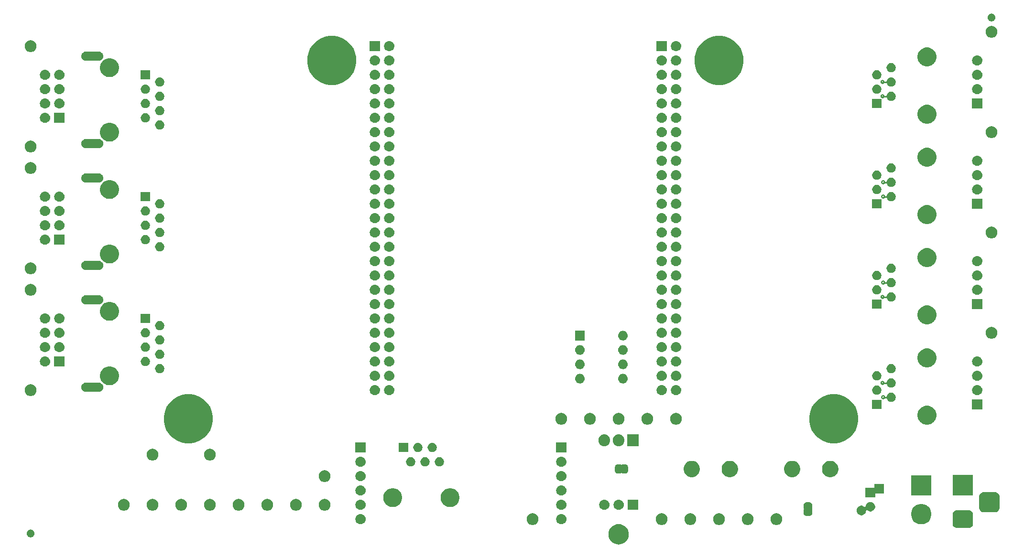
<source format=gbr>
G04 #@! TF.GenerationSoftware,KiCad,Pcbnew,5.0.2-bee76a0~70~ubuntu18.04.1*
G04 #@! TF.CreationDate,2019-06-21T08:31:23-07:00*
G04 #@! TF.ProjectId,aa-daughterboard-lvds,61612d64-6175-4676-9874-6572626f6172,rev?*
G04 #@! TF.SameCoordinates,Original*
G04 #@! TF.FileFunction,Soldermask,Bot*
G04 #@! TF.FilePolarity,Negative*
%FSLAX46Y46*%
G04 Gerber Fmt 4.6, Leading zero omitted, Abs format (unit mm)*
G04 Created by KiCad (PCBNEW 5.0.2-bee76a0~70~ubuntu18.04.1) date Fri 21 Jun 2019 08:31:23 AM PDT*
%MOMM*%
%LPD*%
G01*
G04 APERTURE LIST*
%ADD10C,0.254000*%
%ADD11C,0.100000*%
G04 APERTURE END LIST*
D10*
X207010000Y-67310000D02*
G75*
G03X207010000Y-67310000I-254000J0D01*
G01*
X206756000Y-67310000D02*
X208153000Y-67310000D01*
X207010000Y-64770000D02*
G75*
G03X207010000Y-64770000I-254000J0D01*
G01*
X206756000Y-64770000D02*
X208153000Y-64770000D01*
X206883000Y-120650000D02*
X208280000Y-120650000D01*
X207137000Y-120650000D02*
G75*
G03X207137000Y-120650000I-254000J0D01*
G01*
X206756000Y-118110000D02*
X208153000Y-118110000D01*
X207010000Y-118110000D02*
G75*
G03X207010000Y-118110000I-254000J0D01*
G01*
X207010000Y-102870000D02*
G75*
G03X207010000Y-102870000I-254000J0D01*
G01*
X206756000Y-102870000D02*
X208153000Y-102870000D01*
X207137000Y-100330000D02*
G75*
G03X207137000Y-100330000I-254000J0D01*
G01*
X206883000Y-100330000D02*
X208280000Y-100330000D01*
X206883000Y-82550000D02*
X208280000Y-82550000D01*
X206883000Y-85090000D02*
X208280000Y-85090000D01*
X207137000Y-85090000D02*
G75*
G03X207137000Y-85090000I-254000J0D01*
G01*
X207137000Y-82550000D02*
G75*
G03X207137000Y-82550000I-254000J0D01*
G01*
D11*
G36*
X160196669Y-143137686D02*
X160373058Y-143155059D01*
X160577178Y-143216978D01*
X160712549Y-143258042D01*
X161025425Y-143425279D01*
X161299661Y-143650339D01*
X161524721Y-143924575D01*
X161691958Y-144237451D01*
X161723884Y-144342697D01*
X161794941Y-144576942D01*
X161829714Y-144930000D01*
X161794941Y-145283058D01*
X161785904Y-145312848D01*
X161691958Y-145622549D01*
X161524721Y-145935425D01*
X161299661Y-146209661D01*
X161025425Y-146434721D01*
X160712549Y-146601958D01*
X160599385Y-146636286D01*
X160373058Y-146704941D01*
X160196669Y-146722314D01*
X160108476Y-146731000D01*
X159931524Y-146731000D01*
X159843331Y-146722314D01*
X159666942Y-146704941D01*
X159440615Y-146636286D01*
X159327451Y-146601958D01*
X159014575Y-146434721D01*
X158740339Y-146209661D01*
X158515279Y-145935425D01*
X158348042Y-145622549D01*
X158254096Y-145312848D01*
X158245059Y-145283058D01*
X158210286Y-144930000D01*
X158245059Y-144576942D01*
X158316116Y-144342697D01*
X158348042Y-144237451D01*
X158515279Y-143924575D01*
X158740339Y-143650339D01*
X159014575Y-143425279D01*
X159327451Y-143258042D01*
X159462822Y-143216978D01*
X159666942Y-143155059D01*
X159843331Y-143137686D01*
X159931524Y-143129000D01*
X160108476Y-143129000D01*
X160196669Y-143137686D01*
X160196669Y-143137686D01*
G37*
G36*
X56080098Y-144120362D02*
X56204940Y-144172073D01*
X56317303Y-144247152D01*
X56412848Y-144342697D01*
X56487927Y-144455060D01*
X56539638Y-144579902D01*
X56566000Y-144712433D01*
X56566000Y-144847567D01*
X56539638Y-144980098D01*
X56487927Y-145104940D01*
X56412848Y-145217303D01*
X56317303Y-145312848D01*
X56204940Y-145387927D01*
X56080098Y-145439638D01*
X55947567Y-145466000D01*
X55812433Y-145466000D01*
X55679902Y-145439638D01*
X55555060Y-145387927D01*
X55442697Y-145312848D01*
X55347152Y-145217303D01*
X55272073Y-145104940D01*
X55220362Y-144980098D01*
X55194000Y-144847567D01*
X55194000Y-144712433D01*
X55220362Y-144579902D01*
X55272073Y-144455060D01*
X55347152Y-144342697D01*
X55442697Y-144247152D01*
X55555060Y-144172073D01*
X55679902Y-144120362D01*
X55812433Y-144094000D01*
X55947567Y-144094000D01*
X56080098Y-144120362D01*
X56080098Y-144120362D01*
G37*
G36*
X222206978Y-140703293D02*
X222340627Y-140743835D01*
X222463782Y-140809662D01*
X222571739Y-140898261D01*
X222660338Y-141006218D01*
X222726165Y-141129373D01*
X222766707Y-141263022D01*
X222781000Y-141408140D01*
X222781000Y-143071860D01*
X222766707Y-143216978D01*
X222726165Y-143350627D01*
X222660338Y-143473782D01*
X222571739Y-143581739D01*
X222463782Y-143670338D01*
X222340627Y-143736165D01*
X222206978Y-143776707D01*
X222061860Y-143791000D01*
X219898140Y-143791000D01*
X219753022Y-143776707D01*
X219619373Y-143736165D01*
X219496218Y-143670338D01*
X219388261Y-143581739D01*
X219299662Y-143473782D01*
X219233835Y-143350627D01*
X219193293Y-143216978D01*
X219179000Y-143071860D01*
X219179000Y-141408140D01*
X219193293Y-141263022D01*
X219233835Y-141129373D01*
X219299662Y-141006218D01*
X219388261Y-140898261D01*
X219496218Y-140809662D01*
X219619373Y-140743835D01*
X219753022Y-140703293D01*
X219898140Y-140689000D01*
X222061860Y-140689000D01*
X222206978Y-140703293D01*
X222206978Y-140703293D01*
G37*
G36*
X178106565Y-141229389D02*
X178297834Y-141308615D01*
X178469976Y-141423637D01*
X178616363Y-141570024D01*
X178731385Y-141742166D01*
X178810611Y-141933435D01*
X178851000Y-142136484D01*
X178851000Y-142343516D01*
X178810611Y-142546565D01*
X178731385Y-142737834D01*
X178616363Y-142909976D01*
X178469976Y-143056363D01*
X178297834Y-143171385D01*
X178106565Y-143250611D01*
X177903516Y-143291000D01*
X177696484Y-143291000D01*
X177493435Y-143250611D01*
X177302166Y-143171385D01*
X177130024Y-143056363D01*
X176983637Y-142909976D01*
X176868615Y-142737834D01*
X176789389Y-142546565D01*
X176749000Y-142343516D01*
X176749000Y-142136484D01*
X176789389Y-141933435D01*
X176868615Y-141742166D01*
X176983637Y-141570024D01*
X177130024Y-141423637D01*
X177302166Y-141308615D01*
X177493435Y-141229389D01*
X177696484Y-141189000D01*
X177903516Y-141189000D01*
X178106565Y-141229389D01*
X178106565Y-141229389D01*
G37*
G36*
X145086565Y-141229389D02*
X145277834Y-141308615D01*
X145449976Y-141423637D01*
X145596363Y-141570024D01*
X145711385Y-141742166D01*
X145790611Y-141933435D01*
X145831000Y-142136484D01*
X145831000Y-142343516D01*
X145790611Y-142546565D01*
X145711385Y-142737834D01*
X145596363Y-142909976D01*
X145449976Y-143056363D01*
X145277834Y-143171385D01*
X145086565Y-143250611D01*
X144883516Y-143291000D01*
X144676484Y-143291000D01*
X144473435Y-143250611D01*
X144282166Y-143171385D01*
X144110024Y-143056363D01*
X143963637Y-142909976D01*
X143848615Y-142737834D01*
X143769389Y-142546565D01*
X143729000Y-142343516D01*
X143729000Y-142136484D01*
X143769389Y-141933435D01*
X143848615Y-141742166D01*
X143963637Y-141570024D01*
X144110024Y-141423637D01*
X144282166Y-141308615D01*
X144473435Y-141229389D01*
X144676484Y-141189000D01*
X144883516Y-141189000D01*
X145086565Y-141229389D01*
X145086565Y-141229389D01*
G37*
G36*
X183186565Y-141229389D02*
X183377834Y-141308615D01*
X183549976Y-141423637D01*
X183696363Y-141570024D01*
X183811385Y-141742166D01*
X183890611Y-141933435D01*
X183931000Y-142136484D01*
X183931000Y-142343516D01*
X183890611Y-142546565D01*
X183811385Y-142737834D01*
X183696363Y-142909976D01*
X183549976Y-143056363D01*
X183377834Y-143171385D01*
X183186565Y-143250611D01*
X182983516Y-143291000D01*
X182776484Y-143291000D01*
X182573435Y-143250611D01*
X182382166Y-143171385D01*
X182210024Y-143056363D01*
X182063637Y-142909976D01*
X181948615Y-142737834D01*
X181869389Y-142546565D01*
X181829000Y-142343516D01*
X181829000Y-142136484D01*
X181869389Y-141933435D01*
X181948615Y-141742166D01*
X182063637Y-141570024D01*
X182210024Y-141423637D01*
X182382166Y-141308615D01*
X182573435Y-141229389D01*
X182776484Y-141189000D01*
X182983516Y-141189000D01*
X183186565Y-141229389D01*
X183186565Y-141229389D01*
G37*
G36*
X188266565Y-141229389D02*
X188457834Y-141308615D01*
X188629976Y-141423637D01*
X188776363Y-141570024D01*
X188891385Y-141742166D01*
X188970611Y-141933435D01*
X189011000Y-142136484D01*
X189011000Y-142343516D01*
X188970611Y-142546565D01*
X188891385Y-142737834D01*
X188776363Y-142909976D01*
X188629976Y-143056363D01*
X188457834Y-143171385D01*
X188266565Y-143250611D01*
X188063516Y-143291000D01*
X187856484Y-143291000D01*
X187653435Y-143250611D01*
X187462166Y-143171385D01*
X187290024Y-143056363D01*
X187143637Y-142909976D01*
X187028615Y-142737834D01*
X186949389Y-142546565D01*
X186909000Y-142343516D01*
X186909000Y-142136484D01*
X186949389Y-141933435D01*
X187028615Y-141742166D01*
X187143637Y-141570024D01*
X187290024Y-141423637D01*
X187462166Y-141308615D01*
X187653435Y-141229389D01*
X187856484Y-141189000D01*
X188063516Y-141189000D01*
X188266565Y-141229389D01*
X188266565Y-141229389D01*
G37*
G36*
X173026565Y-141229389D02*
X173217834Y-141308615D01*
X173389976Y-141423637D01*
X173536363Y-141570024D01*
X173651385Y-141742166D01*
X173730611Y-141933435D01*
X173771000Y-142136484D01*
X173771000Y-142343516D01*
X173730611Y-142546565D01*
X173651385Y-142737834D01*
X173536363Y-142909976D01*
X173389976Y-143056363D01*
X173217834Y-143171385D01*
X173026565Y-143250611D01*
X172823516Y-143291000D01*
X172616484Y-143291000D01*
X172413435Y-143250611D01*
X172222166Y-143171385D01*
X172050024Y-143056363D01*
X171903637Y-142909976D01*
X171788615Y-142737834D01*
X171709389Y-142546565D01*
X171669000Y-142343516D01*
X171669000Y-142136484D01*
X171709389Y-141933435D01*
X171788615Y-141742166D01*
X171903637Y-141570024D01*
X172050024Y-141423637D01*
X172222166Y-141308615D01*
X172413435Y-141229389D01*
X172616484Y-141189000D01*
X172823516Y-141189000D01*
X173026565Y-141229389D01*
X173026565Y-141229389D01*
G37*
G36*
X167946565Y-141229389D02*
X168137834Y-141308615D01*
X168309976Y-141423637D01*
X168456363Y-141570024D01*
X168571385Y-141742166D01*
X168650611Y-141933435D01*
X168691000Y-142136484D01*
X168691000Y-142343516D01*
X168650611Y-142546565D01*
X168571385Y-142737834D01*
X168456363Y-142909976D01*
X168309976Y-143056363D01*
X168137834Y-143171385D01*
X167946565Y-143250611D01*
X167743516Y-143291000D01*
X167536484Y-143291000D01*
X167333435Y-143250611D01*
X167142166Y-143171385D01*
X166970024Y-143056363D01*
X166823637Y-142909976D01*
X166708615Y-142737834D01*
X166629389Y-142546565D01*
X166589000Y-142343516D01*
X166589000Y-142136484D01*
X166629389Y-141933435D01*
X166708615Y-141742166D01*
X166823637Y-141570024D01*
X166970024Y-141423637D01*
X167142166Y-141308615D01*
X167333435Y-141229389D01*
X167536484Y-141189000D01*
X167743516Y-141189000D01*
X167946565Y-141229389D01*
X167946565Y-141229389D01*
G37*
G36*
X213825329Y-139556691D02*
X214139350Y-139619153D01*
X214467122Y-139754921D01*
X214762109Y-139952025D01*
X215012975Y-140202891D01*
X215210079Y-140497878D01*
X215345847Y-140825650D01*
X215415060Y-141173611D01*
X215415060Y-141528389D01*
X215345847Y-141876350D01*
X215210079Y-142204122D01*
X215012975Y-142499109D01*
X214762109Y-142749975D01*
X214467122Y-142947079D01*
X214139350Y-143082847D01*
X213846992Y-143141000D01*
X213791390Y-143152060D01*
X213436610Y-143152060D01*
X213381008Y-143141000D01*
X213088650Y-143082847D01*
X212760878Y-142947079D01*
X212465891Y-142749975D01*
X212215025Y-142499109D01*
X212017921Y-142204122D01*
X211882153Y-141876350D01*
X211812940Y-141528389D01*
X211812940Y-141173611D01*
X211882153Y-140825650D01*
X212017921Y-140497878D01*
X212215025Y-140202891D01*
X212465891Y-139952025D01*
X212760878Y-139754921D01*
X213088650Y-139619153D01*
X213402671Y-139556691D01*
X213436610Y-139549940D01*
X213791390Y-139549940D01*
X213825329Y-139556691D01*
X213825329Y-139556691D01*
G37*
G36*
X114410442Y-141345518D02*
X114476627Y-141352037D01*
X114574106Y-141381607D01*
X114646467Y-141403557D01*
X114762229Y-141465434D01*
X114802991Y-141487222D01*
X114838729Y-141516552D01*
X114940186Y-141599814D01*
X115023448Y-141701271D01*
X115052778Y-141737009D01*
X115052779Y-141737011D01*
X115136443Y-141893533D01*
X115136443Y-141893534D01*
X115187963Y-142063373D01*
X115205359Y-142240000D01*
X115187963Y-142416627D01*
X115162942Y-142499109D01*
X115136443Y-142586467D01*
X115062348Y-142725087D01*
X115052778Y-142742991D01*
X115047046Y-142749975D01*
X114940186Y-142880186D01*
X114858675Y-142947079D01*
X114802991Y-142992778D01*
X114802989Y-142992779D01*
X114646467Y-143076443D01*
X114625355Y-143082847D01*
X114476627Y-143127963D01*
X114410443Y-143134481D01*
X114344260Y-143141000D01*
X114255740Y-143141000D01*
X114189557Y-143134481D01*
X114123373Y-143127963D01*
X113974645Y-143082847D01*
X113953533Y-143076443D01*
X113797011Y-142992779D01*
X113797009Y-142992778D01*
X113741325Y-142947079D01*
X113659814Y-142880186D01*
X113552954Y-142749975D01*
X113547222Y-142742991D01*
X113537652Y-142725087D01*
X113463557Y-142586467D01*
X113437058Y-142499109D01*
X113412037Y-142416627D01*
X113394641Y-142240000D01*
X113412037Y-142063373D01*
X113463557Y-141893534D01*
X113463557Y-141893533D01*
X113547221Y-141737011D01*
X113547222Y-141737009D01*
X113576552Y-141701271D01*
X113659814Y-141599814D01*
X113761271Y-141516552D01*
X113797009Y-141487222D01*
X113837771Y-141465434D01*
X113953533Y-141403557D01*
X114025894Y-141381607D01*
X114123373Y-141352037D01*
X114189558Y-141345518D01*
X114255740Y-141339000D01*
X114344260Y-141339000D01*
X114410442Y-141345518D01*
X114410442Y-141345518D01*
G37*
G36*
X149970442Y-141345518D02*
X150036627Y-141352037D01*
X150134106Y-141381607D01*
X150206467Y-141403557D01*
X150322229Y-141465434D01*
X150362991Y-141487222D01*
X150398729Y-141516552D01*
X150500186Y-141599814D01*
X150583448Y-141701271D01*
X150612778Y-141737009D01*
X150612779Y-141737011D01*
X150696443Y-141893533D01*
X150696443Y-141893534D01*
X150747963Y-142063373D01*
X150765359Y-142240000D01*
X150747963Y-142416627D01*
X150722942Y-142499109D01*
X150696443Y-142586467D01*
X150622348Y-142725087D01*
X150612778Y-142742991D01*
X150607046Y-142749975D01*
X150500186Y-142880186D01*
X150418675Y-142947079D01*
X150362991Y-142992778D01*
X150362989Y-142992779D01*
X150206467Y-143076443D01*
X150185355Y-143082847D01*
X150036627Y-143127963D01*
X149970443Y-143134481D01*
X149904260Y-143141000D01*
X149815740Y-143141000D01*
X149749557Y-143134481D01*
X149683373Y-143127963D01*
X149534645Y-143082847D01*
X149513533Y-143076443D01*
X149357011Y-142992779D01*
X149357009Y-142992778D01*
X149301325Y-142947079D01*
X149219814Y-142880186D01*
X149112954Y-142749975D01*
X149107222Y-142742991D01*
X149097652Y-142725087D01*
X149023557Y-142586467D01*
X148997058Y-142499109D01*
X148972037Y-142416627D01*
X148954641Y-142240000D01*
X148972037Y-142063373D01*
X149023557Y-141893534D01*
X149023557Y-141893533D01*
X149107221Y-141737011D01*
X149107222Y-141737009D01*
X149136552Y-141701271D01*
X149219814Y-141599814D01*
X149321271Y-141516552D01*
X149357009Y-141487222D01*
X149397771Y-141465434D01*
X149513533Y-141403557D01*
X149585894Y-141381607D01*
X149683373Y-141352037D01*
X149749558Y-141345518D01*
X149815740Y-141339000D01*
X149904260Y-141339000D01*
X149970442Y-141345518D01*
X149970442Y-141345518D01*
G37*
G36*
X193810198Y-139261954D02*
X193822450Y-139262556D01*
X193840869Y-139262556D01*
X193863149Y-139264750D01*
X193947236Y-139281476D01*
X193968655Y-139287974D01*
X194047871Y-139320785D01*
X194067607Y-139331335D01*
X194138897Y-139378969D01*
X194156208Y-139393176D01*
X194216824Y-139453792D01*
X194231031Y-139471103D01*
X194278665Y-139542393D01*
X194289215Y-139562129D01*
X194322026Y-139641345D01*
X194328524Y-139662764D01*
X194345250Y-139746851D01*
X194347444Y-139769131D01*
X194347444Y-139787550D01*
X194348046Y-139799802D01*
X194349852Y-139818140D01*
X194349852Y-140305860D01*
X194348263Y-140321999D01*
X194345347Y-140331611D01*
X194340612Y-140340469D01*
X194334237Y-140348237D01*
X194321798Y-140358446D01*
X194311432Y-140365372D01*
X194294105Y-140382698D01*
X194280490Y-140403073D01*
X194271112Y-140425711D01*
X194266331Y-140449745D01*
X194266331Y-140474249D01*
X194271111Y-140498283D01*
X194280487Y-140520922D01*
X194294101Y-140541297D01*
X194311427Y-140558624D01*
X194321796Y-140565552D01*
X194334237Y-140575763D01*
X194340612Y-140583531D01*
X194345347Y-140592389D01*
X194348263Y-140602001D01*
X194349852Y-140618140D01*
X194349852Y-141105861D01*
X194348046Y-141124198D01*
X194347444Y-141136450D01*
X194347444Y-141154869D01*
X194345250Y-141177149D01*
X194328524Y-141261236D01*
X194322026Y-141282655D01*
X194289215Y-141361871D01*
X194278665Y-141381607D01*
X194231031Y-141452897D01*
X194216824Y-141470208D01*
X194156208Y-141530824D01*
X194138897Y-141545031D01*
X194067607Y-141592665D01*
X194047871Y-141603215D01*
X193968655Y-141636026D01*
X193947236Y-141642524D01*
X193863149Y-141659250D01*
X193840869Y-141661444D01*
X193822450Y-141661444D01*
X193810198Y-141662046D01*
X193791861Y-141663852D01*
X193304139Y-141663852D01*
X193285802Y-141662046D01*
X193273550Y-141661444D01*
X193255131Y-141661444D01*
X193232851Y-141659250D01*
X193148764Y-141642524D01*
X193127345Y-141636026D01*
X193048129Y-141603215D01*
X193028393Y-141592665D01*
X192957103Y-141545031D01*
X192939792Y-141530824D01*
X192879176Y-141470208D01*
X192864969Y-141452897D01*
X192817335Y-141381607D01*
X192806785Y-141361871D01*
X192773974Y-141282655D01*
X192767476Y-141261236D01*
X192750750Y-141177149D01*
X192748556Y-141154869D01*
X192748556Y-141136450D01*
X192747954Y-141124198D01*
X192746148Y-141105861D01*
X192746148Y-140618140D01*
X192747737Y-140602001D01*
X192750653Y-140592389D01*
X192755388Y-140583531D01*
X192761763Y-140575763D01*
X192774202Y-140565554D01*
X192784568Y-140558628D01*
X192801895Y-140541302D01*
X192815510Y-140520927D01*
X192824888Y-140498289D01*
X192829669Y-140474255D01*
X192829669Y-140449751D01*
X192824889Y-140425717D01*
X192815513Y-140403078D01*
X192801899Y-140382703D01*
X192784573Y-140365376D01*
X192774204Y-140358448D01*
X192761763Y-140348237D01*
X192755388Y-140340469D01*
X192750653Y-140331611D01*
X192747737Y-140321999D01*
X192746148Y-140305860D01*
X192746148Y-139818140D01*
X192747954Y-139799802D01*
X192748556Y-139787550D01*
X192748556Y-139769131D01*
X192750750Y-139746851D01*
X192767476Y-139662764D01*
X192773974Y-139641345D01*
X192806785Y-139562129D01*
X192817335Y-139542393D01*
X192864969Y-139471103D01*
X192879176Y-139453792D01*
X192939792Y-139393176D01*
X192957103Y-139378969D01*
X193028393Y-139331335D01*
X193048129Y-139320785D01*
X193127345Y-139287974D01*
X193148764Y-139281476D01*
X193232851Y-139264750D01*
X193255131Y-139262556D01*
X193273550Y-139262556D01*
X193285802Y-139261954D01*
X193304140Y-139260148D01*
X193791860Y-139260148D01*
X193810198Y-139261954D01*
X193810198Y-139261954D01*
G37*
G36*
X204845228Y-139222703D02*
X205000100Y-139286853D01*
X205139481Y-139379985D01*
X205258015Y-139498519D01*
X205351147Y-139637900D01*
X205415297Y-139792772D01*
X205448000Y-139957184D01*
X205448000Y-140124816D01*
X205415297Y-140289228D01*
X205351147Y-140444100D01*
X205258015Y-140583481D01*
X205139481Y-140702015D01*
X205000100Y-140795147D01*
X204845228Y-140859297D01*
X204680816Y-140892000D01*
X204513184Y-140892000D01*
X204348772Y-140859297D01*
X204193900Y-140795147D01*
X204054519Y-140702015D01*
X204054518Y-140702014D01*
X204046444Y-140696619D01*
X204042446Y-140693337D01*
X204020835Y-140681786D01*
X203997386Y-140674673D01*
X203973000Y-140672271D01*
X203948614Y-140674673D01*
X203925165Y-140681786D01*
X203903554Y-140693337D01*
X203884612Y-140708883D01*
X203869066Y-140727825D01*
X203857515Y-140749436D01*
X203850402Y-140772885D01*
X203848296Y-140794265D01*
X203848000Y-140795753D01*
X203815297Y-140960165D01*
X203751147Y-141115037D01*
X203658015Y-141254418D01*
X203539481Y-141372952D01*
X203400100Y-141466084D01*
X203245228Y-141530234D01*
X203080816Y-141562937D01*
X202913184Y-141562937D01*
X202748772Y-141530234D01*
X202593900Y-141466084D01*
X202454519Y-141372952D01*
X202335985Y-141254418D01*
X202242853Y-141115037D01*
X202178703Y-140960165D01*
X202146000Y-140795753D01*
X202146000Y-140628121D01*
X202178703Y-140463709D01*
X202242853Y-140308837D01*
X202335985Y-140169456D01*
X202454519Y-140050922D01*
X202593900Y-139957790D01*
X202748772Y-139893640D01*
X202913184Y-139860937D01*
X203080816Y-139860937D01*
X203245228Y-139893640D01*
X203400100Y-139957790D01*
X203539481Y-140050922D01*
X203539482Y-140050923D01*
X203547556Y-140056318D01*
X203551554Y-140059600D01*
X203573165Y-140071151D01*
X203596614Y-140078264D01*
X203621000Y-140080666D01*
X203645386Y-140078264D01*
X203668835Y-140071151D01*
X203690446Y-140059600D01*
X203709388Y-140044054D01*
X203724934Y-140025112D01*
X203736485Y-140003501D01*
X203743598Y-139980052D01*
X203745704Y-139958672D01*
X203754341Y-139915252D01*
X203778703Y-139792772D01*
X203842853Y-139637900D01*
X203935985Y-139498519D01*
X204054519Y-139379985D01*
X204193900Y-139286853D01*
X204348772Y-139222703D01*
X204513184Y-139190000D01*
X204680816Y-139190000D01*
X204845228Y-139222703D01*
X204845228Y-139222703D01*
G37*
G36*
X226806366Y-137455695D02*
X226963458Y-137503348D01*
X227108230Y-137580731D01*
X227235128Y-137684872D01*
X227339269Y-137811770D01*
X227416652Y-137956542D01*
X227464305Y-138113634D01*
X227481000Y-138283140D01*
X227481000Y-140196860D01*
X227464305Y-140366366D01*
X227416652Y-140523458D01*
X227339269Y-140668230D01*
X227235128Y-140795128D01*
X227108230Y-140899269D01*
X226963458Y-140976652D01*
X226806366Y-141024305D01*
X226636860Y-141041000D01*
X224723140Y-141041000D01*
X224553634Y-141024305D01*
X224396542Y-140976652D01*
X224251770Y-140899269D01*
X224124872Y-140795128D01*
X224020731Y-140668230D01*
X223943348Y-140523458D01*
X223895695Y-140366366D01*
X223879000Y-140196860D01*
X223879000Y-138283140D01*
X223895695Y-138113634D01*
X223943348Y-137956542D01*
X224020731Y-137811770D01*
X224124872Y-137684872D01*
X224251770Y-137580731D01*
X224396542Y-137503348D01*
X224553634Y-137455695D01*
X224723140Y-137439000D01*
X226636860Y-137439000D01*
X226806366Y-137455695D01*
X226806366Y-137455695D01*
G37*
G36*
X98096565Y-138689389D02*
X98287834Y-138768615D01*
X98459976Y-138883637D01*
X98606363Y-139030024D01*
X98721385Y-139202166D01*
X98800611Y-139393435D01*
X98841000Y-139596484D01*
X98841000Y-139803516D01*
X98800611Y-140006565D01*
X98721385Y-140197834D01*
X98606363Y-140369976D01*
X98459976Y-140516363D01*
X98287834Y-140631385D01*
X98096565Y-140710611D01*
X97893516Y-140751000D01*
X97686484Y-140751000D01*
X97483435Y-140710611D01*
X97292166Y-140631385D01*
X97120024Y-140516363D01*
X96973637Y-140369976D01*
X96858615Y-140197834D01*
X96779389Y-140006565D01*
X96739000Y-139803516D01*
X96739000Y-139596484D01*
X96779389Y-139393435D01*
X96858615Y-139202166D01*
X96973637Y-139030024D01*
X97120024Y-138883637D01*
X97292166Y-138768615D01*
X97483435Y-138689389D01*
X97686484Y-138649000D01*
X97893516Y-138649000D01*
X98096565Y-138689389D01*
X98096565Y-138689389D01*
G37*
G36*
X87936565Y-138689389D02*
X88127834Y-138768615D01*
X88299976Y-138883637D01*
X88446363Y-139030024D01*
X88561385Y-139202166D01*
X88640611Y-139393435D01*
X88681000Y-139596484D01*
X88681000Y-139803516D01*
X88640611Y-140006565D01*
X88561385Y-140197834D01*
X88446363Y-140369976D01*
X88299976Y-140516363D01*
X88127834Y-140631385D01*
X87936565Y-140710611D01*
X87733516Y-140751000D01*
X87526484Y-140751000D01*
X87323435Y-140710611D01*
X87132166Y-140631385D01*
X86960024Y-140516363D01*
X86813637Y-140369976D01*
X86698615Y-140197834D01*
X86619389Y-140006565D01*
X86579000Y-139803516D01*
X86579000Y-139596484D01*
X86619389Y-139393435D01*
X86698615Y-139202166D01*
X86813637Y-139030024D01*
X86960024Y-138883637D01*
X87132166Y-138768615D01*
X87323435Y-138689389D01*
X87526484Y-138649000D01*
X87733516Y-138649000D01*
X87936565Y-138689389D01*
X87936565Y-138689389D01*
G37*
G36*
X93016565Y-138689389D02*
X93207834Y-138768615D01*
X93379976Y-138883637D01*
X93526363Y-139030024D01*
X93641385Y-139202166D01*
X93720611Y-139393435D01*
X93761000Y-139596484D01*
X93761000Y-139803516D01*
X93720611Y-140006565D01*
X93641385Y-140197834D01*
X93526363Y-140369976D01*
X93379976Y-140516363D01*
X93207834Y-140631385D01*
X93016565Y-140710611D01*
X92813516Y-140751000D01*
X92606484Y-140751000D01*
X92403435Y-140710611D01*
X92212166Y-140631385D01*
X92040024Y-140516363D01*
X91893637Y-140369976D01*
X91778615Y-140197834D01*
X91699389Y-140006565D01*
X91659000Y-139803516D01*
X91659000Y-139596484D01*
X91699389Y-139393435D01*
X91778615Y-139202166D01*
X91893637Y-139030024D01*
X92040024Y-138883637D01*
X92212166Y-138768615D01*
X92403435Y-138689389D01*
X92606484Y-138649000D01*
X92813516Y-138649000D01*
X93016565Y-138689389D01*
X93016565Y-138689389D01*
G37*
G36*
X108256565Y-138689389D02*
X108447834Y-138768615D01*
X108619976Y-138883637D01*
X108766363Y-139030024D01*
X108881385Y-139202166D01*
X108960611Y-139393435D01*
X109001000Y-139596484D01*
X109001000Y-139803516D01*
X108960611Y-140006565D01*
X108881385Y-140197834D01*
X108766363Y-140369976D01*
X108619976Y-140516363D01*
X108447834Y-140631385D01*
X108256565Y-140710611D01*
X108053516Y-140751000D01*
X107846484Y-140751000D01*
X107643435Y-140710611D01*
X107452166Y-140631385D01*
X107280024Y-140516363D01*
X107133637Y-140369976D01*
X107018615Y-140197834D01*
X106939389Y-140006565D01*
X106899000Y-139803516D01*
X106899000Y-139596484D01*
X106939389Y-139393435D01*
X107018615Y-139202166D01*
X107133637Y-139030024D01*
X107280024Y-138883637D01*
X107452166Y-138768615D01*
X107643435Y-138689389D01*
X107846484Y-138649000D01*
X108053516Y-138649000D01*
X108256565Y-138689389D01*
X108256565Y-138689389D01*
G37*
G36*
X103176565Y-138689389D02*
X103367834Y-138768615D01*
X103539976Y-138883637D01*
X103686363Y-139030024D01*
X103801385Y-139202166D01*
X103880611Y-139393435D01*
X103921000Y-139596484D01*
X103921000Y-139803516D01*
X103880611Y-140006565D01*
X103801385Y-140197834D01*
X103686363Y-140369976D01*
X103539976Y-140516363D01*
X103367834Y-140631385D01*
X103176565Y-140710611D01*
X102973516Y-140751000D01*
X102766484Y-140751000D01*
X102563435Y-140710611D01*
X102372166Y-140631385D01*
X102200024Y-140516363D01*
X102053637Y-140369976D01*
X101938615Y-140197834D01*
X101859389Y-140006565D01*
X101819000Y-139803516D01*
X101819000Y-139596484D01*
X101859389Y-139393435D01*
X101938615Y-139202166D01*
X102053637Y-139030024D01*
X102200024Y-138883637D01*
X102372166Y-138768615D01*
X102563435Y-138689389D01*
X102766484Y-138649000D01*
X102973516Y-138649000D01*
X103176565Y-138689389D01*
X103176565Y-138689389D01*
G37*
G36*
X72696565Y-138689389D02*
X72887834Y-138768615D01*
X73059976Y-138883637D01*
X73206363Y-139030024D01*
X73321385Y-139202166D01*
X73400611Y-139393435D01*
X73441000Y-139596484D01*
X73441000Y-139803516D01*
X73400611Y-140006565D01*
X73321385Y-140197834D01*
X73206363Y-140369976D01*
X73059976Y-140516363D01*
X72887834Y-140631385D01*
X72696565Y-140710611D01*
X72493516Y-140751000D01*
X72286484Y-140751000D01*
X72083435Y-140710611D01*
X71892166Y-140631385D01*
X71720024Y-140516363D01*
X71573637Y-140369976D01*
X71458615Y-140197834D01*
X71379389Y-140006565D01*
X71339000Y-139803516D01*
X71339000Y-139596484D01*
X71379389Y-139393435D01*
X71458615Y-139202166D01*
X71573637Y-139030024D01*
X71720024Y-138883637D01*
X71892166Y-138768615D01*
X72083435Y-138689389D01*
X72286484Y-138649000D01*
X72493516Y-138649000D01*
X72696565Y-138689389D01*
X72696565Y-138689389D01*
G37*
G36*
X82856565Y-138689389D02*
X83047834Y-138768615D01*
X83219976Y-138883637D01*
X83366363Y-139030024D01*
X83481385Y-139202166D01*
X83560611Y-139393435D01*
X83601000Y-139596484D01*
X83601000Y-139803516D01*
X83560611Y-140006565D01*
X83481385Y-140197834D01*
X83366363Y-140369976D01*
X83219976Y-140516363D01*
X83047834Y-140631385D01*
X82856565Y-140710611D01*
X82653516Y-140751000D01*
X82446484Y-140751000D01*
X82243435Y-140710611D01*
X82052166Y-140631385D01*
X81880024Y-140516363D01*
X81733637Y-140369976D01*
X81618615Y-140197834D01*
X81539389Y-140006565D01*
X81499000Y-139803516D01*
X81499000Y-139596484D01*
X81539389Y-139393435D01*
X81618615Y-139202166D01*
X81733637Y-139030024D01*
X81880024Y-138883637D01*
X82052166Y-138768615D01*
X82243435Y-138689389D01*
X82446484Y-138649000D01*
X82653516Y-138649000D01*
X82856565Y-138689389D01*
X82856565Y-138689389D01*
G37*
G36*
X77776565Y-138689389D02*
X77967834Y-138768615D01*
X78139976Y-138883637D01*
X78286363Y-139030024D01*
X78401385Y-139202166D01*
X78480611Y-139393435D01*
X78521000Y-139596484D01*
X78521000Y-139803516D01*
X78480611Y-140006565D01*
X78401385Y-140197834D01*
X78286363Y-140369976D01*
X78139976Y-140516363D01*
X77967834Y-140631385D01*
X77776565Y-140710611D01*
X77573516Y-140751000D01*
X77366484Y-140751000D01*
X77163435Y-140710611D01*
X76972166Y-140631385D01*
X76800024Y-140516363D01*
X76653637Y-140369976D01*
X76538615Y-140197834D01*
X76459389Y-140006565D01*
X76419000Y-139803516D01*
X76419000Y-139596484D01*
X76459389Y-139393435D01*
X76538615Y-139202166D01*
X76653637Y-139030024D01*
X76800024Y-138883637D01*
X76972166Y-138768615D01*
X77163435Y-138689389D01*
X77366484Y-138649000D01*
X77573516Y-138649000D01*
X77776565Y-138689389D01*
X77776565Y-138689389D01*
G37*
G36*
X149970442Y-138805518D02*
X150036627Y-138812037D01*
X150149853Y-138846384D01*
X150206467Y-138863557D01*
X150345087Y-138937652D01*
X150362991Y-138947222D01*
X150398729Y-138976552D01*
X150500186Y-139059814D01*
X150583448Y-139161271D01*
X150612778Y-139197009D01*
X150612779Y-139197011D01*
X150696443Y-139353533D01*
X150696443Y-139353534D01*
X150747963Y-139523373D01*
X150765359Y-139700000D01*
X150747963Y-139876627D01*
X150723342Y-139957791D01*
X150696443Y-140046467D01*
X150630703Y-140169456D01*
X150612778Y-140202991D01*
X150583448Y-140238729D01*
X150500186Y-140340186D01*
X150398729Y-140423448D01*
X150362991Y-140452778D01*
X150362989Y-140452779D01*
X150206467Y-140536443D01*
X150149853Y-140553616D01*
X150036627Y-140587963D01*
X149991688Y-140592389D01*
X149904260Y-140601000D01*
X149815740Y-140601000D01*
X149728312Y-140592389D01*
X149683373Y-140587963D01*
X149570147Y-140553616D01*
X149513533Y-140536443D01*
X149357011Y-140452779D01*
X149357009Y-140452778D01*
X149321271Y-140423448D01*
X149219814Y-140340186D01*
X149136552Y-140238729D01*
X149107222Y-140202991D01*
X149089297Y-140169456D01*
X149023557Y-140046467D01*
X148996658Y-139957791D01*
X148972037Y-139876627D01*
X148954641Y-139700000D01*
X148972037Y-139523373D01*
X149023557Y-139353534D01*
X149023557Y-139353533D01*
X149107221Y-139197011D01*
X149107222Y-139197009D01*
X149136552Y-139161271D01*
X149219814Y-139059814D01*
X149321271Y-138976552D01*
X149357009Y-138947222D01*
X149374913Y-138937652D01*
X149513533Y-138863557D01*
X149570147Y-138846384D01*
X149683373Y-138812037D01*
X149749558Y-138805518D01*
X149815740Y-138799000D01*
X149904260Y-138799000D01*
X149970442Y-138805518D01*
X149970442Y-138805518D01*
G37*
G36*
X163461000Y-140601000D02*
X161659000Y-140601000D01*
X161659000Y-138799000D01*
X163461000Y-138799000D01*
X163461000Y-140601000D01*
X163461000Y-140601000D01*
G37*
G36*
X157590442Y-138805518D02*
X157656627Y-138812037D01*
X157769853Y-138846384D01*
X157826467Y-138863557D01*
X157965087Y-138937652D01*
X157982991Y-138947222D01*
X158018729Y-138976552D01*
X158120186Y-139059814D01*
X158203448Y-139161271D01*
X158232778Y-139197009D01*
X158232779Y-139197011D01*
X158316443Y-139353533D01*
X158316443Y-139353534D01*
X158367963Y-139523373D01*
X158385359Y-139700000D01*
X158367963Y-139876627D01*
X158343342Y-139957791D01*
X158316443Y-140046467D01*
X158250703Y-140169456D01*
X158232778Y-140202991D01*
X158203448Y-140238729D01*
X158120186Y-140340186D01*
X158018729Y-140423448D01*
X157982991Y-140452778D01*
X157982989Y-140452779D01*
X157826467Y-140536443D01*
X157769853Y-140553616D01*
X157656627Y-140587963D01*
X157611688Y-140592389D01*
X157524260Y-140601000D01*
X157435740Y-140601000D01*
X157348312Y-140592389D01*
X157303373Y-140587963D01*
X157190147Y-140553616D01*
X157133533Y-140536443D01*
X156977011Y-140452779D01*
X156977009Y-140452778D01*
X156941271Y-140423448D01*
X156839814Y-140340186D01*
X156756552Y-140238729D01*
X156727222Y-140202991D01*
X156709297Y-140169456D01*
X156643557Y-140046467D01*
X156616658Y-139957791D01*
X156592037Y-139876627D01*
X156574641Y-139700000D01*
X156592037Y-139523373D01*
X156643557Y-139353534D01*
X156643557Y-139353533D01*
X156727221Y-139197011D01*
X156727222Y-139197009D01*
X156756552Y-139161271D01*
X156839814Y-139059814D01*
X156941271Y-138976552D01*
X156977009Y-138947222D01*
X156994913Y-138937652D01*
X157133533Y-138863557D01*
X157190147Y-138846384D01*
X157303373Y-138812037D01*
X157369558Y-138805518D01*
X157435740Y-138799000D01*
X157524260Y-138799000D01*
X157590442Y-138805518D01*
X157590442Y-138805518D01*
G37*
G36*
X114410442Y-138805518D02*
X114476627Y-138812037D01*
X114589853Y-138846384D01*
X114646467Y-138863557D01*
X114785087Y-138937652D01*
X114802991Y-138947222D01*
X114838729Y-138976552D01*
X114940186Y-139059814D01*
X115023448Y-139161271D01*
X115052778Y-139197009D01*
X115052779Y-139197011D01*
X115136443Y-139353533D01*
X115136443Y-139353534D01*
X115187963Y-139523373D01*
X115205359Y-139700000D01*
X115187963Y-139876627D01*
X115163342Y-139957791D01*
X115136443Y-140046467D01*
X115070703Y-140169456D01*
X115052778Y-140202991D01*
X115023448Y-140238729D01*
X114940186Y-140340186D01*
X114838729Y-140423448D01*
X114802991Y-140452778D01*
X114802989Y-140452779D01*
X114646467Y-140536443D01*
X114589853Y-140553616D01*
X114476627Y-140587963D01*
X114431688Y-140592389D01*
X114344260Y-140601000D01*
X114255740Y-140601000D01*
X114168312Y-140592389D01*
X114123373Y-140587963D01*
X114010147Y-140553616D01*
X113953533Y-140536443D01*
X113797011Y-140452779D01*
X113797009Y-140452778D01*
X113761271Y-140423448D01*
X113659814Y-140340186D01*
X113576552Y-140238729D01*
X113547222Y-140202991D01*
X113529297Y-140169456D01*
X113463557Y-140046467D01*
X113436658Y-139957791D01*
X113412037Y-139876627D01*
X113394641Y-139700000D01*
X113412037Y-139523373D01*
X113463557Y-139353534D01*
X113463557Y-139353533D01*
X113547221Y-139197011D01*
X113547222Y-139197009D01*
X113576552Y-139161271D01*
X113659814Y-139059814D01*
X113761271Y-138976552D01*
X113797009Y-138947222D01*
X113814913Y-138937652D01*
X113953533Y-138863557D01*
X114010147Y-138846384D01*
X114123373Y-138812037D01*
X114189558Y-138805518D01*
X114255740Y-138799000D01*
X114344260Y-138799000D01*
X114410442Y-138805518D01*
X114410442Y-138805518D01*
G37*
G36*
X160130442Y-138805518D02*
X160196627Y-138812037D01*
X160309853Y-138846384D01*
X160366467Y-138863557D01*
X160505087Y-138937652D01*
X160522991Y-138947222D01*
X160558729Y-138976552D01*
X160660186Y-139059814D01*
X160743448Y-139161271D01*
X160772778Y-139197009D01*
X160772779Y-139197011D01*
X160856443Y-139353533D01*
X160856443Y-139353534D01*
X160907963Y-139523373D01*
X160925359Y-139700000D01*
X160907963Y-139876627D01*
X160883342Y-139957791D01*
X160856443Y-140046467D01*
X160790703Y-140169456D01*
X160772778Y-140202991D01*
X160743448Y-140238729D01*
X160660186Y-140340186D01*
X160558729Y-140423448D01*
X160522991Y-140452778D01*
X160522989Y-140452779D01*
X160366467Y-140536443D01*
X160309853Y-140553616D01*
X160196627Y-140587963D01*
X160151688Y-140592389D01*
X160064260Y-140601000D01*
X159975740Y-140601000D01*
X159888312Y-140592389D01*
X159843373Y-140587963D01*
X159730147Y-140553616D01*
X159673533Y-140536443D01*
X159517011Y-140452779D01*
X159517009Y-140452778D01*
X159481271Y-140423448D01*
X159379814Y-140340186D01*
X159296552Y-140238729D01*
X159267222Y-140202991D01*
X159249297Y-140169456D01*
X159183557Y-140046467D01*
X159156658Y-139957791D01*
X159132037Y-139876627D01*
X159114641Y-139700000D01*
X159132037Y-139523373D01*
X159183557Y-139353534D01*
X159183557Y-139353533D01*
X159267221Y-139197011D01*
X159267222Y-139197009D01*
X159296552Y-139161271D01*
X159379814Y-139059814D01*
X159481271Y-138976552D01*
X159517009Y-138947222D01*
X159534913Y-138937652D01*
X159673533Y-138863557D01*
X159730147Y-138846384D01*
X159843373Y-138812037D01*
X159909558Y-138805518D01*
X159975740Y-138799000D01*
X160064260Y-138799000D01*
X160130442Y-138805518D01*
X160130442Y-138805518D01*
G37*
G36*
X130658871Y-136818408D02*
X130963883Y-136944748D01*
X131021689Y-136983373D01*
X131238390Y-137128168D01*
X131471832Y-137361610D01*
X131471834Y-137361613D01*
X131655252Y-137636117D01*
X131781592Y-137941129D01*
X131846000Y-138264928D01*
X131846000Y-138595072D01*
X131781592Y-138918871D01*
X131655252Y-139223883D01*
X131490065Y-139471103D01*
X131471832Y-139498390D01*
X131238390Y-139731832D01*
X131238387Y-139731834D01*
X130963883Y-139915252D01*
X130658871Y-140041592D01*
X130335072Y-140106000D01*
X130004928Y-140106000D01*
X129681129Y-140041592D01*
X129376117Y-139915252D01*
X129101613Y-139731834D01*
X129101610Y-139731832D01*
X128868168Y-139498390D01*
X128849935Y-139471103D01*
X128684748Y-139223883D01*
X128558408Y-138918871D01*
X128494000Y-138595072D01*
X128494000Y-138264928D01*
X128558408Y-137941129D01*
X128684748Y-137636117D01*
X128868166Y-137361613D01*
X128868168Y-137361610D01*
X129101610Y-137128168D01*
X129318311Y-136983373D01*
X129376117Y-136944748D01*
X129681129Y-136818408D01*
X130004928Y-136754000D01*
X130335072Y-136754000D01*
X130658871Y-136818408D01*
X130658871Y-136818408D01*
G37*
G36*
X120498871Y-136818408D02*
X120803883Y-136944748D01*
X120861689Y-136983373D01*
X121078390Y-137128168D01*
X121311832Y-137361610D01*
X121311834Y-137361613D01*
X121495252Y-137636117D01*
X121621592Y-137941129D01*
X121686000Y-138264928D01*
X121686000Y-138595072D01*
X121621592Y-138918871D01*
X121495252Y-139223883D01*
X121330065Y-139471103D01*
X121311832Y-139498390D01*
X121078390Y-139731832D01*
X121078387Y-139731834D01*
X120803883Y-139915252D01*
X120538657Y-140025112D01*
X120498871Y-140041592D01*
X120175072Y-140106000D01*
X119844928Y-140106000D01*
X119521129Y-140041592D01*
X119481343Y-140025112D01*
X119216117Y-139915252D01*
X118941613Y-139731834D01*
X118941610Y-139731832D01*
X118708168Y-139498390D01*
X118689935Y-139471103D01*
X118524748Y-139223883D01*
X118398408Y-138918871D01*
X118334000Y-138595072D01*
X118334000Y-138264928D01*
X118398408Y-137941129D01*
X118524748Y-137636117D01*
X118708166Y-137361613D01*
X118708168Y-137361610D01*
X118941610Y-137128168D01*
X119158311Y-136983373D01*
X119216117Y-136944748D01*
X119521129Y-136818408D01*
X119844928Y-136754000D01*
X120175072Y-136754000D01*
X120498871Y-136818408D01*
X120498871Y-136818408D01*
G37*
G36*
X207048000Y-137721063D02*
X205573000Y-137721063D01*
X205548614Y-137723465D01*
X205525165Y-137730578D01*
X205503554Y-137742129D01*
X205484612Y-137757675D01*
X205469066Y-137776617D01*
X205457515Y-137798228D01*
X205450402Y-137821677D01*
X205448000Y-137846063D01*
X205448000Y-138392000D01*
X203746000Y-138392000D01*
X203746000Y-136690000D01*
X205221000Y-136690000D01*
X205245386Y-136687598D01*
X205268835Y-136680485D01*
X205290446Y-136668934D01*
X205309388Y-136653388D01*
X205324934Y-136634446D01*
X205336485Y-136612835D01*
X205343598Y-136589386D01*
X205346000Y-136565000D01*
X205346000Y-136019063D01*
X207048000Y-136019063D01*
X207048000Y-137721063D01*
X207048000Y-137721063D01*
G37*
G36*
X215415060Y-138072060D02*
X211812940Y-138072060D01*
X211812940Y-134469940D01*
X215415060Y-134469940D01*
X215415060Y-138072060D01*
X215415060Y-138072060D01*
G37*
G36*
X114410443Y-136265519D02*
X114476627Y-136272037D01*
X114589853Y-136306384D01*
X114646467Y-136323557D01*
X114785087Y-136397652D01*
X114802991Y-136407222D01*
X114838729Y-136436552D01*
X114940186Y-136519814D01*
X114997281Y-136589386D01*
X115052778Y-136657009D01*
X115052779Y-136657011D01*
X115136443Y-136813533D01*
X115136443Y-136813534D01*
X115187963Y-136983373D01*
X115205359Y-137160000D01*
X115187963Y-137336627D01*
X115153616Y-137449853D01*
X115136443Y-137506467D01*
X115135866Y-137507546D01*
X115052778Y-137662991D01*
X115023448Y-137698729D01*
X114940186Y-137800186D01*
X114838729Y-137883448D01*
X114802991Y-137912778D01*
X114802989Y-137912779D01*
X114646467Y-137996443D01*
X114589853Y-138013616D01*
X114476627Y-138047963D01*
X114410442Y-138054482D01*
X114344260Y-138061000D01*
X114255740Y-138061000D01*
X114189558Y-138054482D01*
X114123373Y-138047963D01*
X114010147Y-138013616D01*
X113953533Y-137996443D01*
X113797011Y-137912779D01*
X113797009Y-137912778D01*
X113761271Y-137883448D01*
X113659814Y-137800186D01*
X113576552Y-137698729D01*
X113547222Y-137662991D01*
X113464134Y-137507546D01*
X113463557Y-137506467D01*
X113446384Y-137449853D01*
X113412037Y-137336627D01*
X113394641Y-137160000D01*
X113412037Y-136983373D01*
X113463557Y-136813534D01*
X113463557Y-136813533D01*
X113547221Y-136657011D01*
X113547222Y-136657009D01*
X113602719Y-136589386D01*
X113659814Y-136519814D01*
X113761271Y-136436552D01*
X113797009Y-136407222D01*
X113814913Y-136397652D01*
X113953533Y-136323557D01*
X114010147Y-136306384D01*
X114123373Y-136272037D01*
X114189557Y-136265519D01*
X114255740Y-136259000D01*
X114344260Y-136259000D01*
X114410443Y-136265519D01*
X114410443Y-136265519D01*
G37*
G36*
X149970443Y-136265519D02*
X150036627Y-136272037D01*
X150149853Y-136306384D01*
X150206467Y-136323557D01*
X150345087Y-136397652D01*
X150362991Y-136407222D01*
X150398729Y-136436552D01*
X150500186Y-136519814D01*
X150557281Y-136589386D01*
X150612778Y-136657009D01*
X150612779Y-136657011D01*
X150696443Y-136813533D01*
X150696443Y-136813534D01*
X150747963Y-136983373D01*
X150765359Y-137160000D01*
X150747963Y-137336627D01*
X150713616Y-137449853D01*
X150696443Y-137506467D01*
X150695866Y-137507546D01*
X150612778Y-137662991D01*
X150583448Y-137698729D01*
X150500186Y-137800186D01*
X150398729Y-137883448D01*
X150362991Y-137912778D01*
X150362989Y-137912779D01*
X150206467Y-137996443D01*
X150149853Y-138013616D01*
X150036627Y-138047963D01*
X149970442Y-138054482D01*
X149904260Y-138061000D01*
X149815740Y-138061000D01*
X149749558Y-138054482D01*
X149683373Y-138047963D01*
X149570147Y-138013616D01*
X149513533Y-137996443D01*
X149357011Y-137912779D01*
X149357009Y-137912778D01*
X149321271Y-137883448D01*
X149219814Y-137800186D01*
X149136552Y-137698729D01*
X149107222Y-137662991D01*
X149024134Y-137507546D01*
X149023557Y-137506467D01*
X149006384Y-137449853D01*
X148972037Y-137336627D01*
X148954641Y-137160000D01*
X148972037Y-136983373D01*
X149023557Y-136813534D01*
X149023557Y-136813533D01*
X149107221Y-136657011D01*
X149107222Y-136657009D01*
X149162719Y-136589386D01*
X149219814Y-136519814D01*
X149321271Y-136436552D01*
X149357009Y-136407222D01*
X149374913Y-136397652D01*
X149513533Y-136323557D01*
X149570147Y-136306384D01*
X149683373Y-136272037D01*
X149749557Y-136265519D01*
X149815740Y-136259000D01*
X149904260Y-136259000D01*
X149970443Y-136265519D01*
X149970443Y-136265519D01*
G37*
G36*
X222781000Y-138041000D02*
X219179000Y-138041000D01*
X219179000Y-134439000D01*
X222781000Y-134439000D01*
X222781000Y-138041000D01*
X222781000Y-138041000D01*
G37*
G36*
X108256565Y-133609389D02*
X108447834Y-133688615D01*
X108619976Y-133803637D01*
X108766363Y-133950024D01*
X108881385Y-134122166D01*
X108960611Y-134313435D01*
X109001000Y-134516484D01*
X109001000Y-134723516D01*
X108960611Y-134926565D01*
X108881385Y-135117834D01*
X108766363Y-135289976D01*
X108619976Y-135436363D01*
X108447834Y-135551385D01*
X108256565Y-135630611D01*
X108053516Y-135671000D01*
X107846484Y-135671000D01*
X107643435Y-135630611D01*
X107452166Y-135551385D01*
X107280024Y-135436363D01*
X107133637Y-135289976D01*
X107018615Y-135117834D01*
X106939389Y-134926565D01*
X106899000Y-134723516D01*
X106899000Y-134516484D01*
X106939389Y-134313435D01*
X107018615Y-134122166D01*
X107133637Y-133950024D01*
X107280024Y-133803637D01*
X107452166Y-133688615D01*
X107643435Y-133609389D01*
X107846484Y-133569000D01*
X108053516Y-133569000D01*
X108256565Y-133609389D01*
X108256565Y-133609389D01*
G37*
G36*
X149970443Y-133725519D02*
X150036627Y-133732037D01*
X150144477Y-133764753D01*
X150206467Y-133783557D01*
X150244033Y-133803637D01*
X150362991Y-133867222D01*
X150398729Y-133896552D01*
X150500186Y-133979814D01*
X150582951Y-134080665D01*
X150612778Y-134117009D01*
X150612779Y-134117011D01*
X150696443Y-134273533D01*
X150696443Y-134273534D01*
X150747963Y-134443373D01*
X150765359Y-134620000D01*
X150747963Y-134796627D01*
X150713616Y-134909853D01*
X150696443Y-134966467D01*
X150622348Y-135105087D01*
X150612778Y-135122991D01*
X150583448Y-135158729D01*
X150500186Y-135260186D01*
X150398729Y-135343448D01*
X150362991Y-135372778D01*
X150362989Y-135372779D01*
X150206467Y-135456443D01*
X150149853Y-135473616D01*
X150036627Y-135507963D01*
X149970443Y-135514481D01*
X149904260Y-135521000D01*
X149815740Y-135521000D01*
X149749557Y-135514481D01*
X149683373Y-135507963D01*
X149570147Y-135473616D01*
X149513533Y-135456443D01*
X149357011Y-135372779D01*
X149357009Y-135372778D01*
X149321271Y-135343448D01*
X149219814Y-135260186D01*
X149136552Y-135158729D01*
X149107222Y-135122991D01*
X149097652Y-135105087D01*
X149023557Y-134966467D01*
X149006384Y-134909853D01*
X148972037Y-134796627D01*
X148954641Y-134620000D01*
X148972037Y-134443373D01*
X149023557Y-134273534D01*
X149023557Y-134273533D01*
X149107221Y-134117011D01*
X149107222Y-134117009D01*
X149137049Y-134080665D01*
X149219814Y-133979814D01*
X149321271Y-133896552D01*
X149357009Y-133867222D01*
X149475967Y-133803637D01*
X149513533Y-133783557D01*
X149575523Y-133764753D01*
X149683373Y-133732037D01*
X149749557Y-133725519D01*
X149815740Y-133719000D01*
X149904260Y-133719000D01*
X149970443Y-133725519D01*
X149970443Y-133725519D01*
G37*
G36*
X114410443Y-133725519D02*
X114476627Y-133732037D01*
X114584477Y-133764753D01*
X114646467Y-133783557D01*
X114684033Y-133803637D01*
X114802991Y-133867222D01*
X114838729Y-133896552D01*
X114940186Y-133979814D01*
X115022951Y-134080665D01*
X115052778Y-134117009D01*
X115052779Y-134117011D01*
X115136443Y-134273533D01*
X115136443Y-134273534D01*
X115187963Y-134443373D01*
X115205359Y-134620000D01*
X115187963Y-134796627D01*
X115153616Y-134909853D01*
X115136443Y-134966467D01*
X115062348Y-135105087D01*
X115052778Y-135122991D01*
X115023448Y-135158729D01*
X114940186Y-135260186D01*
X114838729Y-135343448D01*
X114802991Y-135372778D01*
X114802989Y-135372779D01*
X114646467Y-135456443D01*
X114589853Y-135473616D01*
X114476627Y-135507963D01*
X114410443Y-135514481D01*
X114344260Y-135521000D01*
X114255740Y-135521000D01*
X114189557Y-135514481D01*
X114123373Y-135507963D01*
X114010147Y-135473616D01*
X113953533Y-135456443D01*
X113797011Y-135372779D01*
X113797009Y-135372778D01*
X113761271Y-135343448D01*
X113659814Y-135260186D01*
X113576552Y-135158729D01*
X113547222Y-135122991D01*
X113537652Y-135105087D01*
X113463557Y-134966467D01*
X113446384Y-134909853D01*
X113412037Y-134796627D01*
X113394641Y-134620000D01*
X113412037Y-134443373D01*
X113463557Y-134273534D01*
X113463557Y-134273533D01*
X113547221Y-134117011D01*
X113547222Y-134117009D01*
X113577049Y-134080665D01*
X113659814Y-133979814D01*
X113761271Y-133896552D01*
X113797009Y-133867222D01*
X113915967Y-133803637D01*
X113953533Y-133783557D01*
X114015523Y-133764753D01*
X114123373Y-133732037D01*
X114189557Y-133725519D01*
X114255740Y-133719000D01*
X114344260Y-133719000D01*
X114410443Y-133725519D01*
X114410443Y-133725519D01*
G37*
G36*
X180125324Y-131964377D02*
X180387568Y-132073002D01*
X180623587Y-132230705D01*
X180824295Y-132431413D01*
X180981998Y-132667432D01*
X181090623Y-132929676D01*
X181146000Y-133208073D01*
X181146000Y-133491927D01*
X181090623Y-133770324D01*
X180981998Y-134032568D01*
X180824295Y-134268587D01*
X180623587Y-134469295D01*
X180387568Y-134626998D01*
X180125324Y-134735623D01*
X179846927Y-134791000D01*
X179563073Y-134791000D01*
X179284676Y-134735623D01*
X179022432Y-134626998D01*
X178786413Y-134469295D01*
X178585705Y-134268587D01*
X178428002Y-134032568D01*
X178319377Y-133770324D01*
X178264000Y-133491927D01*
X178264000Y-133208073D01*
X178319377Y-132929676D01*
X178428002Y-132667432D01*
X178585705Y-132431413D01*
X178786413Y-132230705D01*
X179022432Y-132073002D01*
X179284676Y-131964377D01*
X179563073Y-131909000D01*
X179846927Y-131909000D01*
X180125324Y-131964377D01*
X180125324Y-131964377D01*
G37*
G36*
X197905324Y-131964377D02*
X198167568Y-132073002D01*
X198403587Y-132230705D01*
X198604295Y-132431413D01*
X198761998Y-132667432D01*
X198870623Y-132929676D01*
X198926000Y-133208073D01*
X198926000Y-133491927D01*
X198870623Y-133770324D01*
X198761998Y-134032568D01*
X198604295Y-134268587D01*
X198403587Y-134469295D01*
X198167568Y-134626998D01*
X197905324Y-134735623D01*
X197626927Y-134791000D01*
X197343073Y-134791000D01*
X197064676Y-134735623D01*
X196802432Y-134626998D01*
X196566413Y-134469295D01*
X196365705Y-134268587D01*
X196208002Y-134032568D01*
X196099377Y-133770324D01*
X196044000Y-133491927D01*
X196044000Y-133208073D01*
X196099377Y-132929676D01*
X196208002Y-132667432D01*
X196365705Y-132431413D01*
X196566413Y-132230705D01*
X196802432Y-132073002D01*
X197064676Y-131964377D01*
X197343073Y-131909000D01*
X197626927Y-131909000D01*
X197905324Y-131964377D01*
X197905324Y-131964377D01*
G37*
G36*
X173394324Y-131964377D02*
X173656568Y-132073002D01*
X173892587Y-132230705D01*
X174093295Y-132431413D01*
X174250998Y-132667432D01*
X174359623Y-132929676D01*
X174415000Y-133208073D01*
X174415000Y-133491927D01*
X174359623Y-133770324D01*
X174250998Y-134032568D01*
X174093295Y-134268587D01*
X173892587Y-134469295D01*
X173656568Y-134626998D01*
X173394324Y-134735623D01*
X173115927Y-134791000D01*
X172832073Y-134791000D01*
X172553676Y-134735623D01*
X172291432Y-134626998D01*
X172055413Y-134469295D01*
X171854705Y-134268587D01*
X171697002Y-134032568D01*
X171588377Y-133770324D01*
X171533000Y-133491927D01*
X171533000Y-133208073D01*
X171588377Y-132929676D01*
X171697002Y-132667432D01*
X171854705Y-132431413D01*
X172055413Y-132230705D01*
X172291432Y-132073002D01*
X172553676Y-131964377D01*
X172832073Y-131909000D01*
X173115927Y-131909000D01*
X173394324Y-131964377D01*
X173394324Y-131964377D01*
G37*
G36*
X191174324Y-131964377D02*
X191436568Y-132073002D01*
X191672587Y-132230705D01*
X191873295Y-132431413D01*
X192030998Y-132667432D01*
X192139623Y-132929676D01*
X192195000Y-133208073D01*
X192195000Y-133491927D01*
X192139623Y-133770324D01*
X192030998Y-134032568D01*
X191873295Y-134268587D01*
X191672587Y-134469295D01*
X191436568Y-134626998D01*
X191174324Y-134735623D01*
X190895927Y-134791000D01*
X190612073Y-134791000D01*
X190333676Y-134735623D01*
X190071432Y-134626998D01*
X189835413Y-134469295D01*
X189634705Y-134268587D01*
X189477002Y-134032568D01*
X189368377Y-133770324D01*
X189313000Y-133491927D01*
X189313000Y-133208073D01*
X189368377Y-132929676D01*
X189477002Y-132667432D01*
X189634705Y-132431413D01*
X189835413Y-132230705D01*
X190071432Y-132073002D01*
X190333676Y-131964377D01*
X190612073Y-131909000D01*
X190895927Y-131909000D01*
X191174324Y-131964377D01*
X191174324Y-131964377D01*
G37*
G36*
X160387999Y-132549737D02*
X160397611Y-132552653D01*
X160406469Y-132557388D01*
X160414237Y-132563763D01*
X160424446Y-132576202D01*
X160431372Y-132586568D01*
X160448698Y-132603895D01*
X160469073Y-132617510D01*
X160491711Y-132626888D01*
X160515745Y-132631669D01*
X160540249Y-132631669D01*
X160564283Y-132626889D01*
X160586922Y-132617513D01*
X160607297Y-132603899D01*
X160624624Y-132586573D01*
X160631552Y-132576204D01*
X160641763Y-132563763D01*
X160649531Y-132557388D01*
X160658389Y-132552653D01*
X160668001Y-132549737D01*
X160684140Y-132548148D01*
X161171860Y-132548148D01*
X161190198Y-132549954D01*
X161202450Y-132550556D01*
X161220869Y-132550556D01*
X161243149Y-132552750D01*
X161327236Y-132569476D01*
X161348655Y-132575974D01*
X161427871Y-132608785D01*
X161447607Y-132619335D01*
X161518897Y-132666969D01*
X161536208Y-132681176D01*
X161596824Y-132741792D01*
X161611031Y-132759103D01*
X161658665Y-132830393D01*
X161669215Y-132850129D01*
X161702026Y-132929345D01*
X161708524Y-132950764D01*
X161725250Y-133034851D01*
X161727444Y-133057131D01*
X161727444Y-133075550D01*
X161728046Y-133087802D01*
X161729852Y-133106140D01*
X161729852Y-133593861D01*
X161728046Y-133612198D01*
X161727444Y-133624450D01*
X161727444Y-133642869D01*
X161725250Y-133665149D01*
X161708524Y-133749236D01*
X161702026Y-133770655D01*
X161669215Y-133849871D01*
X161658665Y-133869607D01*
X161611031Y-133940897D01*
X161596824Y-133958208D01*
X161536208Y-134018824D01*
X161518897Y-134033031D01*
X161447607Y-134080665D01*
X161427871Y-134091215D01*
X161348655Y-134124026D01*
X161327236Y-134130524D01*
X161243149Y-134147250D01*
X161220869Y-134149444D01*
X161202450Y-134149444D01*
X161190198Y-134150046D01*
X161171861Y-134151852D01*
X160684140Y-134151852D01*
X160668001Y-134150263D01*
X160658389Y-134147347D01*
X160649531Y-134142612D01*
X160641763Y-134136237D01*
X160631554Y-134123798D01*
X160624628Y-134113432D01*
X160607302Y-134096105D01*
X160586927Y-134082490D01*
X160564289Y-134073112D01*
X160540255Y-134068331D01*
X160515751Y-134068331D01*
X160491717Y-134073111D01*
X160469078Y-134082487D01*
X160448703Y-134096101D01*
X160431376Y-134113427D01*
X160424448Y-134123796D01*
X160414237Y-134136237D01*
X160406469Y-134142612D01*
X160397611Y-134147347D01*
X160387999Y-134150263D01*
X160371860Y-134151852D01*
X159884139Y-134151852D01*
X159865802Y-134150046D01*
X159853550Y-134149444D01*
X159835131Y-134149444D01*
X159812851Y-134147250D01*
X159728764Y-134130524D01*
X159707345Y-134124026D01*
X159628129Y-134091215D01*
X159608393Y-134080665D01*
X159537103Y-134033031D01*
X159519792Y-134018824D01*
X159459176Y-133958208D01*
X159444969Y-133940897D01*
X159397335Y-133869607D01*
X159386785Y-133849871D01*
X159353974Y-133770655D01*
X159347476Y-133749236D01*
X159330750Y-133665149D01*
X159328556Y-133642869D01*
X159328556Y-133624450D01*
X159327954Y-133612198D01*
X159326148Y-133593861D01*
X159326148Y-133106140D01*
X159327954Y-133087802D01*
X159328556Y-133075550D01*
X159328556Y-133057131D01*
X159330750Y-133034851D01*
X159347476Y-132950764D01*
X159353974Y-132929345D01*
X159386785Y-132850129D01*
X159397335Y-132830393D01*
X159444969Y-132759103D01*
X159459176Y-132741792D01*
X159519792Y-132681176D01*
X159537103Y-132666969D01*
X159608393Y-132619335D01*
X159628129Y-132608785D01*
X159707345Y-132575974D01*
X159728764Y-132569476D01*
X159812851Y-132552750D01*
X159835131Y-132550556D01*
X159853550Y-132550556D01*
X159865802Y-132549954D01*
X159884140Y-132548148D01*
X160371860Y-132548148D01*
X160387999Y-132549737D01*
X160387999Y-132549737D01*
G37*
G36*
X114410442Y-131185518D02*
X114476627Y-131192037D01*
X114589853Y-131226384D01*
X114646467Y-131243557D01*
X114752373Y-131300166D01*
X114802991Y-131327222D01*
X114838729Y-131356552D01*
X114940186Y-131439814D01*
X115023448Y-131541271D01*
X115052778Y-131577009D01*
X115052779Y-131577011D01*
X115136443Y-131733533D01*
X115138825Y-131741385D01*
X115187963Y-131903373D01*
X115205359Y-132080000D01*
X115187963Y-132256627D01*
X115153616Y-132369853D01*
X115136443Y-132426467D01*
X115116300Y-132464151D01*
X115052778Y-132582991D01*
X115041293Y-132596985D01*
X114940186Y-132720186D01*
X114844516Y-132798699D01*
X114802991Y-132832778D01*
X114802989Y-132832779D01*
X114646467Y-132916443D01*
X114603934Y-132929345D01*
X114476627Y-132967963D01*
X114410443Y-132974481D01*
X114344260Y-132981000D01*
X114255740Y-132981000D01*
X114189557Y-132974481D01*
X114123373Y-132967963D01*
X113996066Y-132929345D01*
X113953533Y-132916443D01*
X113797011Y-132832779D01*
X113797009Y-132832778D01*
X113755484Y-132798699D01*
X113659814Y-132720186D01*
X113558707Y-132596985D01*
X113547222Y-132582991D01*
X113483700Y-132464151D01*
X113463557Y-132426467D01*
X113446384Y-132369853D01*
X113412037Y-132256627D01*
X113394641Y-132080000D01*
X113412037Y-131903373D01*
X113461175Y-131741385D01*
X113463557Y-131733533D01*
X113547221Y-131577011D01*
X113547222Y-131577009D01*
X113576552Y-131541271D01*
X113659814Y-131439814D01*
X113761271Y-131356552D01*
X113797009Y-131327222D01*
X113847627Y-131300166D01*
X113953533Y-131243557D01*
X114010147Y-131226384D01*
X114123373Y-131192037D01*
X114189558Y-131185518D01*
X114255740Y-131179000D01*
X114344260Y-131179000D01*
X114410442Y-131185518D01*
X114410442Y-131185518D01*
G37*
G36*
X149970442Y-131185518D02*
X150036627Y-131192037D01*
X150149853Y-131226384D01*
X150206467Y-131243557D01*
X150312373Y-131300166D01*
X150362991Y-131327222D01*
X150398729Y-131356552D01*
X150500186Y-131439814D01*
X150583448Y-131541271D01*
X150612778Y-131577009D01*
X150612779Y-131577011D01*
X150696443Y-131733533D01*
X150698825Y-131741385D01*
X150747963Y-131903373D01*
X150765359Y-132080000D01*
X150747963Y-132256627D01*
X150713616Y-132369853D01*
X150696443Y-132426467D01*
X150676300Y-132464151D01*
X150612778Y-132582991D01*
X150601293Y-132596985D01*
X150500186Y-132720186D01*
X150404516Y-132798699D01*
X150362991Y-132832778D01*
X150362989Y-132832779D01*
X150206467Y-132916443D01*
X150163934Y-132929345D01*
X150036627Y-132967963D01*
X149970443Y-132974481D01*
X149904260Y-132981000D01*
X149815740Y-132981000D01*
X149749557Y-132974481D01*
X149683373Y-132967963D01*
X149556066Y-132929345D01*
X149513533Y-132916443D01*
X149357011Y-132832779D01*
X149357009Y-132832778D01*
X149315484Y-132798699D01*
X149219814Y-132720186D01*
X149118707Y-132596985D01*
X149107222Y-132582991D01*
X149043700Y-132464151D01*
X149023557Y-132426467D01*
X149006384Y-132369853D01*
X148972037Y-132256627D01*
X148954641Y-132080000D01*
X148972037Y-131903373D01*
X149021175Y-131741385D01*
X149023557Y-131733533D01*
X149107221Y-131577011D01*
X149107222Y-131577009D01*
X149136552Y-131541271D01*
X149219814Y-131439814D01*
X149321271Y-131356552D01*
X149357009Y-131327222D01*
X149407627Y-131300166D01*
X149513533Y-131243557D01*
X149570147Y-131226384D01*
X149683373Y-131192037D01*
X149749558Y-131185518D01*
X149815740Y-131179000D01*
X149904260Y-131179000D01*
X149970442Y-131185518D01*
X149970442Y-131185518D01*
G37*
G36*
X125966560Y-131300166D02*
X126114153Y-131361301D01*
X126231655Y-131439814D01*
X126246985Y-131450057D01*
X126359943Y-131563015D01*
X126448700Y-131695849D01*
X126509834Y-131843440D01*
X126541000Y-132000122D01*
X126541000Y-132159878D01*
X126509834Y-132316560D01*
X126464310Y-132426466D01*
X126448699Y-132464153D01*
X126391368Y-132549954D01*
X126359943Y-132596985D01*
X126246985Y-132709943D01*
X126246982Y-132709945D01*
X126114153Y-132798699D01*
X126114152Y-132798700D01*
X126114151Y-132798700D01*
X125966560Y-132859834D01*
X125809878Y-132891000D01*
X125650122Y-132891000D01*
X125493440Y-132859834D01*
X125345849Y-132798700D01*
X125345848Y-132798700D01*
X125345847Y-132798699D01*
X125213018Y-132709945D01*
X125213015Y-132709943D01*
X125100057Y-132596985D01*
X125068632Y-132549954D01*
X125011301Y-132464153D01*
X124995691Y-132426466D01*
X124950166Y-132316560D01*
X124919000Y-132159878D01*
X124919000Y-132000122D01*
X124950166Y-131843440D01*
X125011300Y-131695849D01*
X125100057Y-131563015D01*
X125213015Y-131450057D01*
X125228345Y-131439814D01*
X125345847Y-131361301D01*
X125493440Y-131300166D01*
X125650122Y-131269000D01*
X125809878Y-131269000D01*
X125966560Y-131300166D01*
X125966560Y-131300166D01*
G37*
G36*
X128506560Y-131300166D02*
X128654153Y-131361301D01*
X128771655Y-131439814D01*
X128786985Y-131450057D01*
X128899943Y-131563015D01*
X128988700Y-131695849D01*
X129049834Y-131843440D01*
X129081000Y-132000122D01*
X129081000Y-132159878D01*
X129049834Y-132316560D01*
X129004310Y-132426466D01*
X128988699Y-132464153D01*
X128931368Y-132549954D01*
X128899943Y-132596985D01*
X128786985Y-132709943D01*
X128786982Y-132709945D01*
X128654153Y-132798699D01*
X128654152Y-132798700D01*
X128654151Y-132798700D01*
X128506560Y-132859834D01*
X128349878Y-132891000D01*
X128190122Y-132891000D01*
X128033440Y-132859834D01*
X127885849Y-132798700D01*
X127885848Y-132798700D01*
X127885847Y-132798699D01*
X127753018Y-132709945D01*
X127753015Y-132709943D01*
X127640057Y-132596985D01*
X127608632Y-132549954D01*
X127551301Y-132464153D01*
X127535691Y-132426466D01*
X127490166Y-132316560D01*
X127459000Y-132159878D01*
X127459000Y-132000122D01*
X127490166Y-131843440D01*
X127551300Y-131695849D01*
X127640057Y-131563015D01*
X127753015Y-131450057D01*
X127768345Y-131439814D01*
X127885847Y-131361301D01*
X128033440Y-131300166D01*
X128190122Y-131269000D01*
X128349878Y-131269000D01*
X128506560Y-131300166D01*
X128506560Y-131300166D01*
G37*
G36*
X123426560Y-131300166D02*
X123574153Y-131361301D01*
X123691655Y-131439814D01*
X123706985Y-131450057D01*
X123819943Y-131563015D01*
X123908700Y-131695849D01*
X123969834Y-131843440D01*
X124001000Y-132000122D01*
X124001000Y-132159878D01*
X123969834Y-132316560D01*
X123924310Y-132426466D01*
X123908699Y-132464153D01*
X123851368Y-132549954D01*
X123819943Y-132596985D01*
X123706985Y-132709943D01*
X123706982Y-132709945D01*
X123574153Y-132798699D01*
X123574152Y-132798700D01*
X123574151Y-132798700D01*
X123426560Y-132859834D01*
X123269878Y-132891000D01*
X123110122Y-132891000D01*
X122953440Y-132859834D01*
X122805849Y-132798700D01*
X122805848Y-132798700D01*
X122805847Y-132798699D01*
X122673018Y-132709945D01*
X122673015Y-132709943D01*
X122560057Y-132596985D01*
X122528632Y-132549954D01*
X122471301Y-132464153D01*
X122455691Y-132426466D01*
X122410166Y-132316560D01*
X122379000Y-132159878D01*
X122379000Y-132000122D01*
X122410166Y-131843440D01*
X122471300Y-131695849D01*
X122560057Y-131563015D01*
X122673015Y-131450057D01*
X122688345Y-131439814D01*
X122805847Y-131361301D01*
X122953440Y-131300166D01*
X123110122Y-131269000D01*
X123269878Y-131269000D01*
X123426560Y-131300166D01*
X123426560Y-131300166D01*
G37*
G36*
X87936565Y-129799389D02*
X88127834Y-129878615D01*
X88299976Y-129993637D01*
X88446363Y-130140024D01*
X88561385Y-130312166D01*
X88640611Y-130503435D01*
X88681000Y-130706484D01*
X88681000Y-130913516D01*
X88640611Y-131116565D01*
X88561385Y-131307834D01*
X88446363Y-131479976D01*
X88299976Y-131626363D01*
X88127834Y-131741385D01*
X87936565Y-131820611D01*
X87733516Y-131861000D01*
X87526484Y-131861000D01*
X87323435Y-131820611D01*
X87132166Y-131741385D01*
X86960024Y-131626363D01*
X86813637Y-131479976D01*
X86698615Y-131307834D01*
X86619389Y-131116565D01*
X86579000Y-130913516D01*
X86579000Y-130706484D01*
X86619389Y-130503435D01*
X86698615Y-130312166D01*
X86813637Y-130140024D01*
X86960024Y-129993637D01*
X87132166Y-129878615D01*
X87323435Y-129799389D01*
X87526484Y-129759000D01*
X87733516Y-129759000D01*
X87936565Y-129799389D01*
X87936565Y-129799389D01*
G37*
G36*
X77776565Y-129799389D02*
X77967834Y-129878615D01*
X78139976Y-129993637D01*
X78286363Y-130140024D01*
X78401385Y-130312166D01*
X78480611Y-130503435D01*
X78521000Y-130706484D01*
X78521000Y-130913516D01*
X78480611Y-131116565D01*
X78401385Y-131307834D01*
X78286363Y-131479976D01*
X78139976Y-131626363D01*
X77967834Y-131741385D01*
X77776565Y-131820611D01*
X77573516Y-131861000D01*
X77366484Y-131861000D01*
X77163435Y-131820611D01*
X76972166Y-131741385D01*
X76800024Y-131626363D01*
X76653637Y-131479976D01*
X76538615Y-131307834D01*
X76459389Y-131116565D01*
X76419000Y-130913516D01*
X76419000Y-130706484D01*
X76459389Y-130503435D01*
X76538615Y-130312166D01*
X76653637Y-130140024D01*
X76800024Y-129993637D01*
X76972166Y-129878615D01*
X77163435Y-129799389D01*
X77366484Y-129759000D01*
X77573516Y-129759000D01*
X77776565Y-129799389D01*
X77776565Y-129799389D01*
G37*
G36*
X150761000Y-130441000D02*
X148959000Y-130441000D01*
X148959000Y-128639000D01*
X150761000Y-128639000D01*
X150761000Y-130441000D01*
X150761000Y-130441000D01*
G37*
G36*
X115201000Y-130441000D02*
X113399000Y-130441000D01*
X113399000Y-128639000D01*
X115201000Y-128639000D01*
X115201000Y-130441000D01*
X115201000Y-130441000D01*
G37*
G36*
X124696560Y-128760166D02*
X124819285Y-128811000D01*
X124844153Y-128821301D01*
X124975213Y-128908873D01*
X124976985Y-128910057D01*
X125089943Y-129023015D01*
X125178700Y-129155849D01*
X125239834Y-129303440D01*
X125271000Y-129460122D01*
X125271000Y-129619878D01*
X125239834Y-129776560D01*
X125178700Y-129924151D01*
X125089943Y-130056985D01*
X124976985Y-130169943D01*
X124976982Y-130169945D01*
X124844153Y-130258699D01*
X124844152Y-130258700D01*
X124844151Y-130258700D01*
X124696560Y-130319834D01*
X124539878Y-130351000D01*
X124380122Y-130351000D01*
X124223440Y-130319834D01*
X124075849Y-130258700D01*
X124075848Y-130258700D01*
X124075847Y-130258699D01*
X123943018Y-130169945D01*
X123943015Y-130169943D01*
X123830057Y-130056985D01*
X123741300Y-129924151D01*
X123680166Y-129776560D01*
X123649000Y-129619878D01*
X123649000Y-129460122D01*
X123680166Y-129303440D01*
X123741300Y-129155849D01*
X123830057Y-129023015D01*
X123943015Y-128910057D01*
X123944787Y-128908873D01*
X124075847Y-128821301D01*
X124100716Y-128811000D01*
X124223440Y-128760166D01*
X124380122Y-128729000D01*
X124539878Y-128729000D01*
X124696560Y-128760166D01*
X124696560Y-128760166D01*
G37*
G36*
X127236560Y-128760166D02*
X127359285Y-128811000D01*
X127384153Y-128821301D01*
X127515213Y-128908873D01*
X127516985Y-128910057D01*
X127629943Y-129023015D01*
X127718700Y-129155849D01*
X127779834Y-129303440D01*
X127811000Y-129460122D01*
X127811000Y-129619878D01*
X127779834Y-129776560D01*
X127718700Y-129924151D01*
X127629943Y-130056985D01*
X127516985Y-130169943D01*
X127516982Y-130169945D01*
X127384153Y-130258699D01*
X127384152Y-130258700D01*
X127384151Y-130258700D01*
X127236560Y-130319834D01*
X127079878Y-130351000D01*
X126920122Y-130351000D01*
X126763440Y-130319834D01*
X126615849Y-130258700D01*
X126615848Y-130258700D01*
X126615847Y-130258699D01*
X126483018Y-130169945D01*
X126483015Y-130169943D01*
X126370057Y-130056985D01*
X126281300Y-129924151D01*
X126220166Y-129776560D01*
X126189000Y-129619878D01*
X126189000Y-129460122D01*
X126220166Y-129303440D01*
X126281300Y-129155849D01*
X126370057Y-129023015D01*
X126483015Y-128910057D01*
X126484787Y-128908873D01*
X126615847Y-128821301D01*
X126640716Y-128811000D01*
X126763440Y-128760166D01*
X126920122Y-128729000D01*
X127079878Y-128729000D01*
X127236560Y-128760166D01*
X127236560Y-128760166D01*
G37*
G36*
X122731000Y-130351000D02*
X121109000Y-130351000D01*
X121109000Y-128729000D01*
X122731000Y-128729000D01*
X122731000Y-130351000D01*
X122731000Y-130351000D01*
G37*
G36*
X157676720Y-127233520D02*
X157865881Y-127290901D01*
X158040212Y-127384083D01*
X158193015Y-127509485D01*
X158318417Y-127662288D01*
X158411599Y-127836620D01*
X158468980Y-128025781D01*
X158483500Y-128173207D01*
X158483500Y-128366794D01*
X158468980Y-128514220D01*
X158411599Y-128703381D01*
X158318417Y-128877712D01*
X158193015Y-129030515D01*
X158040212Y-129155917D01*
X157865880Y-129249099D01*
X157676719Y-129306480D01*
X157480000Y-129325855D01*
X157283280Y-129306480D01*
X157094119Y-129249099D01*
X156919788Y-129155917D01*
X156766985Y-129030515D01*
X156641583Y-128877712D01*
X156548401Y-128703380D01*
X156491020Y-128514219D01*
X156476500Y-128366793D01*
X156476500Y-128173206D01*
X156491020Y-128025780D01*
X156548401Y-127836619D01*
X156641583Y-127662288D01*
X156766985Y-127509485D01*
X156919788Y-127384083D01*
X157094120Y-127290901D01*
X157283281Y-127233520D01*
X157480000Y-127214145D01*
X157676720Y-127233520D01*
X157676720Y-127233520D01*
G37*
G36*
X160216720Y-127233520D02*
X160405881Y-127290901D01*
X160580212Y-127384083D01*
X160733015Y-127509485D01*
X160858417Y-127662288D01*
X160951599Y-127836620D01*
X161008980Y-128025781D01*
X161023500Y-128173207D01*
X161023500Y-128366794D01*
X161008980Y-128514220D01*
X160951599Y-128703381D01*
X160858417Y-128877712D01*
X160733015Y-129030515D01*
X160580212Y-129155917D01*
X160405880Y-129249099D01*
X160216719Y-129306480D01*
X160020000Y-129325855D01*
X159823280Y-129306480D01*
X159634119Y-129249099D01*
X159459788Y-129155917D01*
X159306985Y-129030515D01*
X159181583Y-128877712D01*
X159088401Y-128703380D01*
X159031020Y-128514219D01*
X159016500Y-128366793D01*
X159016500Y-128173206D01*
X159031020Y-128025780D01*
X159088401Y-127836619D01*
X159181583Y-127662288D01*
X159306985Y-127509485D01*
X159459788Y-127384083D01*
X159634120Y-127290901D01*
X159823281Y-127233520D01*
X160020000Y-127214145D01*
X160216720Y-127233520D01*
X160216720Y-127233520D01*
G37*
G36*
X163563500Y-129321000D02*
X161556500Y-129321000D01*
X161556500Y-127219000D01*
X163563500Y-127219000D01*
X163563500Y-129321000D01*
X163563500Y-129321000D01*
G37*
G36*
X84368076Y-120132778D02*
X85089140Y-120276206D01*
X85880972Y-120604193D01*
X86593601Y-121080357D01*
X87199643Y-121686399D01*
X87675807Y-122399028D01*
X88003794Y-123190860D01*
X88171000Y-124031464D01*
X88171000Y-124888536D01*
X88003794Y-125729140D01*
X87675807Y-126520972D01*
X87199643Y-127233601D01*
X86593601Y-127839643D01*
X85880972Y-128315807D01*
X85089140Y-128643794D01*
X84368156Y-128787206D01*
X84248537Y-128811000D01*
X83391463Y-128811000D01*
X83271844Y-128787206D01*
X82550860Y-128643794D01*
X81759028Y-128315807D01*
X81046399Y-127839643D01*
X80440357Y-127233601D01*
X79964193Y-126520972D01*
X79636206Y-125729140D01*
X79469000Y-124888536D01*
X79469000Y-124031464D01*
X79636206Y-123190860D01*
X79964193Y-122399028D01*
X80440357Y-121686399D01*
X81046399Y-121080357D01*
X81759028Y-120604193D01*
X82550860Y-120276206D01*
X83271924Y-120132778D01*
X83391463Y-120109000D01*
X84248537Y-120109000D01*
X84368076Y-120132778D01*
X84368076Y-120132778D01*
G37*
G36*
X198668076Y-120132778D02*
X199389140Y-120276206D01*
X200180972Y-120604193D01*
X200893601Y-121080357D01*
X201499643Y-121686399D01*
X201975807Y-122399028D01*
X202303794Y-123190860D01*
X202471000Y-124031464D01*
X202471000Y-124888536D01*
X202303794Y-125729140D01*
X201975807Y-126520972D01*
X201499643Y-127233601D01*
X200893601Y-127839643D01*
X200180972Y-128315807D01*
X199389140Y-128643794D01*
X198668156Y-128787206D01*
X198548537Y-128811000D01*
X197691463Y-128811000D01*
X197571844Y-128787206D01*
X196850860Y-128643794D01*
X196059028Y-128315807D01*
X195346399Y-127839643D01*
X194740357Y-127233601D01*
X194264193Y-126520972D01*
X193936206Y-125729140D01*
X193769000Y-124888536D01*
X193769000Y-124031464D01*
X193936206Y-123190860D01*
X194264193Y-122399028D01*
X194740357Y-121686399D01*
X195346399Y-121080357D01*
X196059028Y-120604193D01*
X196850860Y-120276206D01*
X197571924Y-120132778D01*
X197691463Y-120109000D01*
X198548537Y-120109000D01*
X198668076Y-120132778D01*
X198668076Y-120132778D01*
G37*
G36*
X165406565Y-123449389D02*
X165597834Y-123528615D01*
X165769976Y-123643637D01*
X165916363Y-123790024D01*
X166031385Y-123962166D01*
X166110611Y-124153435D01*
X166151000Y-124356484D01*
X166151000Y-124563516D01*
X166110611Y-124766565D01*
X166031385Y-124957834D01*
X165916363Y-125129976D01*
X165769976Y-125276363D01*
X165597834Y-125391385D01*
X165406565Y-125470611D01*
X165203516Y-125511000D01*
X164996484Y-125511000D01*
X164793435Y-125470611D01*
X164602166Y-125391385D01*
X164430024Y-125276363D01*
X164283637Y-125129976D01*
X164168615Y-124957834D01*
X164089389Y-124766565D01*
X164049000Y-124563516D01*
X164049000Y-124356484D01*
X164089389Y-124153435D01*
X164168615Y-123962166D01*
X164283637Y-123790024D01*
X164430024Y-123643637D01*
X164602166Y-123528615D01*
X164793435Y-123449389D01*
X164996484Y-123409000D01*
X165203516Y-123409000D01*
X165406565Y-123449389D01*
X165406565Y-123449389D01*
G37*
G36*
X170486565Y-123449389D02*
X170677834Y-123528615D01*
X170849976Y-123643637D01*
X170996363Y-123790024D01*
X171111385Y-123962166D01*
X171190611Y-124153435D01*
X171231000Y-124356484D01*
X171231000Y-124563516D01*
X171190611Y-124766565D01*
X171111385Y-124957834D01*
X170996363Y-125129976D01*
X170849976Y-125276363D01*
X170677834Y-125391385D01*
X170486565Y-125470611D01*
X170283516Y-125511000D01*
X170076484Y-125511000D01*
X169873435Y-125470611D01*
X169682166Y-125391385D01*
X169510024Y-125276363D01*
X169363637Y-125129976D01*
X169248615Y-124957834D01*
X169169389Y-124766565D01*
X169129000Y-124563516D01*
X169129000Y-124356484D01*
X169169389Y-124153435D01*
X169248615Y-123962166D01*
X169363637Y-123790024D01*
X169510024Y-123643637D01*
X169682166Y-123528615D01*
X169873435Y-123449389D01*
X170076484Y-123409000D01*
X170283516Y-123409000D01*
X170486565Y-123449389D01*
X170486565Y-123449389D01*
G37*
G36*
X150166565Y-123449389D02*
X150357834Y-123528615D01*
X150529976Y-123643637D01*
X150676363Y-123790024D01*
X150791385Y-123962166D01*
X150870611Y-124153435D01*
X150911000Y-124356484D01*
X150911000Y-124563516D01*
X150870611Y-124766565D01*
X150791385Y-124957834D01*
X150676363Y-125129976D01*
X150529976Y-125276363D01*
X150357834Y-125391385D01*
X150166565Y-125470611D01*
X149963516Y-125511000D01*
X149756484Y-125511000D01*
X149553435Y-125470611D01*
X149362166Y-125391385D01*
X149190024Y-125276363D01*
X149043637Y-125129976D01*
X148928615Y-124957834D01*
X148849389Y-124766565D01*
X148809000Y-124563516D01*
X148809000Y-124356484D01*
X148849389Y-124153435D01*
X148928615Y-123962166D01*
X149043637Y-123790024D01*
X149190024Y-123643637D01*
X149362166Y-123528615D01*
X149553435Y-123449389D01*
X149756484Y-123409000D01*
X149963516Y-123409000D01*
X150166565Y-123449389D01*
X150166565Y-123449389D01*
G37*
G36*
X155246565Y-123449389D02*
X155437834Y-123528615D01*
X155609976Y-123643637D01*
X155756363Y-123790024D01*
X155871385Y-123962166D01*
X155950611Y-124153435D01*
X155991000Y-124356484D01*
X155991000Y-124563516D01*
X155950611Y-124766565D01*
X155871385Y-124957834D01*
X155756363Y-125129976D01*
X155609976Y-125276363D01*
X155437834Y-125391385D01*
X155246565Y-125470611D01*
X155043516Y-125511000D01*
X154836484Y-125511000D01*
X154633435Y-125470611D01*
X154442166Y-125391385D01*
X154270024Y-125276363D01*
X154123637Y-125129976D01*
X154008615Y-124957834D01*
X153929389Y-124766565D01*
X153889000Y-124563516D01*
X153889000Y-124356484D01*
X153929389Y-124153435D01*
X154008615Y-123962166D01*
X154123637Y-123790024D01*
X154270024Y-123643637D01*
X154442166Y-123528615D01*
X154633435Y-123449389D01*
X154836484Y-123409000D01*
X155043516Y-123409000D01*
X155246565Y-123449389D01*
X155246565Y-123449389D01*
G37*
G36*
X160326565Y-123449389D02*
X160517834Y-123528615D01*
X160689976Y-123643637D01*
X160836363Y-123790024D01*
X160951385Y-123962166D01*
X161030611Y-124153435D01*
X161071000Y-124356484D01*
X161071000Y-124563516D01*
X161030611Y-124766565D01*
X160951385Y-124957834D01*
X160836363Y-125129976D01*
X160689976Y-125276363D01*
X160517834Y-125391385D01*
X160326565Y-125470611D01*
X160123516Y-125511000D01*
X159916484Y-125511000D01*
X159713435Y-125470611D01*
X159522166Y-125391385D01*
X159350024Y-125276363D01*
X159203637Y-125129976D01*
X159088615Y-124957834D01*
X159009389Y-124766565D01*
X158969000Y-124563516D01*
X158969000Y-124356484D01*
X159009389Y-124153435D01*
X159088615Y-123962166D01*
X159203637Y-123790024D01*
X159350024Y-123643637D01*
X159522166Y-123528615D01*
X159713435Y-123449389D01*
X159916484Y-123409000D01*
X160123516Y-123409000D01*
X160326565Y-123449389D01*
X160326565Y-123449389D01*
G37*
G36*
X215118871Y-122218408D02*
X215423883Y-122344748D01*
X215531855Y-122416893D01*
X215698390Y-122528168D01*
X215931832Y-122761610D01*
X215931834Y-122761613D01*
X216115252Y-123036117D01*
X216241592Y-123341129D01*
X216306000Y-123664928D01*
X216306000Y-123995072D01*
X216241592Y-124318871D01*
X216115252Y-124623883D01*
X216011359Y-124779369D01*
X215931832Y-124898390D01*
X215698390Y-125131832D01*
X215698387Y-125131834D01*
X215423883Y-125315252D01*
X215118871Y-125441592D01*
X214795072Y-125506000D01*
X214464928Y-125506000D01*
X214141129Y-125441592D01*
X213836117Y-125315252D01*
X213561613Y-125131834D01*
X213561610Y-125131832D01*
X213328168Y-124898390D01*
X213248641Y-124779369D01*
X213144748Y-124623883D01*
X213018408Y-124318871D01*
X212954000Y-123995072D01*
X212954000Y-123664928D01*
X213018408Y-123341129D01*
X213144748Y-123036117D01*
X213328166Y-122761613D01*
X213328168Y-122761610D01*
X213561610Y-122528168D01*
X213728145Y-122416893D01*
X213836117Y-122344748D01*
X214141129Y-122218408D01*
X214464928Y-122154000D01*
X214795072Y-122154000D01*
X215118871Y-122218408D01*
X215118871Y-122218408D01*
G37*
G36*
X224421000Y-122821000D02*
X222619000Y-122821000D01*
X222619000Y-121019000D01*
X224421000Y-121019000D01*
X224421000Y-122821000D01*
X224421000Y-122821000D01*
G37*
G36*
X206551000Y-122731000D02*
X204929000Y-122731000D01*
X204929000Y-121109000D01*
X206551000Y-121109000D01*
X206551000Y-122731000D01*
X206551000Y-122731000D01*
G37*
G36*
X208516560Y-119870166D02*
X208547518Y-119882989D01*
X208664153Y-119931301D01*
X208781848Y-120009943D01*
X208796985Y-120020057D01*
X208909943Y-120133015D01*
X208909945Y-120133018D01*
X208948688Y-120191000D01*
X208998700Y-120265849D01*
X209050378Y-120390610D01*
X209059834Y-120413440D01*
X209091000Y-120570123D01*
X209091000Y-120729877D01*
X209059834Y-120886560D01*
X208998699Y-121034153D01*
X208911127Y-121165213D01*
X208909943Y-121166985D01*
X208796985Y-121279943D01*
X208796982Y-121279945D01*
X208664153Y-121368699D01*
X208664152Y-121368700D01*
X208664151Y-121368700D01*
X208516560Y-121429834D01*
X208359878Y-121461000D01*
X208200122Y-121461000D01*
X208043440Y-121429834D01*
X207895849Y-121368700D01*
X207895848Y-121368700D01*
X207895847Y-121368699D01*
X207763018Y-121279945D01*
X207763015Y-121279943D01*
X207650057Y-121166985D01*
X207648873Y-121165213D01*
X207561301Y-121034153D01*
X207500166Y-120886560D01*
X207469000Y-120729877D01*
X207469000Y-120570123D01*
X207500166Y-120413440D01*
X207509622Y-120390610D01*
X207561300Y-120265849D01*
X207611313Y-120191000D01*
X207650055Y-120133018D01*
X207650057Y-120133015D01*
X207763015Y-120020057D01*
X207778152Y-120009943D01*
X207895847Y-119931301D01*
X208012483Y-119882989D01*
X208043440Y-119870166D01*
X208200122Y-119839000D01*
X208359878Y-119839000D01*
X208516560Y-119870166D01*
X208516560Y-119870166D01*
G37*
G36*
X56186565Y-118369389D02*
X56377834Y-118448615D01*
X56549976Y-118563637D01*
X56696363Y-118710024D01*
X56811385Y-118882166D01*
X56890611Y-119073435D01*
X56931000Y-119276484D01*
X56931000Y-119483516D01*
X56890611Y-119686565D01*
X56811385Y-119877834D01*
X56696363Y-120049976D01*
X56549976Y-120196363D01*
X56377834Y-120311385D01*
X56186565Y-120390611D01*
X55983516Y-120431000D01*
X55776484Y-120431000D01*
X55573435Y-120390611D01*
X55382166Y-120311385D01*
X55210024Y-120196363D01*
X55063637Y-120049976D01*
X54948615Y-119877834D01*
X54869389Y-119686565D01*
X54829000Y-119483516D01*
X54829000Y-119276484D01*
X54869389Y-119073435D01*
X54948615Y-118882166D01*
X55063637Y-118710024D01*
X55210024Y-118563637D01*
X55382166Y-118448615D01*
X55573435Y-118369389D01*
X55776484Y-118329000D01*
X55983516Y-118329000D01*
X56186565Y-118369389D01*
X56186565Y-118369389D01*
G37*
G36*
X119490442Y-118485518D02*
X119556627Y-118492037D01*
X119669853Y-118526384D01*
X119726467Y-118543557D01*
X119832373Y-118600166D01*
X119882991Y-118627222D01*
X119918729Y-118656552D01*
X120020186Y-118739814D01*
X120093131Y-118828699D01*
X120132778Y-118877009D01*
X120132779Y-118877011D01*
X120216443Y-119033533D01*
X120216443Y-119033534D01*
X120267963Y-119203373D01*
X120285359Y-119380000D01*
X120267963Y-119556627D01*
X120246692Y-119626748D01*
X120216443Y-119726467D01*
X120196300Y-119764151D01*
X120132778Y-119882991D01*
X120121293Y-119896985D01*
X120020186Y-120020186D01*
X119924516Y-120098699D01*
X119882991Y-120132778D01*
X119882542Y-120133018D01*
X119726467Y-120216443D01*
X119669853Y-120233616D01*
X119556627Y-120267963D01*
X119490442Y-120274482D01*
X119424260Y-120281000D01*
X119335740Y-120281000D01*
X119269558Y-120274482D01*
X119203373Y-120267963D01*
X119090147Y-120233616D01*
X119033533Y-120216443D01*
X118877458Y-120133018D01*
X118877009Y-120132778D01*
X118835484Y-120098699D01*
X118739814Y-120020186D01*
X118638707Y-119896985D01*
X118627222Y-119882991D01*
X118563700Y-119764151D01*
X118543557Y-119726467D01*
X118513308Y-119626748D01*
X118492037Y-119556627D01*
X118474641Y-119380000D01*
X118492037Y-119203373D01*
X118543557Y-119033534D01*
X118543557Y-119033533D01*
X118627221Y-118877011D01*
X118627222Y-118877009D01*
X118666869Y-118828699D01*
X118739814Y-118739814D01*
X118841271Y-118656552D01*
X118877009Y-118627222D01*
X118927627Y-118600166D01*
X119033533Y-118543557D01*
X119090147Y-118526384D01*
X119203373Y-118492037D01*
X119269558Y-118485518D01*
X119335740Y-118479000D01*
X119424260Y-118479000D01*
X119490442Y-118485518D01*
X119490442Y-118485518D01*
G37*
G36*
X223630442Y-118485518D02*
X223696627Y-118492037D01*
X223809853Y-118526384D01*
X223866467Y-118543557D01*
X223972373Y-118600166D01*
X224022991Y-118627222D01*
X224058729Y-118656552D01*
X224160186Y-118739814D01*
X224233131Y-118828699D01*
X224272778Y-118877009D01*
X224272779Y-118877011D01*
X224356443Y-119033533D01*
X224356443Y-119033534D01*
X224407963Y-119203373D01*
X224425359Y-119380000D01*
X224407963Y-119556627D01*
X224386692Y-119626748D01*
X224356443Y-119726467D01*
X224336300Y-119764151D01*
X224272778Y-119882991D01*
X224261293Y-119896985D01*
X224160186Y-120020186D01*
X224064516Y-120098699D01*
X224022991Y-120132778D01*
X224022542Y-120133018D01*
X223866467Y-120216443D01*
X223809853Y-120233616D01*
X223696627Y-120267963D01*
X223630442Y-120274482D01*
X223564260Y-120281000D01*
X223475740Y-120281000D01*
X223409558Y-120274482D01*
X223343373Y-120267963D01*
X223230147Y-120233616D01*
X223173533Y-120216443D01*
X223017458Y-120133018D01*
X223017009Y-120132778D01*
X222975484Y-120098699D01*
X222879814Y-120020186D01*
X222778707Y-119896985D01*
X222767222Y-119882991D01*
X222703700Y-119764151D01*
X222683557Y-119726467D01*
X222653308Y-119626748D01*
X222632037Y-119556627D01*
X222614641Y-119380000D01*
X222632037Y-119203373D01*
X222683557Y-119033534D01*
X222683557Y-119033533D01*
X222767221Y-118877011D01*
X222767222Y-118877009D01*
X222806869Y-118828699D01*
X222879814Y-118739814D01*
X222981271Y-118656552D01*
X223017009Y-118627222D01*
X223067627Y-118600166D01*
X223173533Y-118543557D01*
X223230147Y-118526384D01*
X223343373Y-118492037D01*
X223409558Y-118485518D01*
X223475740Y-118479000D01*
X223564260Y-118479000D01*
X223630442Y-118485518D01*
X223630442Y-118485518D01*
G37*
G36*
X116950442Y-118485518D02*
X117016627Y-118492037D01*
X117129853Y-118526384D01*
X117186467Y-118543557D01*
X117292373Y-118600166D01*
X117342991Y-118627222D01*
X117378729Y-118656552D01*
X117480186Y-118739814D01*
X117553131Y-118828699D01*
X117592778Y-118877009D01*
X117592779Y-118877011D01*
X117676443Y-119033533D01*
X117676443Y-119033534D01*
X117727963Y-119203373D01*
X117745359Y-119380000D01*
X117727963Y-119556627D01*
X117706692Y-119626748D01*
X117676443Y-119726467D01*
X117656300Y-119764151D01*
X117592778Y-119882991D01*
X117581293Y-119896985D01*
X117480186Y-120020186D01*
X117384516Y-120098699D01*
X117342991Y-120132778D01*
X117342542Y-120133018D01*
X117186467Y-120216443D01*
X117129853Y-120233616D01*
X117016627Y-120267963D01*
X116950442Y-120274482D01*
X116884260Y-120281000D01*
X116795740Y-120281000D01*
X116729558Y-120274482D01*
X116663373Y-120267963D01*
X116550147Y-120233616D01*
X116493533Y-120216443D01*
X116337458Y-120133018D01*
X116337009Y-120132778D01*
X116295484Y-120098699D01*
X116199814Y-120020186D01*
X116098707Y-119896985D01*
X116087222Y-119882991D01*
X116023700Y-119764151D01*
X116003557Y-119726467D01*
X115973308Y-119626748D01*
X115952037Y-119556627D01*
X115934641Y-119380000D01*
X115952037Y-119203373D01*
X116003557Y-119033534D01*
X116003557Y-119033533D01*
X116087221Y-118877011D01*
X116087222Y-118877009D01*
X116126869Y-118828699D01*
X116199814Y-118739814D01*
X116301271Y-118656552D01*
X116337009Y-118627222D01*
X116387627Y-118600166D01*
X116493533Y-118543557D01*
X116550147Y-118526384D01*
X116663373Y-118492037D01*
X116729558Y-118485518D01*
X116795740Y-118479000D01*
X116884260Y-118479000D01*
X116950442Y-118485518D01*
X116950442Y-118485518D01*
G37*
G36*
X170290442Y-118485518D02*
X170356627Y-118492037D01*
X170469853Y-118526384D01*
X170526467Y-118543557D01*
X170632373Y-118600166D01*
X170682991Y-118627222D01*
X170718729Y-118656552D01*
X170820186Y-118739814D01*
X170893131Y-118828699D01*
X170932778Y-118877009D01*
X170932779Y-118877011D01*
X171016443Y-119033533D01*
X171016443Y-119033534D01*
X171067963Y-119203373D01*
X171085359Y-119380000D01*
X171067963Y-119556627D01*
X171046692Y-119626748D01*
X171016443Y-119726467D01*
X170996300Y-119764151D01*
X170932778Y-119882991D01*
X170921293Y-119896985D01*
X170820186Y-120020186D01*
X170724516Y-120098699D01*
X170682991Y-120132778D01*
X170682542Y-120133018D01*
X170526467Y-120216443D01*
X170469853Y-120233616D01*
X170356627Y-120267963D01*
X170290442Y-120274482D01*
X170224260Y-120281000D01*
X170135740Y-120281000D01*
X170069558Y-120274482D01*
X170003373Y-120267963D01*
X169890147Y-120233616D01*
X169833533Y-120216443D01*
X169677458Y-120133018D01*
X169677009Y-120132778D01*
X169635484Y-120098699D01*
X169539814Y-120020186D01*
X169438707Y-119896985D01*
X169427222Y-119882991D01*
X169363700Y-119764151D01*
X169343557Y-119726467D01*
X169313308Y-119626748D01*
X169292037Y-119556627D01*
X169274641Y-119380000D01*
X169292037Y-119203373D01*
X169343557Y-119033534D01*
X169343557Y-119033533D01*
X169427221Y-118877011D01*
X169427222Y-118877009D01*
X169466869Y-118828699D01*
X169539814Y-118739814D01*
X169641271Y-118656552D01*
X169677009Y-118627222D01*
X169727627Y-118600166D01*
X169833533Y-118543557D01*
X169890147Y-118526384D01*
X170003373Y-118492037D01*
X170069558Y-118485518D01*
X170135740Y-118479000D01*
X170224260Y-118479000D01*
X170290442Y-118485518D01*
X170290442Y-118485518D01*
G37*
G36*
X167750442Y-118485518D02*
X167816627Y-118492037D01*
X167929853Y-118526384D01*
X167986467Y-118543557D01*
X168092373Y-118600166D01*
X168142991Y-118627222D01*
X168178729Y-118656552D01*
X168280186Y-118739814D01*
X168353131Y-118828699D01*
X168392778Y-118877009D01*
X168392779Y-118877011D01*
X168476443Y-119033533D01*
X168476443Y-119033534D01*
X168527963Y-119203373D01*
X168545359Y-119380000D01*
X168527963Y-119556627D01*
X168506692Y-119626748D01*
X168476443Y-119726467D01*
X168456300Y-119764151D01*
X168392778Y-119882991D01*
X168381293Y-119896985D01*
X168280186Y-120020186D01*
X168184516Y-120098699D01*
X168142991Y-120132778D01*
X168142542Y-120133018D01*
X167986467Y-120216443D01*
X167929853Y-120233616D01*
X167816627Y-120267963D01*
X167750442Y-120274482D01*
X167684260Y-120281000D01*
X167595740Y-120281000D01*
X167529558Y-120274482D01*
X167463373Y-120267963D01*
X167350147Y-120233616D01*
X167293533Y-120216443D01*
X167137458Y-120133018D01*
X167137009Y-120132778D01*
X167095484Y-120098699D01*
X166999814Y-120020186D01*
X166898707Y-119896985D01*
X166887222Y-119882991D01*
X166823700Y-119764151D01*
X166803557Y-119726467D01*
X166773308Y-119626748D01*
X166752037Y-119556627D01*
X166734641Y-119380000D01*
X166752037Y-119203373D01*
X166803557Y-119033534D01*
X166803557Y-119033533D01*
X166887221Y-118877011D01*
X166887222Y-118877009D01*
X166926869Y-118828699D01*
X166999814Y-118739814D01*
X167101271Y-118656552D01*
X167137009Y-118627222D01*
X167187627Y-118600166D01*
X167293533Y-118543557D01*
X167350147Y-118526384D01*
X167463373Y-118492037D01*
X167529558Y-118485518D01*
X167595740Y-118479000D01*
X167684260Y-118479000D01*
X167750442Y-118485518D01*
X167750442Y-118485518D01*
G37*
G36*
X205976560Y-118600166D02*
X206124153Y-118661301D01*
X206197076Y-118710027D01*
X206256985Y-118750057D01*
X206369943Y-118863015D01*
X206369945Y-118863018D01*
X206408688Y-118921000D01*
X206458700Y-118995849D01*
X206519834Y-119143440D01*
X206551000Y-119300122D01*
X206551000Y-119459878D01*
X206519834Y-119616560D01*
X206474310Y-119726466D01*
X206458699Y-119764153D01*
X206387863Y-119870166D01*
X206369943Y-119896985D01*
X206256985Y-120009943D01*
X206256982Y-120009945D01*
X206124153Y-120098699D01*
X206124152Y-120098700D01*
X206124151Y-120098700D01*
X205976560Y-120159834D01*
X205819878Y-120191000D01*
X205660122Y-120191000D01*
X205503440Y-120159834D01*
X205355849Y-120098700D01*
X205355848Y-120098700D01*
X205355847Y-120098699D01*
X205223018Y-120009945D01*
X205223015Y-120009943D01*
X205110057Y-119896985D01*
X205092137Y-119870166D01*
X205021301Y-119764153D01*
X205005691Y-119726466D01*
X204960166Y-119616560D01*
X204929000Y-119459878D01*
X204929000Y-119300122D01*
X204960166Y-119143440D01*
X205021300Y-118995849D01*
X205071313Y-118921000D01*
X205110055Y-118863018D01*
X205110057Y-118863015D01*
X205223015Y-118750057D01*
X205282924Y-118710027D01*
X205355847Y-118661301D01*
X205503440Y-118600166D01*
X205660122Y-118569000D01*
X205819878Y-118569000D01*
X205976560Y-118600166D01*
X205976560Y-118600166D01*
G37*
G36*
X68024747Y-118062921D02*
X68104376Y-118070764D01*
X68206543Y-118101756D01*
X68257628Y-118117252D01*
X68398865Y-118192745D01*
X68522659Y-118294341D01*
X68624255Y-118418135D01*
X68699748Y-118559372D01*
X68712122Y-118600166D01*
X68746236Y-118712624D01*
X68761933Y-118872000D01*
X68746236Y-119031376D01*
X68715244Y-119133543D01*
X68699748Y-119184628D01*
X68624255Y-119325865D01*
X68522659Y-119449659D01*
X68398865Y-119551255D01*
X68257628Y-119626748D01*
X68206543Y-119642244D01*
X68104376Y-119673236D01*
X68024747Y-119681079D01*
X67984934Y-119685000D01*
X65619066Y-119685000D01*
X65579253Y-119681079D01*
X65499624Y-119673236D01*
X65397457Y-119642244D01*
X65346372Y-119626748D01*
X65205135Y-119551255D01*
X65081341Y-119449659D01*
X64979745Y-119325865D01*
X64904252Y-119184628D01*
X64888756Y-119133543D01*
X64857764Y-119031376D01*
X64842067Y-118872000D01*
X64857764Y-118712624D01*
X64891878Y-118600166D01*
X64904252Y-118559372D01*
X64979745Y-118418135D01*
X65081341Y-118294341D01*
X65205135Y-118192745D01*
X65346372Y-118117252D01*
X65397457Y-118101756D01*
X65499624Y-118070764D01*
X65579253Y-118062921D01*
X65619066Y-118059000D01*
X67984934Y-118059000D01*
X68024747Y-118062921D01*
X68024747Y-118062921D01*
G37*
G36*
X208516560Y-117330166D02*
X208547518Y-117342989D01*
X208664153Y-117391301D01*
X208781848Y-117469943D01*
X208796985Y-117480057D01*
X208909943Y-117593015D01*
X208909945Y-117593018D01*
X208964884Y-117675239D01*
X208998700Y-117725849D01*
X209059834Y-117873440D01*
X209091000Y-118030122D01*
X209091000Y-118189878D01*
X209059834Y-118346560D01*
X208999576Y-118492037D01*
X208998699Y-118494153D01*
X208927863Y-118600166D01*
X208909943Y-118626985D01*
X208796985Y-118739943D01*
X208796982Y-118739945D01*
X208664153Y-118828699D01*
X208664152Y-118828700D01*
X208664151Y-118828700D01*
X208516560Y-118889834D01*
X208359878Y-118921000D01*
X208200122Y-118921000D01*
X208043440Y-118889834D01*
X207895849Y-118828700D01*
X207895848Y-118828700D01*
X207895847Y-118828699D01*
X207763018Y-118739945D01*
X207763015Y-118739943D01*
X207650057Y-118626985D01*
X207632137Y-118600166D01*
X207561301Y-118494153D01*
X207560425Y-118492037D01*
X207500166Y-118346560D01*
X207469000Y-118189878D01*
X207469000Y-118030122D01*
X207500166Y-117873440D01*
X207561300Y-117725849D01*
X207595117Y-117675239D01*
X207650055Y-117593018D01*
X207650057Y-117593015D01*
X207763015Y-117480057D01*
X207778152Y-117469943D01*
X207895847Y-117391301D01*
X208012483Y-117342989D01*
X208043440Y-117330166D01*
X208200122Y-117299000D01*
X208359878Y-117299000D01*
X208516560Y-117330166D01*
X208516560Y-117330166D01*
G37*
G36*
X70338871Y-115228408D02*
X70643883Y-115354748D01*
X70916538Y-115536930D01*
X70918390Y-115538168D01*
X71151832Y-115771610D01*
X71151834Y-115771613D01*
X71335252Y-116046117D01*
X71461592Y-116351129D01*
X71526000Y-116674928D01*
X71526000Y-117005072D01*
X71461592Y-117328871D01*
X71335252Y-117633883D01*
X71208836Y-117823078D01*
X71151832Y-117908390D01*
X70918390Y-118141832D01*
X70918387Y-118141834D01*
X70643883Y-118325252D01*
X70338871Y-118451592D01*
X70015072Y-118516000D01*
X69684928Y-118516000D01*
X69361129Y-118451592D01*
X69056117Y-118325252D01*
X68781613Y-118141834D01*
X68781610Y-118141832D01*
X68548168Y-117908390D01*
X68491164Y-117823078D01*
X68364748Y-117633883D01*
X68238408Y-117328871D01*
X68174000Y-117005072D01*
X68174000Y-116674928D01*
X68238408Y-116351129D01*
X68364748Y-116046117D01*
X68548166Y-115771613D01*
X68548168Y-115771610D01*
X68781610Y-115538168D01*
X68783462Y-115536930D01*
X69056117Y-115354748D01*
X69361129Y-115228408D01*
X69684928Y-115164000D01*
X70015072Y-115164000D01*
X70338871Y-115228408D01*
X70338871Y-115228408D01*
G37*
G36*
X153328821Y-116509313D02*
X153328824Y-116509314D01*
X153328825Y-116509314D01*
X153489239Y-116557975D01*
X153489241Y-116557976D01*
X153489244Y-116557977D01*
X153637078Y-116636995D01*
X153766659Y-116743341D01*
X153873005Y-116872922D01*
X153952023Y-117020756D01*
X154000687Y-117181179D01*
X154017117Y-117348000D01*
X154000687Y-117514821D01*
X154000686Y-117514824D01*
X154000686Y-117514825D01*
X153959378Y-117651000D01*
X153952023Y-117675244D01*
X153873005Y-117823078D01*
X153766659Y-117952659D01*
X153637078Y-118059005D01*
X153489244Y-118138023D01*
X153489241Y-118138024D01*
X153489239Y-118138025D01*
X153328825Y-118186686D01*
X153328824Y-118186686D01*
X153328821Y-118186687D01*
X153203804Y-118199000D01*
X153120196Y-118199000D01*
X152995179Y-118186687D01*
X152995176Y-118186686D01*
X152995175Y-118186686D01*
X152834761Y-118138025D01*
X152834759Y-118138024D01*
X152834756Y-118138023D01*
X152686922Y-118059005D01*
X152557341Y-117952659D01*
X152450995Y-117823078D01*
X152371977Y-117675244D01*
X152364623Y-117651000D01*
X152323314Y-117514825D01*
X152323314Y-117514824D01*
X152323313Y-117514821D01*
X152306883Y-117348000D01*
X152323313Y-117181179D01*
X152371977Y-117020756D01*
X152450995Y-116872922D01*
X152557341Y-116743341D01*
X152686922Y-116636995D01*
X152834756Y-116557977D01*
X152834759Y-116557976D01*
X152834761Y-116557975D01*
X152995175Y-116509314D01*
X152995176Y-116509314D01*
X152995179Y-116509313D01*
X153120196Y-116497000D01*
X153203804Y-116497000D01*
X153328821Y-116509313D01*
X153328821Y-116509313D01*
G37*
G36*
X160948821Y-116509313D02*
X160948824Y-116509314D01*
X160948825Y-116509314D01*
X161109239Y-116557975D01*
X161109241Y-116557976D01*
X161109244Y-116557977D01*
X161257078Y-116636995D01*
X161386659Y-116743341D01*
X161493005Y-116872922D01*
X161572023Y-117020756D01*
X161620687Y-117181179D01*
X161637117Y-117348000D01*
X161620687Y-117514821D01*
X161620686Y-117514824D01*
X161620686Y-117514825D01*
X161579378Y-117651000D01*
X161572023Y-117675244D01*
X161493005Y-117823078D01*
X161386659Y-117952659D01*
X161257078Y-118059005D01*
X161109244Y-118138023D01*
X161109241Y-118138024D01*
X161109239Y-118138025D01*
X160948825Y-118186686D01*
X160948824Y-118186686D01*
X160948821Y-118186687D01*
X160823804Y-118199000D01*
X160740196Y-118199000D01*
X160615179Y-118186687D01*
X160615176Y-118186686D01*
X160615175Y-118186686D01*
X160454761Y-118138025D01*
X160454759Y-118138024D01*
X160454756Y-118138023D01*
X160306922Y-118059005D01*
X160177341Y-117952659D01*
X160070995Y-117823078D01*
X159991977Y-117675244D01*
X159984623Y-117651000D01*
X159943314Y-117514825D01*
X159943314Y-117514824D01*
X159943313Y-117514821D01*
X159926883Y-117348000D01*
X159943313Y-117181179D01*
X159991977Y-117020756D01*
X160070995Y-116872922D01*
X160177341Y-116743341D01*
X160306922Y-116636995D01*
X160454756Y-116557977D01*
X160454759Y-116557976D01*
X160454761Y-116557975D01*
X160615175Y-116509314D01*
X160615176Y-116509314D01*
X160615179Y-116509313D01*
X160740196Y-116497000D01*
X160823804Y-116497000D01*
X160948821Y-116509313D01*
X160948821Y-116509313D01*
G37*
G36*
X223630442Y-115945518D02*
X223696627Y-115952037D01*
X223809853Y-115986384D01*
X223866467Y-116003557D01*
X223972373Y-116060166D01*
X224022991Y-116087222D01*
X224058729Y-116116552D01*
X224160186Y-116199814D01*
X224233131Y-116288699D01*
X224272778Y-116337009D01*
X224272779Y-116337011D01*
X224356443Y-116493533D01*
X224361230Y-116509314D01*
X224407963Y-116663373D01*
X224425359Y-116840000D01*
X224407963Y-117016627D01*
X224373616Y-117129853D01*
X224356443Y-117186467D01*
X224336300Y-117224151D01*
X224272778Y-117342991D01*
X224261293Y-117356985D01*
X224160186Y-117480186D01*
X224064516Y-117558699D01*
X224022991Y-117592778D01*
X224022542Y-117593018D01*
X223866467Y-117676443D01*
X223809853Y-117693616D01*
X223696627Y-117727963D01*
X223630442Y-117734482D01*
X223564260Y-117741000D01*
X223475740Y-117741000D01*
X223409558Y-117734482D01*
X223343373Y-117727963D01*
X223230147Y-117693616D01*
X223173533Y-117676443D01*
X223017458Y-117593018D01*
X223017009Y-117592778D01*
X222975484Y-117558699D01*
X222879814Y-117480186D01*
X222778707Y-117356985D01*
X222767222Y-117342991D01*
X222703700Y-117224151D01*
X222683557Y-117186467D01*
X222666384Y-117129853D01*
X222632037Y-117016627D01*
X222614641Y-116840000D01*
X222632037Y-116663373D01*
X222678770Y-116509314D01*
X222683557Y-116493533D01*
X222767221Y-116337011D01*
X222767222Y-116337009D01*
X222806869Y-116288699D01*
X222879814Y-116199814D01*
X222981271Y-116116552D01*
X223017009Y-116087222D01*
X223067627Y-116060166D01*
X223173533Y-116003557D01*
X223230147Y-115986384D01*
X223343373Y-115952037D01*
X223409558Y-115945518D01*
X223475740Y-115939000D01*
X223564260Y-115939000D01*
X223630442Y-115945518D01*
X223630442Y-115945518D01*
G37*
G36*
X167750442Y-115945518D02*
X167816627Y-115952037D01*
X167929853Y-115986384D01*
X167986467Y-116003557D01*
X168092373Y-116060166D01*
X168142991Y-116087222D01*
X168178729Y-116116552D01*
X168280186Y-116199814D01*
X168353131Y-116288699D01*
X168392778Y-116337009D01*
X168392779Y-116337011D01*
X168476443Y-116493533D01*
X168481230Y-116509314D01*
X168527963Y-116663373D01*
X168545359Y-116840000D01*
X168527963Y-117016627D01*
X168493616Y-117129853D01*
X168476443Y-117186467D01*
X168456300Y-117224151D01*
X168392778Y-117342991D01*
X168381293Y-117356985D01*
X168280186Y-117480186D01*
X168184516Y-117558699D01*
X168142991Y-117592778D01*
X168142542Y-117593018D01*
X167986467Y-117676443D01*
X167929853Y-117693616D01*
X167816627Y-117727963D01*
X167750442Y-117734482D01*
X167684260Y-117741000D01*
X167595740Y-117741000D01*
X167529558Y-117734482D01*
X167463373Y-117727963D01*
X167350147Y-117693616D01*
X167293533Y-117676443D01*
X167137458Y-117593018D01*
X167137009Y-117592778D01*
X167095484Y-117558699D01*
X166999814Y-117480186D01*
X166898707Y-117356985D01*
X166887222Y-117342991D01*
X166823700Y-117224151D01*
X166803557Y-117186467D01*
X166786384Y-117129853D01*
X166752037Y-117016627D01*
X166734641Y-116840000D01*
X166752037Y-116663373D01*
X166798770Y-116509314D01*
X166803557Y-116493533D01*
X166887221Y-116337011D01*
X166887222Y-116337009D01*
X166926869Y-116288699D01*
X166999814Y-116199814D01*
X167101271Y-116116552D01*
X167137009Y-116087222D01*
X167187627Y-116060166D01*
X167293533Y-116003557D01*
X167350147Y-115986384D01*
X167463373Y-115952037D01*
X167529558Y-115945518D01*
X167595740Y-115939000D01*
X167684260Y-115939000D01*
X167750442Y-115945518D01*
X167750442Y-115945518D01*
G37*
G36*
X119490442Y-115945518D02*
X119556627Y-115952037D01*
X119669853Y-115986384D01*
X119726467Y-116003557D01*
X119832373Y-116060166D01*
X119882991Y-116087222D01*
X119918729Y-116116552D01*
X120020186Y-116199814D01*
X120093131Y-116288699D01*
X120132778Y-116337009D01*
X120132779Y-116337011D01*
X120216443Y-116493533D01*
X120221230Y-116509314D01*
X120267963Y-116663373D01*
X120285359Y-116840000D01*
X120267963Y-117016627D01*
X120233616Y-117129853D01*
X120216443Y-117186467D01*
X120196300Y-117224151D01*
X120132778Y-117342991D01*
X120121293Y-117356985D01*
X120020186Y-117480186D01*
X119924516Y-117558699D01*
X119882991Y-117592778D01*
X119882542Y-117593018D01*
X119726467Y-117676443D01*
X119669853Y-117693616D01*
X119556627Y-117727963D01*
X119490442Y-117734482D01*
X119424260Y-117741000D01*
X119335740Y-117741000D01*
X119269558Y-117734482D01*
X119203373Y-117727963D01*
X119090147Y-117693616D01*
X119033533Y-117676443D01*
X118877458Y-117593018D01*
X118877009Y-117592778D01*
X118835484Y-117558699D01*
X118739814Y-117480186D01*
X118638707Y-117356985D01*
X118627222Y-117342991D01*
X118563700Y-117224151D01*
X118543557Y-117186467D01*
X118526384Y-117129853D01*
X118492037Y-117016627D01*
X118474641Y-116840000D01*
X118492037Y-116663373D01*
X118538770Y-116509314D01*
X118543557Y-116493533D01*
X118627221Y-116337011D01*
X118627222Y-116337009D01*
X118666869Y-116288699D01*
X118739814Y-116199814D01*
X118841271Y-116116552D01*
X118877009Y-116087222D01*
X118927627Y-116060166D01*
X119033533Y-116003557D01*
X119090147Y-115986384D01*
X119203373Y-115952037D01*
X119269558Y-115945518D01*
X119335740Y-115939000D01*
X119424260Y-115939000D01*
X119490442Y-115945518D01*
X119490442Y-115945518D01*
G37*
G36*
X116950442Y-115945518D02*
X117016627Y-115952037D01*
X117129853Y-115986384D01*
X117186467Y-116003557D01*
X117292373Y-116060166D01*
X117342991Y-116087222D01*
X117378729Y-116116552D01*
X117480186Y-116199814D01*
X117553131Y-116288699D01*
X117592778Y-116337009D01*
X117592779Y-116337011D01*
X117676443Y-116493533D01*
X117681230Y-116509314D01*
X117727963Y-116663373D01*
X117745359Y-116840000D01*
X117727963Y-117016627D01*
X117693616Y-117129853D01*
X117676443Y-117186467D01*
X117656300Y-117224151D01*
X117592778Y-117342991D01*
X117581293Y-117356985D01*
X117480186Y-117480186D01*
X117384516Y-117558699D01*
X117342991Y-117592778D01*
X117342542Y-117593018D01*
X117186467Y-117676443D01*
X117129853Y-117693616D01*
X117016627Y-117727963D01*
X116950442Y-117734482D01*
X116884260Y-117741000D01*
X116795740Y-117741000D01*
X116729558Y-117734482D01*
X116663373Y-117727963D01*
X116550147Y-117693616D01*
X116493533Y-117676443D01*
X116337458Y-117593018D01*
X116337009Y-117592778D01*
X116295484Y-117558699D01*
X116199814Y-117480186D01*
X116098707Y-117356985D01*
X116087222Y-117342991D01*
X116023700Y-117224151D01*
X116003557Y-117186467D01*
X115986384Y-117129853D01*
X115952037Y-117016627D01*
X115934641Y-116840000D01*
X115952037Y-116663373D01*
X115998770Y-116509314D01*
X116003557Y-116493533D01*
X116087221Y-116337011D01*
X116087222Y-116337009D01*
X116126869Y-116288699D01*
X116199814Y-116199814D01*
X116301271Y-116116552D01*
X116337009Y-116087222D01*
X116387627Y-116060166D01*
X116493533Y-116003557D01*
X116550147Y-115986384D01*
X116663373Y-115952037D01*
X116729558Y-115945518D01*
X116795740Y-115939000D01*
X116884260Y-115939000D01*
X116950442Y-115945518D01*
X116950442Y-115945518D01*
G37*
G36*
X170290442Y-115945518D02*
X170356627Y-115952037D01*
X170469853Y-115986384D01*
X170526467Y-116003557D01*
X170632373Y-116060166D01*
X170682991Y-116087222D01*
X170718729Y-116116552D01*
X170820186Y-116199814D01*
X170893131Y-116288699D01*
X170932778Y-116337009D01*
X170932779Y-116337011D01*
X171016443Y-116493533D01*
X171021230Y-116509314D01*
X171067963Y-116663373D01*
X171085359Y-116840000D01*
X171067963Y-117016627D01*
X171033616Y-117129853D01*
X171016443Y-117186467D01*
X170996300Y-117224151D01*
X170932778Y-117342991D01*
X170921293Y-117356985D01*
X170820186Y-117480186D01*
X170724516Y-117558699D01*
X170682991Y-117592778D01*
X170682542Y-117593018D01*
X170526467Y-117676443D01*
X170469853Y-117693616D01*
X170356627Y-117727963D01*
X170290442Y-117734482D01*
X170224260Y-117741000D01*
X170135740Y-117741000D01*
X170069558Y-117734482D01*
X170003373Y-117727963D01*
X169890147Y-117693616D01*
X169833533Y-117676443D01*
X169677458Y-117593018D01*
X169677009Y-117592778D01*
X169635484Y-117558699D01*
X169539814Y-117480186D01*
X169438707Y-117356985D01*
X169427222Y-117342991D01*
X169363700Y-117224151D01*
X169343557Y-117186467D01*
X169326384Y-117129853D01*
X169292037Y-117016627D01*
X169274641Y-116840000D01*
X169292037Y-116663373D01*
X169338770Y-116509314D01*
X169343557Y-116493533D01*
X169427221Y-116337011D01*
X169427222Y-116337009D01*
X169466869Y-116288699D01*
X169539814Y-116199814D01*
X169641271Y-116116552D01*
X169677009Y-116087222D01*
X169727627Y-116060166D01*
X169833533Y-116003557D01*
X169890147Y-115986384D01*
X170003373Y-115952037D01*
X170069558Y-115945518D01*
X170135740Y-115939000D01*
X170224260Y-115939000D01*
X170290442Y-115945518D01*
X170290442Y-115945518D01*
G37*
G36*
X205905936Y-116046118D02*
X205976560Y-116060166D01*
X206124153Y-116121301D01*
X206241655Y-116199814D01*
X206256985Y-116210057D01*
X206369943Y-116323015D01*
X206369945Y-116323018D01*
X206408688Y-116381000D01*
X206458700Y-116455849D01*
X206519834Y-116603440D01*
X206551000Y-116760122D01*
X206551000Y-116919878D01*
X206519834Y-117076560D01*
X206474310Y-117186466D01*
X206458699Y-117224153D01*
X206388728Y-117328871D01*
X206369943Y-117356985D01*
X206256985Y-117469943D01*
X206256982Y-117469945D01*
X206124153Y-117558699D01*
X206124152Y-117558700D01*
X206124151Y-117558700D01*
X205976560Y-117619834D01*
X205819878Y-117651000D01*
X205660122Y-117651000D01*
X205503440Y-117619834D01*
X205355849Y-117558700D01*
X205355848Y-117558700D01*
X205355847Y-117558699D01*
X205223018Y-117469945D01*
X205223015Y-117469943D01*
X205110057Y-117356985D01*
X205091272Y-117328871D01*
X205021301Y-117224153D01*
X205005691Y-117186466D01*
X204960166Y-117076560D01*
X204929000Y-116919878D01*
X204929000Y-116760122D01*
X204960166Y-116603440D01*
X205021300Y-116455849D01*
X205071313Y-116381000D01*
X205110055Y-116323018D01*
X205110057Y-116323015D01*
X205223015Y-116210057D01*
X205238345Y-116199814D01*
X205355847Y-116121301D01*
X205503440Y-116060166D01*
X205574064Y-116046118D01*
X205660122Y-116029000D01*
X205819878Y-116029000D01*
X205905936Y-116046118D01*
X205905936Y-116046118D01*
G37*
G36*
X208516560Y-114790166D02*
X208547518Y-114802989D01*
X208664153Y-114851301D01*
X208781848Y-114929943D01*
X208796985Y-114940057D01*
X208909943Y-115053015D01*
X208909945Y-115053018D01*
X208964884Y-115135239D01*
X208998700Y-115185849D01*
X209059834Y-115333440D01*
X209091000Y-115490122D01*
X209091000Y-115649878D01*
X209059834Y-115806560D01*
X208999576Y-115952037D01*
X208998699Y-115954153D01*
X208937250Y-116046117D01*
X208909943Y-116086985D01*
X208796985Y-116199943D01*
X208796982Y-116199945D01*
X208664153Y-116288699D01*
X208664152Y-116288700D01*
X208664151Y-116288700D01*
X208516560Y-116349834D01*
X208359878Y-116381000D01*
X208200122Y-116381000D01*
X208043440Y-116349834D01*
X207895849Y-116288700D01*
X207895848Y-116288700D01*
X207895847Y-116288699D01*
X207763018Y-116199945D01*
X207763015Y-116199943D01*
X207650057Y-116086985D01*
X207622750Y-116046117D01*
X207561301Y-115954153D01*
X207560425Y-115952037D01*
X207500166Y-115806560D01*
X207469000Y-115649878D01*
X207469000Y-115490122D01*
X207500166Y-115333440D01*
X207561300Y-115185849D01*
X207595117Y-115135239D01*
X207650055Y-115053018D01*
X207650057Y-115053015D01*
X207763015Y-114940057D01*
X207778152Y-114929943D01*
X207895847Y-114851301D01*
X208012483Y-114802989D01*
X208043440Y-114790166D01*
X208200122Y-114759000D01*
X208359878Y-114759000D01*
X208516560Y-114790166D01*
X208516560Y-114790166D01*
G37*
G36*
X78976560Y-114790166D02*
X79007518Y-114802989D01*
X79124153Y-114851301D01*
X79241848Y-114929943D01*
X79256985Y-114940057D01*
X79369943Y-115053015D01*
X79369945Y-115053018D01*
X79424884Y-115135239D01*
X79458700Y-115185849D01*
X79519834Y-115333440D01*
X79551000Y-115490122D01*
X79551000Y-115649878D01*
X79519834Y-115806560D01*
X79459576Y-115952037D01*
X79458699Y-115954153D01*
X79397250Y-116046117D01*
X79369943Y-116086985D01*
X79256985Y-116199943D01*
X79256982Y-116199945D01*
X79124153Y-116288699D01*
X79124152Y-116288700D01*
X79124151Y-116288700D01*
X78976560Y-116349834D01*
X78819878Y-116381000D01*
X78660122Y-116381000D01*
X78503440Y-116349834D01*
X78355849Y-116288700D01*
X78355848Y-116288700D01*
X78355847Y-116288699D01*
X78223018Y-116199945D01*
X78223015Y-116199943D01*
X78110057Y-116086985D01*
X78082750Y-116046117D01*
X78021301Y-115954153D01*
X78020425Y-115952037D01*
X77960166Y-115806560D01*
X77929000Y-115649878D01*
X77929000Y-115490122D01*
X77960166Y-115333440D01*
X78021300Y-115185849D01*
X78055117Y-115135239D01*
X78110055Y-115053018D01*
X78110057Y-115053015D01*
X78223015Y-114940057D01*
X78238152Y-114929943D01*
X78355847Y-114851301D01*
X78472483Y-114802989D01*
X78503440Y-114790166D01*
X78660122Y-114759000D01*
X78819878Y-114759000D01*
X78976560Y-114790166D01*
X78976560Y-114790166D01*
G37*
G36*
X160948821Y-113969313D02*
X160948824Y-113969314D01*
X160948825Y-113969314D01*
X161109239Y-114017975D01*
X161109241Y-114017976D01*
X161109244Y-114017977D01*
X161257078Y-114096995D01*
X161386659Y-114203341D01*
X161493005Y-114332922D01*
X161572023Y-114480756D01*
X161620687Y-114641179D01*
X161637117Y-114808000D01*
X161620687Y-114974821D01*
X161620686Y-114974824D01*
X161620686Y-114974825D01*
X161579378Y-115111000D01*
X161572023Y-115135244D01*
X161493005Y-115283078D01*
X161386659Y-115412659D01*
X161257078Y-115519005D01*
X161109244Y-115598023D01*
X161109241Y-115598024D01*
X161109239Y-115598025D01*
X160948825Y-115646686D01*
X160948824Y-115646686D01*
X160948821Y-115646687D01*
X160823804Y-115659000D01*
X160740196Y-115659000D01*
X160615179Y-115646687D01*
X160615176Y-115646686D01*
X160615175Y-115646686D01*
X160454761Y-115598025D01*
X160454759Y-115598024D01*
X160454756Y-115598023D01*
X160306922Y-115519005D01*
X160177341Y-115412659D01*
X160070995Y-115283078D01*
X159991977Y-115135244D01*
X159984623Y-115111000D01*
X159943314Y-114974825D01*
X159943314Y-114974824D01*
X159943313Y-114974821D01*
X159926883Y-114808000D01*
X159943313Y-114641179D01*
X159991977Y-114480756D01*
X160070995Y-114332922D01*
X160177341Y-114203341D01*
X160306922Y-114096995D01*
X160454756Y-114017977D01*
X160454759Y-114017976D01*
X160454761Y-114017975D01*
X160615175Y-113969314D01*
X160615176Y-113969314D01*
X160615179Y-113969313D01*
X160740196Y-113957000D01*
X160823804Y-113957000D01*
X160948821Y-113969313D01*
X160948821Y-113969313D01*
G37*
G36*
X153328821Y-113969313D02*
X153328824Y-113969314D01*
X153328825Y-113969314D01*
X153489239Y-114017975D01*
X153489241Y-114017976D01*
X153489244Y-114017977D01*
X153637078Y-114096995D01*
X153766659Y-114203341D01*
X153873005Y-114332922D01*
X153952023Y-114480756D01*
X154000687Y-114641179D01*
X154017117Y-114808000D01*
X154000687Y-114974821D01*
X154000686Y-114974824D01*
X154000686Y-114974825D01*
X153959378Y-115111000D01*
X153952023Y-115135244D01*
X153873005Y-115283078D01*
X153766659Y-115412659D01*
X153637078Y-115519005D01*
X153489244Y-115598023D01*
X153489241Y-115598024D01*
X153489239Y-115598025D01*
X153328825Y-115646686D01*
X153328824Y-115646686D01*
X153328821Y-115646687D01*
X153203804Y-115659000D01*
X153120196Y-115659000D01*
X152995179Y-115646687D01*
X152995176Y-115646686D01*
X152995175Y-115646686D01*
X152834761Y-115598025D01*
X152834759Y-115598024D01*
X152834756Y-115598023D01*
X152686922Y-115519005D01*
X152557341Y-115412659D01*
X152450995Y-115283078D01*
X152371977Y-115135244D01*
X152364623Y-115111000D01*
X152323314Y-114974825D01*
X152323314Y-114974824D01*
X152323313Y-114974821D01*
X152306883Y-114808000D01*
X152323313Y-114641179D01*
X152371977Y-114480756D01*
X152450995Y-114332922D01*
X152557341Y-114203341D01*
X152686922Y-114096995D01*
X152834756Y-114017977D01*
X152834759Y-114017976D01*
X152834761Y-114017975D01*
X152995175Y-113969314D01*
X152995176Y-113969314D01*
X152995179Y-113969313D01*
X153120196Y-113957000D01*
X153203804Y-113957000D01*
X153328821Y-113969313D01*
X153328821Y-113969313D01*
G37*
G36*
X215118871Y-112058408D02*
X215423883Y-112184748D01*
X215696538Y-112366930D01*
X215698390Y-112368168D01*
X215931832Y-112601610D01*
X215931834Y-112601613D01*
X216115252Y-112876117D01*
X216241592Y-113181129D01*
X216306000Y-113504928D01*
X216306000Y-113835072D01*
X216241592Y-114158871D01*
X216115252Y-114463883D01*
X215996789Y-114641175D01*
X215931832Y-114738390D01*
X215698390Y-114971832D01*
X215698387Y-114971834D01*
X215423883Y-115155252D01*
X215118871Y-115281592D01*
X214795072Y-115346000D01*
X214464928Y-115346000D01*
X214141129Y-115281592D01*
X213836117Y-115155252D01*
X213561613Y-114971834D01*
X213561610Y-114971832D01*
X213328168Y-114738390D01*
X213263211Y-114641175D01*
X213144748Y-114463883D01*
X213018408Y-114158871D01*
X212954000Y-113835072D01*
X212954000Y-113504928D01*
X213018408Y-113181129D01*
X213144748Y-112876117D01*
X213328166Y-112601613D01*
X213328168Y-112601610D01*
X213561610Y-112368168D01*
X213563462Y-112366930D01*
X213836117Y-112184748D01*
X214141129Y-112058408D01*
X214464928Y-111994000D01*
X214795072Y-111994000D01*
X215118871Y-112058408D01*
X215118871Y-112058408D01*
G37*
G36*
X223630443Y-113405519D02*
X223696627Y-113412037D01*
X223809853Y-113446384D01*
X223866467Y-113463557D01*
X223972373Y-113520166D01*
X224022991Y-113547222D01*
X224058729Y-113576552D01*
X224160186Y-113659814D01*
X224233131Y-113748699D01*
X224272778Y-113797009D01*
X224272779Y-113797011D01*
X224356443Y-113953533D01*
X224361230Y-113969314D01*
X224407963Y-114123373D01*
X224425359Y-114300000D01*
X224407963Y-114476627D01*
X224373616Y-114589853D01*
X224356443Y-114646467D01*
X224336300Y-114684151D01*
X224272778Y-114802991D01*
X224261293Y-114816985D01*
X224160186Y-114940186D01*
X224064516Y-115018699D01*
X224022991Y-115052778D01*
X224022542Y-115053018D01*
X223866467Y-115136443D01*
X223809853Y-115153616D01*
X223696627Y-115187963D01*
X223630442Y-115194482D01*
X223564260Y-115201000D01*
X223475740Y-115201000D01*
X223409558Y-115194482D01*
X223343373Y-115187963D01*
X223230147Y-115153616D01*
X223173533Y-115136443D01*
X223017458Y-115053018D01*
X223017009Y-115052778D01*
X222975484Y-115018699D01*
X222879814Y-114940186D01*
X222778707Y-114816985D01*
X222767222Y-114802991D01*
X222703700Y-114684151D01*
X222683557Y-114646467D01*
X222666384Y-114589853D01*
X222632037Y-114476627D01*
X222614641Y-114300000D01*
X222632037Y-114123373D01*
X222678770Y-113969314D01*
X222683557Y-113953533D01*
X222767221Y-113797011D01*
X222767222Y-113797009D01*
X222806869Y-113748699D01*
X222879814Y-113659814D01*
X222981271Y-113576552D01*
X223017009Y-113547222D01*
X223067627Y-113520166D01*
X223173533Y-113463557D01*
X223230147Y-113446384D01*
X223343373Y-113412037D01*
X223409557Y-113405519D01*
X223475740Y-113399000D01*
X223564260Y-113399000D01*
X223630443Y-113405519D01*
X223630443Y-113405519D01*
G37*
G36*
X119490443Y-113405519D02*
X119556627Y-113412037D01*
X119669853Y-113446384D01*
X119726467Y-113463557D01*
X119832373Y-113520166D01*
X119882991Y-113547222D01*
X119918729Y-113576552D01*
X120020186Y-113659814D01*
X120093131Y-113748699D01*
X120132778Y-113797009D01*
X120132779Y-113797011D01*
X120216443Y-113953533D01*
X120221230Y-113969314D01*
X120267963Y-114123373D01*
X120285359Y-114300000D01*
X120267963Y-114476627D01*
X120233616Y-114589853D01*
X120216443Y-114646467D01*
X120196300Y-114684151D01*
X120132778Y-114802991D01*
X120121293Y-114816985D01*
X120020186Y-114940186D01*
X119924516Y-115018699D01*
X119882991Y-115052778D01*
X119882542Y-115053018D01*
X119726467Y-115136443D01*
X119669853Y-115153616D01*
X119556627Y-115187963D01*
X119490442Y-115194482D01*
X119424260Y-115201000D01*
X119335740Y-115201000D01*
X119269558Y-115194482D01*
X119203373Y-115187963D01*
X119090147Y-115153616D01*
X119033533Y-115136443D01*
X118877458Y-115053018D01*
X118877009Y-115052778D01*
X118835484Y-115018699D01*
X118739814Y-114940186D01*
X118638707Y-114816985D01*
X118627222Y-114802991D01*
X118563700Y-114684151D01*
X118543557Y-114646467D01*
X118526384Y-114589853D01*
X118492037Y-114476627D01*
X118474641Y-114300000D01*
X118492037Y-114123373D01*
X118538770Y-113969314D01*
X118543557Y-113953533D01*
X118627221Y-113797011D01*
X118627222Y-113797009D01*
X118666869Y-113748699D01*
X118739814Y-113659814D01*
X118841271Y-113576552D01*
X118877009Y-113547222D01*
X118927627Y-113520166D01*
X119033533Y-113463557D01*
X119090147Y-113446384D01*
X119203373Y-113412037D01*
X119269557Y-113405519D01*
X119335740Y-113399000D01*
X119424260Y-113399000D01*
X119490443Y-113405519D01*
X119490443Y-113405519D01*
G37*
G36*
X116950443Y-113405519D02*
X117016627Y-113412037D01*
X117129853Y-113446384D01*
X117186467Y-113463557D01*
X117292373Y-113520166D01*
X117342991Y-113547222D01*
X117378729Y-113576552D01*
X117480186Y-113659814D01*
X117553131Y-113748699D01*
X117592778Y-113797009D01*
X117592779Y-113797011D01*
X117676443Y-113953533D01*
X117681230Y-113969314D01*
X117727963Y-114123373D01*
X117745359Y-114300000D01*
X117727963Y-114476627D01*
X117693616Y-114589853D01*
X117676443Y-114646467D01*
X117656300Y-114684151D01*
X117592778Y-114802991D01*
X117581293Y-114816985D01*
X117480186Y-114940186D01*
X117384516Y-115018699D01*
X117342991Y-115052778D01*
X117342542Y-115053018D01*
X117186467Y-115136443D01*
X117129853Y-115153616D01*
X117016627Y-115187963D01*
X116950442Y-115194482D01*
X116884260Y-115201000D01*
X116795740Y-115201000D01*
X116729558Y-115194482D01*
X116663373Y-115187963D01*
X116550147Y-115153616D01*
X116493533Y-115136443D01*
X116337458Y-115053018D01*
X116337009Y-115052778D01*
X116295484Y-115018699D01*
X116199814Y-114940186D01*
X116098707Y-114816985D01*
X116087222Y-114802991D01*
X116023700Y-114684151D01*
X116003557Y-114646467D01*
X115986384Y-114589853D01*
X115952037Y-114476627D01*
X115934641Y-114300000D01*
X115952037Y-114123373D01*
X115998770Y-113969314D01*
X116003557Y-113953533D01*
X116087221Y-113797011D01*
X116087222Y-113797009D01*
X116126869Y-113748699D01*
X116199814Y-113659814D01*
X116301271Y-113576552D01*
X116337009Y-113547222D01*
X116387627Y-113520166D01*
X116493533Y-113463557D01*
X116550147Y-113446384D01*
X116663373Y-113412037D01*
X116729557Y-113405519D01*
X116795740Y-113399000D01*
X116884260Y-113399000D01*
X116950443Y-113405519D01*
X116950443Y-113405519D01*
G37*
G36*
X167750443Y-113405519D02*
X167816627Y-113412037D01*
X167929853Y-113446384D01*
X167986467Y-113463557D01*
X168092373Y-113520166D01*
X168142991Y-113547222D01*
X168178729Y-113576552D01*
X168280186Y-113659814D01*
X168353131Y-113748699D01*
X168392778Y-113797009D01*
X168392779Y-113797011D01*
X168476443Y-113953533D01*
X168481230Y-113969314D01*
X168527963Y-114123373D01*
X168545359Y-114300000D01*
X168527963Y-114476627D01*
X168493616Y-114589853D01*
X168476443Y-114646467D01*
X168456300Y-114684151D01*
X168392778Y-114802991D01*
X168381293Y-114816985D01*
X168280186Y-114940186D01*
X168184516Y-115018699D01*
X168142991Y-115052778D01*
X168142542Y-115053018D01*
X167986467Y-115136443D01*
X167929853Y-115153616D01*
X167816627Y-115187963D01*
X167750442Y-115194482D01*
X167684260Y-115201000D01*
X167595740Y-115201000D01*
X167529558Y-115194482D01*
X167463373Y-115187963D01*
X167350147Y-115153616D01*
X167293533Y-115136443D01*
X167137458Y-115053018D01*
X167137009Y-115052778D01*
X167095484Y-115018699D01*
X166999814Y-114940186D01*
X166898707Y-114816985D01*
X166887222Y-114802991D01*
X166823700Y-114684151D01*
X166803557Y-114646467D01*
X166786384Y-114589853D01*
X166752037Y-114476627D01*
X166734641Y-114300000D01*
X166752037Y-114123373D01*
X166798770Y-113969314D01*
X166803557Y-113953533D01*
X166887221Y-113797011D01*
X166887222Y-113797009D01*
X166926869Y-113748699D01*
X166999814Y-113659814D01*
X167101271Y-113576552D01*
X167137009Y-113547222D01*
X167187627Y-113520166D01*
X167293533Y-113463557D01*
X167350147Y-113446384D01*
X167463373Y-113412037D01*
X167529557Y-113405519D01*
X167595740Y-113399000D01*
X167684260Y-113399000D01*
X167750443Y-113405519D01*
X167750443Y-113405519D01*
G37*
G36*
X170290443Y-113405519D02*
X170356627Y-113412037D01*
X170469853Y-113446384D01*
X170526467Y-113463557D01*
X170632373Y-113520166D01*
X170682991Y-113547222D01*
X170718729Y-113576552D01*
X170820186Y-113659814D01*
X170893131Y-113748699D01*
X170932778Y-113797009D01*
X170932779Y-113797011D01*
X171016443Y-113953533D01*
X171021230Y-113969314D01*
X171067963Y-114123373D01*
X171085359Y-114300000D01*
X171067963Y-114476627D01*
X171033616Y-114589853D01*
X171016443Y-114646467D01*
X170996300Y-114684151D01*
X170932778Y-114802991D01*
X170921293Y-114816985D01*
X170820186Y-114940186D01*
X170724516Y-115018699D01*
X170682991Y-115052778D01*
X170682542Y-115053018D01*
X170526467Y-115136443D01*
X170469853Y-115153616D01*
X170356627Y-115187963D01*
X170290442Y-115194482D01*
X170224260Y-115201000D01*
X170135740Y-115201000D01*
X170069558Y-115194482D01*
X170003373Y-115187963D01*
X169890147Y-115153616D01*
X169833533Y-115136443D01*
X169677458Y-115053018D01*
X169677009Y-115052778D01*
X169635484Y-115018699D01*
X169539814Y-114940186D01*
X169438707Y-114816985D01*
X169427222Y-114802991D01*
X169363700Y-114684151D01*
X169343557Y-114646467D01*
X169326384Y-114589853D01*
X169292037Y-114476627D01*
X169274641Y-114300000D01*
X169292037Y-114123373D01*
X169338770Y-113969314D01*
X169343557Y-113953533D01*
X169427221Y-113797011D01*
X169427222Y-113797009D01*
X169466869Y-113748699D01*
X169539814Y-113659814D01*
X169641271Y-113576552D01*
X169677009Y-113547222D01*
X169727627Y-113520166D01*
X169833533Y-113463557D01*
X169890147Y-113446384D01*
X170003373Y-113412037D01*
X170069557Y-113405519D01*
X170135740Y-113399000D01*
X170224260Y-113399000D01*
X170290443Y-113405519D01*
X170290443Y-113405519D01*
G37*
G36*
X58530443Y-113405519D02*
X58596627Y-113412037D01*
X58709853Y-113446384D01*
X58766467Y-113463557D01*
X58872373Y-113520166D01*
X58922991Y-113547222D01*
X58958729Y-113576552D01*
X59060186Y-113659814D01*
X59133131Y-113748699D01*
X59172778Y-113797009D01*
X59172779Y-113797011D01*
X59256443Y-113953533D01*
X59261230Y-113969314D01*
X59307963Y-114123373D01*
X59325359Y-114300000D01*
X59307963Y-114476627D01*
X59273616Y-114589853D01*
X59256443Y-114646467D01*
X59236300Y-114684151D01*
X59172778Y-114802991D01*
X59161293Y-114816985D01*
X59060186Y-114940186D01*
X58964516Y-115018699D01*
X58922991Y-115052778D01*
X58922542Y-115053018D01*
X58766467Y-115136443D01*
X58709853Y-115153616D01*
X58596627Y-115187963D01*
X58530442Y-115194482D01*
X58464260Y-115201000D01*
X58375740Y-115201000D01*
X58309558Y-115194482D01*
X58243373Y-115187963D01*
X58130147Y-115153616D01*
X58073533Y-115136443D01*
X57917458Y-115053018D01*
X57917009Y-115052778D01*
X57875484Y-115018699D01*
X57779814Y-114940186D01*
X57678707Y-114816985D01*
X57667222Y-114802991D01*
X57603700Y-114684151D01*
X57583557Y-114646467D01*
X57566384Y-114589853D01*
X57532037Y-114476627D01*
X57514641Y-114300000D01*
X57532037Y-114123373D01*
X57578770Y-113969314D01*
X57583557Y-113953533D01*
X57667221Y-113797011D01*
X57667222Y-113797009D01*
X57706869Y-113748699D01*
X57779814Y-113659814D01*
X57881271Y-113576552D01*
X57917009Y-113547222D01*
X57967627Y-113520166D01*
X58073533Y-113463557D01*
X58130147Y-113446384D01*
X58243373Y-113412037D01*
X58309557Y-113405519D01*
X58375740Y-113399000D01*
X58464260Y-113399000D01*
X58530443Y-113405519D01*
X58530443Y-113405519D01*
G37*
G36*
X61861000Y-115201000D02*
X60059000Y-115201000D01*
X60059000Y-113399000D01*
X61861000Y-113399000D01*
X61861000Y-115201000D01*
X61861000Y-115201000D01*
G37*
G36*
X76359953Y-113504928D02*
X76436560Y-113520166D01*
X76584153Y-113581301D01*
X76701655Y-113659814D01*
X76716985Y-113670057D01*
X76829943Y-113783015D01*
X76829945Y-113783018D01*
X76868688Y-113841000D01*
X76918700Y-113915849D01*
X76979834Y-114063440D01*
X77011000Y-114220122D01*
X77011000Y-114379878D01*
X76979834Y-114536560D01*
X76934310Y-114646466D01*
X76918699Y-114684153D01*
X76847863Y-114790166D01*
X76829943Y-114816985D01*
X76716985Y-114929943D01*
X76716982Y-114929945D01*
X76584153Y-115018699D01*
X76584152Y-115018700D01*
X76584151Y-115018700D01*
X76436560Y-115079834D01*
X76279878Y-115111000D01*
X76120122Y-115111000D01*
X75963440Y-115079834D01*
X75815849Y-115018700D01*
X75815848Y-115018700D01*
X75815847Y-115018699D01*
X75683018Y-114929945D01*
X75683015Y-114929943D01*
X75570057Y-114816985D01*
X75552137Y-114790166D01*
X75481301Y-114684153D01*
X75465691Y-114646466D01*
X75420166Y-114536560D01*
X75389000Y-114379878D01*
X75389000Y-114220122D01*
X75420166Y-114063440D01*
X75481300Y-113915849D01*
X75531313Y-113841000D01*
X75570055Y-113783018D01*
X75570057Y-113783015D01*
X75683015Y-113670057D01*
X75698345Y-113659814D01*
X75815847Y-113581301D01*
X75963440Y-113520166D01*
X76040047Y-113504928D01*
X76120122Y-113489000D01*
X76279878Y-113489000D01*
X76359953Y-113504928D01*
X76359953Y-113504928D01*
G37*
G36*
X78976560Y-112250166D02*
X79007518Y-112262989D01*
X79124153Y-112311301D01*
X79209257Y-112368166D01*
X79256985Y-112400057D01*
X79369943Y-112513015D01*
X79369945Y-112513018D01*
X79429143Y-112601613D01*
X79458700Y-112645849D01*
X79519834Y-112793440D01*
X79551000Y-112950122D01*
X79551000Y-113109878D01*
X79519834Y-113266560D01*
X79459576Y-113412037D01*
X79458699Y-113414153D01*
X79398045Y-113504928D01*
X79369943Y-113546985D01*
X79256985Y-113659943D01*
X79256982Y-113659945D01*
X79124153Y-113748699D01*
X79124152Y-113748700D01*
X79124151Y-113748700D01*
X78976560Y-113809834D01*
X78819878Y-113841000D01*
X78660122Y-113841000D01*
X78503440Y-113809834D01*
X78355849Y-113748700D01*
X78355848Y-113748700D01*
X78355847Y-113748699D01*
X78223018Y-113659945D01*
X78223015Y-113659943D01*
X78110057Y-113546985D01*
X78081955Y-113504928D01*
X78021301Y-113414153D01*
X78020425Y-113412037D01*
X77960166Y-113266560D01*
X77929000Y-113109878D01*
X77929000Y-112950122D01*
X77960166Y-112793440D01*
X78021300Y-112645849D01*
X78050858Y-112601613D01*
X78110055Y-112513018D01*
X78110057Y-112513015D01*
X78223015Y-112400057D01*
X78270743Y-112368166D01*
X78355847Y-112311301D01*
X78472483Y-112262989D01*
X78503440Y-112250166D01*
X78660122Y-112219000D01*
X78819878Y-112219000D01*
X78976560Y-112250166D01*
X78976560Y-112250166D01*
G37*
G36*
X153328821Y-111429313D02*
X153328824Y-111429314D01*
X153328825Y-111429314D01*
X153489239Y-111477975D01*
X153489241Y-111477976D01*
X153489244Y-111477977D01*
X153637078Y-111556995D01*
X153766659Y-111663341D01*
X153873005Y-111792922D01*
X153952023Y-111940756D01*
X153952024Y-111940759D01*
X153952025Y-111940761D01*
X153968951Y-111996560D01*
X154000687Y-112101179D01*
X154017117Y-112268000D01*
X154000687Y-112434821D01*
X154000686Y-112434824D01*
X154000686Y-112434825D01*
X153959378Y-112571000D01*
X153952023Y-112595244D01*
X153873005Y-112743078D01*
X153766659Y-112872659D01*
X153637078Y-112979005D01*
X153489244Y-113058023D01*
X153489241Y-113058024D01*
X153489239Y-113058025D01*
X153328825Y-113106686D01*
X153328824Y-113106686D01*
X153328821Y-113106687D01*
X153203804Y-113119000D01*
X153120196Y-113119000D01*
X152995179Y-113106687D01*
X152995176Y-113106686D01*
X152995175Y-113106686D01*
X152834761Y-113058025D01*
X152834759Y-113058024D01*
X152834756Y-113058023D01*
X152686922Y-112979005D01*
X152557341Y-112872659D01*
X152450995Y-112743078D01*
X152371977Y-112595244D01*
X152364623Y-112571000D01*
X152323314Y-112434825D01*
X152323314Y-112434824D01*
X152323313Y-112434821D01*
X152306883Y-112268000D01*
X152323313Y-112101179D01*
X152355049Y-111996560D01*
X152371975Y-111940761D01*
X152371976Y-111940759D01*
X152371977Y-111940756D01*
X152450995Y-111792922D01*
X152557341Y-111663341D01*
X152686922Y-111556995D01*
X152834756Y-111477977D01*
X152834759Y-111477976D01*
X152834761Y-111477975D01*
X152995175Y-111429314D01*
X152995176Y-111429314D01*
X152995179Y-111429313D01*
X153120196Y-111417000D01*
X153203804Y-111417000D01*
X153328821Y-111429313D01*
X153328821Y-111429313D01*
G37*
G36*
X160948821Y-111429313D02*
X160948824Y-111429314D01*
X160948825Y-111429314D01*
X161109239Y-111477975D01*
X161109241Y-111477976D01*
X161109244Y-111477977D01*
X161257078Y-111556995D01*
X161386659Y-111663341D01*
X161493005Y-111792922D01*
X161572023Y-111940756D01*
X161572024Y-111940759D01*
X161572025Y-111940761D01*
X161588951Y-111996560D01*
X161620687Y-112101179D01*
X161637117Y-112268000D01*
X161620687Y-112434821D01*
X161620686Y-112434824D01*
X161620686Y-112434825D01*
X161579378Y-112571000D01*
X161572023Y-112595244D01*
X161493005Y-112743078D01*
X161386659Y-112872659D01*
X161257078Y-112979005D01*
X161109244Y-113058023D01*
X161109241Y-113058024D01*
X161109239Y-113058025D01*
X160948825Y-113106686D01*
X160948824Y-113106686D01*
X160948821Y-113106687D01*
X160823804Y-113119000D01*
X160740196Y-113119000D01*
X160615179Y-113106687D01*
X160615176Y-113106686D01*
X160615175Y-113106686D01*
X160454761Y-113058025D01*
X160454759Y-113058024D01*
X160454756Y-113058023D01*
X160306922Y-112979005D01*
X160177341Y-112872659D01*
X160070995Y-112743078D01*
X159991977Y-112595244D01*
X159984623Y-112571000D01*
X159943314Y-112434825D01*
X159943314Y-112434824D01*
X159943313Y-112434821D01*
X159926883Y-112268000D01*
X159943313Y-112101179D01*
X159975049Y-111996560D01*
X159991975Y-111940761D01*
X159991976Y-111940759D01*
X159991977Y-111940756D01*
X160070995Y-111792922D01*
X160177341Y-111663341D01*
X160306922Y-111556995D01*
X160454756Y-111477977D01*
X160454759Y-111477976D01*
X160454761Y-111477975D01*
X160615175Y-111429314D01*
X160615176Y-111429314D01*
X160615179Y-111429313D01*
X160740196Y-111417000D01*
X160823804Y-111417000D01*
X160948821Y-111429313D01*
X160948821Y-111429313D01*
G37*
G36*
X116950442Y-110865518D02*
X117016627Y-110872037D01*
X117129853Y-110906384D01*
X117186467Y-110923557D01*
X117292373Y-110980166D01*
X117342991Y-111007222D01*
X117378729Y-111036552D01*
X117480186Y-111119814D01*
X117553131Y-111208699D01*
X117592778Y-111257009D01*
X117592779Y-111257011D01*
X117676443Y-111413533D01*
X117681230Y-111429314D01*
X117727963Y-111583373D01*
X117745359Y-111760000D01*
X117727963Y-111936627D01*
X117693616Y-112049853D01*
X117676443Y-112106467D01*
X117656300Y-112144151D01*
X117592778Y-112262991D01*
X117581293Y-112276985D01*
X117480186Y-112400186D01*
X117384516Y-112478699D01*
X117342991Y-112512778D01*
X117342542Y-112513018D01*
X117186467Y-112596443D01*
X117169433Y-112601610D01*
X117016627Y-112647963D01*
X116950442Y-112654482D01*
X116884260Y-112661000D01*
X116795740Y-112661000D01*
X116729558Y-112654482D01*
X116663373Y-112647963D01*
X116510567Y-112601610D01*
X116493533Y-112596443D01*
X116337458Y-112513018D01*
X116337009Y-112512778D01*
X116295484Y-112478699D01*
X116199814Y-112400186D01*
X116098707Y-112276985D01*
X116087222Y-112262991D01*
X116023700Y-112144151D01*
X116003557Y-112106467D01*
X115986384Y-112049853D01*
X115952037Y-111936627D01*
X115934641Y-111760000D01*
X115952037Y-111583373D01*
X115998770Y-111429314D01*
X116003557Y-111413533D01*
X116087221Y-111257011D01*
X116087222Y-111257009D01*
X116126869Y-111208699D01*
X116199814Y-111119814D01*
X116301271Y-111036552D01*
X116337009Y-111007222D01*
X116387627Y-110980166D01*
X116493533Y-110923557D01*
X116550147Y-110906384D01*
X116663373Y-110872037D01*
X116729558Y-110865518D01*
X116795740Y-110859000D01*
X116884260Y-110859000D01*
X116950442Y-110865518D01*
X116950442Y-110865518D01*
G37*
G36*
X119490442Y-110865518D02*
X119556627Y-110872037D01*
X119669853Y-110906384D01*
X119726467Y-110923557D01*
X119832373Y-110980166D01*
X119882991Y-111007222D01*
X119918729Y-111036552D01*
X120020186Y-111119814D01*
X120093131Y-111208699D01*
X120132778Y-111257009D01*
X120132779Y-111257011D01*
X120216443Y-111413533D01*
X120221230Y-111429314D01*
X120267963Y-111583373D01*
X120285359Y-111760000D01*
X120267963Y-111936627D01*
X120233616Y-112049853D01*
X120216443Y-112106467D01*
X120196300Y-112144151D01*
X120132778Y-112262991D01*
X120121293Y-112276985D01*
X120020186Y-112400186D01*
X119924516Y-112478699D01*
X119882991Y-112512778D01*
X119882542Y-112513018D01*
X119726467Y-112596443D01*
X119709433Y-112601610D01*
X119556627Y-112647963D01*
X119490442Y-112654482D01*
X119424260Y-112661000D01*
X119335740Y-112661000D01*
X119269558Y-112654482D01*
X119203373Y-112647963D01*
X119050567Y-112601610D01*
X119033533Y-112596443D01*
X118877458Y-112513018D01*
X118877009Y-112512778D01*
X118835484Y-112478699D01*
X118739814Y-112400186D01*
X118638707Y-112276985D01*
X118627222Y-112262991D01*
X118563700Y-112144151D01*
X118543557Y-112106467D01*
X118526384Y-112049853D01*
X118492037Y-111936627D01*
X118474641Y-111760000D01*
X118492037Y-111583373D01*
X118538770Y-111429314D01*
X118543557Y-111413533D01*
X118627221Y-111257011D01*
X118627222Y-111257009D01*
X118666869Y-111208699D01*
X118739814Y-111119814D01*
X118841271Y-111036552D01*
X118877009Y-111007222D01*
X118927627Y-110980166D01*
X119033533Y-110923557D01*
X119090147Y-110906384D01*
X119203373Y-110872037D01*
X119269558Y-110865518D01*
X119335740Y-110859000D01*
X119424260Y-110859000D01*
X119490442Y-110865518D01*
X119490442Y-110865518D01*
G37*
G36*
X58530442Y-110865518D02*
X58596627Y-110872037D01*
X58709853Y-110906384D01*
X58766467Y-110923557D01*
X58872373Y-110980166D01*
X58922991Y-111007222D01*
X58958729Y-111036552D01*
X59060186Y-111119814D01*
X59133131Y-111208699D01*
X59172778Y-111257009D01*
X59172779Y-111257011D01*
X59256443Y-111413533D01*
X59261230Y-111429314D01*
X59307963Y-111583373D01*
X59325359Y-111760000D01*
X59307963Y-111936627D01*
X59273616Y-112049853D01*
X59256443Y-112106467D01*
X59236300Y-112144151D01*
X59172778Y-112262991D01*
X59161293Y-112276985D01*
X59060186Y-112400186D01*
X58964516Y-112478699D01*
X58922991Y-112512778D01*
X58922542Y-112513018D01*
X58766467Y-112596443D01*
X58749433Y-112601610D01*
X58596627Y-112647963D01*
X58530442Y-112654482D01*
X58464260Y-112661000D01*
X58375740Y-112661000D01*
X58309558Y-112654482D01*
X58243373Y-112647963D01*
X58090567Y-112601610D01*
X58073533Y-112596443D01*
X57917458Y-112513018D01*
X57917009Y-112512778D01*
X57875484Y-112478699D01*
X57779814Y-112400186D01*
X57678707Y-112276985D01*
X57667222Y-112262991D01*
X57603700Y-112144151D01*
X57583557Y-112106467D01*
X57566384Y-112049853D01*
X57532037Y-111936627D01*
X57514641Y-111760000D01*
X57532037Y-111583373D01*
X57578770Y-111429314D01*
X57583557Y-111413533D01*
X57667221Y-111257011D01*
X57667222Y-111257009D01*
X57706869Y-111208699D01*
X57779814Y-111119814D01*
X57881271Y-111036552D01*
X57917009Y-111007222D01*
X57967627Y-110980166D01*
X58073533Y-110923557D01*
X58130147Y-110906384D01*
X58243373Y-110872037D01*
X58309558Y-110865518D01*
X58375740Y-110859000D01*
X58464260Y-110859000D01*
X58530442Y-110865518D01*
X58530442Y-110865518D01*
G37*
G36*
X61070442Y-110865518D02*
X61136627Y-110872037D01*
X61249853Y-110906384D01*
X61306467Y-110923557D01*
X61412373Y-110980166D01*
X61462991Y-111007222D01*
X61498729Y-111036552D01*
X61600186Y-111119814D01*
X61673131Y-111208699D01*
X61712778Y-111257009D01*
X61712779Y-111257011D01*
X61796443Y-111413533D01*
X61801230Y-111429314D01*
X61847963Y-111583373D01*
X61865359Y-111760000D01*
X61847963Y-111936627D01*
X61813616Y-112049853D01*
X61796443Y-112106467D01*
X61776300Y-112144151D01*
X61712778Y-112262991D01*
X61701293Y-112276985D01*
X61600186Y-112400186D01*
X61504516Y-112478699D01*
X61462991Y-112512778D01*
X61462542Y-112513018D01*
X61306467Y-112596443D01*
X61289433Y-112601610D01*
X61136627Y-112647963D01*
X61070442Y-112654482D01*
X61004260Y-112661000D01*
X60915740Y-112661000D01*
X60849558Y-112654482D01*
X60783373Y-112647963D01*
X60630567Y-112601610D01*
X60613533Y-112596443D01*
X60457458Y-112513018D01*
X60457009Y-112512778D01*
X60415484Y-112478699D01*
X60319814Y-112400186D01*
X60218707Y-112276985D01*
X60207222Y-112262991D01*
X60143700Y-112144151D01*
X60123557Y-112106467D01*
X60106384Y-112049853D01*
X60072037Y-111936627D01*
X60054641Y-111760000D01*
X60072037Y-111583373D01*
X60118770Y-111429314D01*
X60123557Y-111413533D01*
X60207221Y-111257011D01*
X60207222Y-111257009D01*
X60246869Y-111208699D01*
X60319814Y-111119814D01*
X60421271Y-111036552D01*
X60457009Y-111007222D01*
X60507627Y-110980166D01*
X60613533Y-110923557D01*
X60670147Y-110906384D01*
X60783373Y-110872037D01*
X60849558Y-110865518D01*
X60915740Y-110859000D01*
X61004260Y-110859000D01*
X61070442Y-110865518D01*
X61070442Y-110865518D01*
G37*
G36*
X167750442Y-110865518D02*
X167816627Y-110872037D01*
X167929853Y-110906384D01*
X167986467Y-110923557D01*
X168092373Y-110980166D01*
X168142991Y-111007222D01*
X168178729Y-111036552D01*
X168280186Y-111119814D01*
X168353131Y-111208699D01*
X168392778Y-111257009D01*
X168392779Y-111257011D01*
X168476443Y-111413533D01*
X168481230Y-111429314D01*
X168527963Y-111583373D01*
X168545359Y-111760000D01*
X168527963Y-111936627D01*
X168493616Y-112049853D01*
X168476443Y-112106467D01*
X168456300Y-112144151D01*
X168392778Y-112262991D01*
X168381293Y-112276985D01*
X168280186Y-112400186D01*
X168184516Y-112478699D01*
X168142991Y-112512778D01*
X168142542Y-112513018D01*
X167986467Y-112596443D01*
X167969433Y-112601610D01*
X167816627Y-112647963D01*
X167750442Y-112654482D01*
X167684260Y-112661000D01*
X167595740Y-112661000D01*
X167529558Y-112654482D01*
X167463373Y-112647963D01*
X167310567Y-112601610D01*
X167293533Y-112596443D01*
X167137458Y-112513018D01*
X167137009Y-112512778D01*
X167095484Y-112478699D01*
X166999814Y-112400186D01*
X166898707Y-112276985D01*
X166887222Y-112262991D01*
X166823700Y-112144151D01*
X166803557Y-112106467D01*
X166786384Y-112049853D01*
X166752037Y-111936627D01*
X166734641Y-111760000D01*
X166752037Y-111583373D01*
X166798770Y-111429314D01*
X166803557Y-111413533D01*
X166887221Y-111257011D01*
X166887222Y-111257009D01*
X166926869Y-111208699D01*
X166999814Y-111119814D01*
X167101271Y-111036552D01*
X167137009Y-111007222D01*
X167187627Y-110980166D01*
X167293533Y-110923557D01*
X167350147Y-110906384D01*
X167463373Y-110872037D01*
X167529558Y-110865518D01*
X167595740Y-110859000D01*
X167684260Y-110859000D01*
X167750442Y-110865518D01*
X167750442Y-110865518D01*
G37*
G36*
X170290442Y-110865518D02*
X170356627Y-110872037D01*
X170469853Y-110906384D01*
X170526467Y-110923557D01*
X170632373Y-110980166D01*
X170682991Y-111007222D01*
X170718729Y-111036552D01*
X170820186Y-111119814D01*
X170893131Y-111208699D01*
X170932778Y-111257009D01*
X170932779Y-111257011D01*
X171016443Y-111413533D01*
X171021230Y-111429314D01*
X171067963Y-111583373D01*
X171085359Y-111760000D01*
X171067963Y-111936627D01*
X171033616Y-112049853D01*
X171016443Y-112106467D01*
X170996300Y-112144151D01*
X170932778Y-112262991D01*
X170921293Y-112276985D01*
X170820186Y-112400186D01*
X170724516Y-112478699D01*
X170682991Y-112512778D01*
X170682542Y-112513018D01*
X170526467Y-112596443D01*
X170509433Y-112601610D01*
X170356627Y-112647963D01*
X170290442Y-112654482D01*
X170224260Y-112661000D01*
X170135740Y-112661000D01*
X170069558Y-112654482D01*
X170003373Y-112647963D01*
X169850567Y-112601610D01*
X169833533Y-112596443D01*
X169677458Y-112513018D01*
X169677009Y-112512778D01*
X169635484Y-112478699D01*
X169539814Y-112400186D01*
X169438707Y-112276985D01*
X169427222Y-112262991D01*
X169363700Y-112144151D01*
X169343557Y-112106467D01*
X169326384Y-112049853D01*
X169292037Y-111936627D01*
X169274641Y-111760000D01*
X169292037Y-111583373D01*
X169338770Y-111429314D01*
X169343557Y-111413533D01*
X169427221Y-111257011D01*
X169427222Y-111257009D01*
X169466869Y-111208699D01*
X169539814Y-111119814D01*
X169641271Y-111036552D01*
X169677009Y-111007222D01*
X169727627Y-110980166D01*
X169833533Y-110923557D01*
X169890147Y-110906384D01*
X170003373Y-110872037D01*
X170069558Y-110865518D01*
X170135740Y-110859000D01*
X170224260Y-110859000D01*
X170290442Y-110865518D01*
X170290442Y-110865518D01*
G37*
G36*
X76436560Y-110980166D02*
X76584153Y-111041301D01*
X76701655Y-111119814D01*
X76716985Y-111130057D01*
X76829943Y-111243015D01*
X76829945Y-111243018D01*
X76868688Y-111301000D01*
X76918700Y-111375849D01*
X76979834Y-111523440D01*
X77011000Y-111680122D01*
X77011000Y-111839878D01*
X76979834Y-111996560D01*
X76934310Y-112106466D01*
X76918699Y-112144153D01*
X76847863Y-112250166D01*
X76829943Y-112276985D01*
X76716985Y-112389943D01*
X76716982Y-112389945D01*
X76584153Y-112478699D01*
X76584152Y-112478700D01*
X76584151Y-112478700D01*
X76436560Y-112539834D01*
X76279878Y-112571000D01*
X76120122Y-112571000D01*
X75963440Y-112539834D01*
X75815849Y-112478700D01*
X75815848Y-112478700D01*
X75815847Y-112478699D01*
X75683018Y-112389945D01*
X75683015Y-112389943D01*
X75570057Y-112276985D01*
X75552137Y-112250166D01*
X75481301Y-112144153D01*
X75465691Y-112106466D01*
X75420166Y-111996560D01*
X75389000Y-111839878D01*
X75389000Y-111680122D01*
X75420166Y-111523440D01*
X75481300Y-111375849D01*
X75531313Y-111301000D01*
X75570055Y-111243018D01*
X75570057Y-111243015D01*
X75683015Y-111130057D01*
X75698345Y-111119814D01*
X75815847Y-111041301D01*
X75963440Y-110980166D01*
X76120122Y-110949000D01*
X76279878Y-110949000D01*
X76436560Y-110980166D01*
X76436560Y-110980166D01*
G37*
G36*
X78976560Y-109710166D02*
X79007518Y-109722989D01*
X79124153Y-109771301D01*
X79241848Y-109849943D01*
X79256985Y-109860057D01*
X79369943Y-109973015D01*
X79369945Y-109973018D01*
X79424884Y-110055239D01*
X79458700Y-110105849D01*
X79519834Y-110253440D01*
X79551000Y-110410122D01*
X79551000Y-110569878D01*
X79519834Y-110726560D01*
X79459576Y-110872037D01*
X79458699Y-110874153D01*
X79387863Y-110980166D01*
X79369943Y-111006985D01*
X79256985Y-111119943D01*
X79256982Y-111119945D01*
X79124153Y-111208699D01*
X79124152Y-111208700D01*
X79124151Y-111208700D01*
X78976560Y-111269834D01*
X78819878Y-111301000D01*
X78660122Y-111301000D01*
X78503440Y-111269834D01*
X78355849Y-111208700D01*
X78355848Y-111208700D01*
X78355847Y-111208699D01*
X78223018Y-111119945D01*
X78223015Y-111119943D01*
X78110057Y-111006985D01*
X78092137Y-110980166D01*
X78021301Y-110874153D01*
X78020425Y-110872037D01*
X77960166Y-110726560D01*
X77929000Y-110569878D01*
X77929000Y-110410122D01*
X77960166Y-110253440D01*
X78021300Y-110105849D01*
X78055117Y-110055239D01*
X78110055Y-109973018D01*
X78110057Y-109973015D01*
X78223015Y-109860057D01*
X78238152Y-109849943D01*
X78355847Y-109771301D01*
X78472483Y-109722989D01*
X78503440Y-109710166D01*
X78660122Y-109679000D01*
X78819878Y-109679000D01*
X78976560Y-109710166D01*
X78976560Y-109710166D01*
G37*
G36*
X160948821Y-108889313D02*
X160948824Y-108889314D01*
X160948825Y-108889314D01*
X161109239Y-108937975D01*
X161109241Y-108937976D01*
X161109244Y-108937977D01*
X161257078Y-109016995D01*
X161386659Y-109123341D01*
X161493005Y-109252922D01*
X161572023Y-109400756D01*
X161620687Y-109561179D01*
X161637117Y-109728000D01*
X161620687Y-109894821D01*
X161620686Y-109894824D01*
X161620686Y-109894825D01*
X161579378Y-110031000D01*
X161572023Y-110055244D01*
X161493005Y-110203078D01*
X161386659Y-110332659D01*
X161257078Y-110439005D01*
X161109244Y-110518023D01*
X161109241Y-110518024D01*
X161109239Y-110518025D01*
X160948825Y-110566686D01*
X160948824Y-110566686D01*
X160948821Y-110566687D01*
X160823804Y-110579000D01*
X160740196Y-110579000D01*
X160615179Y-110566687D01*
X160615176Y-110566686D01*
X160615175Y-110566686D01*
X160454761Y-110518025D01*
X160454759Y-110518024D01*
X160454756Y-110518023D01*
X160306922Y-110439005D01*
X160177341Y-110332659D01*
X160070995Y-110203078D01*
X159991977Y-110055244D01*
X159984623Y-110031000D01*
X159943314Y-109894825D01*
X159943314Y-109894824D01*
X159943313Y-109894821D01*
X159926883Y-109728000D01*
X159943313Y-109561179D01*
X159991977Y-109400756D01*
X160070995Y-109252922D01*
X160177341Y-109123341D01*
X160306922Y-109016995D01*
X160454756Y-108937977D01*
X160454759Y-108937976D01*
X160454761Y-108937975D01*
X160615175Y-108889314D01*
X160615176Y-108889314D01*
X160615179Y-108889313D01*
X160740196Y-108877000D01*
X160823804Y-108877000D01*
X160948821Y-108889313D01*
X160948821Y-108889313D01*
G37*
G36*
X154013000Y-110579000D02*
X152311000Y-110579000D01*
X152311000Y-108877000D01*
X154013000Y-108877000D01*
X154013000Y-110579000D01*
X154013000Y-110579000D01*
G37*
G36*
X226366565Y-108209389D02*
X226557834Y-108288615D01*
X226729976Y-108403637D01*
X226876363Y-108550024D01*
X226991385Y-108722166D01*
X227070611Y-108913435D01*
X227111000Y-109116484D01*
X227111000Y-109323516D01*
X227070611Y-109526565D01*
X226991385Y-109717834D01*
X226876363Y-109889976D01*
X226729976Y-110036363D01*
X226557834Y-110151385D01*
X226366565Y-110230611D01*
X226163516Y-110271000D01*
X225956484Y-110271000D01*
X225753435Y-110230611D01*
X225562166Y-110151385D01*
X225390024Y-110036363D01*
X225243637Y-109889976D01*
X225128615Y-109717834D01*
X225049389Y-109526565D01*
X225009000Y-109323516D01*
X225009000Y-109116484D01*
X225049389Y-108913435D01*
X225128615Y-108722166D01*
X225243637Y-108550024D01*
X225390024Y-108403637D01*
X225562166Y-108288615D01*
X225753435Y-108209389D01*
X225956484Y-108169000D01*
X226163516Y-108169000D01*
X226366565Y-108209389D01*
X226366565Y-108209389D01*
G37*
G36*
X61070443Y-108325519D02*
X61136627Y-108332037D01*
X61249853Y-108366384D01*
X61306467Y-108383557D01*
X61412373Y-108440166D01*
X61462991Y-108467222D01*
X61498729Y-108496552D01*
X61600186Y-108579814D01*
X61673131Y-108668699D01*
X61712778Y-108717009D01*
X61712779Y-108717011D01*
X61796443Y-108873533D01*
X61801230Y-108889314D01*
X61847963Y-109043373D01*
X61865359Y-109220000D01*
X61847963Y-109396627D01*
X61813616Y-109509853D01*
X61796443Y-109566467D01*
X61776300Y-109604151D01*
X61712778Y-109722991D01*
X61701293Y-109736985D01*
X61600186Y-109860186D01*
X61504516Y-109938699D01*
X61462991Y-109972778D01*
X61462542Y-109973018D01*
X61306467Y-110056443D01*
X61249853Y-110073616D01*
X61136627Y-110107963D01*
X61070443Y-110114481D01*
X61004260Y-110121000D01*
X60915740Y-110121000D01*
X60849557Y-110114481D01*
X60783373Y-110107963D01*
X60670147Y-110073616D01*
X60613533Y-110056443D01*
X60457458Y-109973018D01*
X60457009Y-109972778D01*
X60415484Y-109938699D01*
X60319814Y-109860186D01*
X60218707Y-109736985D01*
X60207222Y-109722991D01*
X60143700Y-109604151D01*
X60123557Y-109566467D01*
X60106384Y-109509853D01*
X60072037Y-109396627D01*
X60054641Y-109220000D01*
X60072037Y-109043373D01*
X60118770Y-108889314D01*
X60123557Y-108873533D01*
X60207221Y-108717011D01*
X60207222Y-108717009D01*
X60246869Y-108668699D01*
X60319814Y-108579814D01*
X60421271Y-108496552D01*
X60457009Y-108467222D01*
X60507627Y-108440166D01*
X60613533Y-108383557D01*
X60670147Y-108366384D01*
X60783373Y-108332037D01*
X60849557Y-108325519D01*
X60915740Y-108319000D01*
X61004260Y-108319000D01*
X61070443Y-108325519D01*
X61070443Y-108325519D01*
G37*
G36*
X58530443Y-108325519D02*
X58596627Y-108332037D01*
X58709853Y-108366384D01*
X58766467Y-108383557D01*
X58872373Y-108440166D01*
X58922991Y-108467222D01*
X58958729Y-108496552D01*
X59060186Y-108579814D01*
X59133131Y-108668699D01*
X59172778Y-108717009D01*
X59172779Y-108717011D01*
X59256443Y-108873533D01*
X59261230Y-108889314D01*
X59307963Y-109043373D01*
X59325359Y-109220000D01*
X59307963Y-109396627D01*
X59273616Y-109509853D01*
X59256443Y-109566467D01*
X59236300Y-109604151D01*
X59172778Y-109722991D01*
X59161293Y-109736985D01*
X59060186Y-109860186D01*
X58964516Y-109938699D01*
X58922991Y-109972778D01*
X58922542Y-109973018D01*
X58766467Y-110056443D01*
X58709853Y-110073616D01*
X58596627Y-110107963D01*
X58530443Y-110114481D01*
X58464260Y-110121000D01*
X58375740Y-110121000D01*
X58309557Y-110114481D01*
X58243373Y-110107963D01*
X58130147Y-110073616D01*
X58073533Y-110056443D01*
X57917458Y-109973018D01*
X57917009Y-109972778D01*
X57875484Y-109938699D01*
X57779814Y-109860186D01*
X57678707Y-109736985D01*
X57667222Y-109722991D01*
X57603700Y-109604151D01*
X57583557Y-109566467D01*
X57566384Y-109509853D01*
X57532037Y-109396627D01*
X57514641Y-109220000D01*
X57532037Y-109043373D01*
X57578770Y-108889314D01*
X57583557Y-108873533D01*
X57667221Y-108717011D01*
X57667222Y-108717009D01*
X57706869Y-108668699D01*
X57779814Y-108579814D01*
X57881271Y-108496552D01*
X57917009Y-108467222D01*
X57967627Y-108440166D01*
X58073533Y-108383557D01*
X58130147Y-108366384D01*
X58243373Y-108332037D01*
X58309557Y-108325519D01*
X58375740Y-108319000D01*
X58464260Y-108319000D01*
X58530443Y-108325519D01*
X58530443Y-108325519D01*
G37*
G36*
X116950443Y-108325519D02*
X117016627Y-108332037D01*
X117129853Y-108366384D01*
X117186467Y-108383557D01*
X117292373Y-108440166D01*
X117342991Y-108467222D01*
X117378729Y-108496552D01*
X117480186Y-108579814D01*
X117553131Y-108668699D01*
X117592778Y-108717009D01*
X117592779Y-108717011D01*
X117676443Y-108873533D01*
X117681230Y-108889314D01*
X117727963Y-109043373D01*
X117745359Y-109220000D01*
X117727963Y-109396627D01*
X117693616Y-109509853D01*
X117676443Y-109566467D01*
X117656300Y-109604151D01*
X117592778Y-109722991D01*
X117581293Y-109736985D01*
X117480186Y-109860186D01*
X117384516Y-109938699D01*
X117342991Y-109972778D01*
X117342542Y-109973018D01*
X117186467Y-110056443D01*
X117129853Y-110073616D01*
X117016627Y-110107963D01*
X116950443Y-110114481D01*
X116884260Y-110121000D01*
X116795740Y-110121000D01*
X116729557Y-110114481D01*
X116663373Y-110107963D01*
X116550147Y-110073616D01*
X116493533Y-110056443D01*
X116337458Y-109973018D01*
X116337009Y-109972778D01*
X116295484Y-109938699D01*
X116199814Y-109860186D01*
X116098707Y-109736985D01*
X116087222Y-109722991D01*
X116023700Y-109604151D01*
X116003557Y-109566467D01*
X115986384Y-109509853D01*
X115952037Y-109396627D01*
X115934641Y-109220000D01*
X115952037Y-109043373D01*
X115998770Y-108889314D01*
X116003557Y-108873533D01*
X116087221Y-108717011D01*
X116087222Y-108717009D01*
X116126869Y-108668699D01*
X116199814Y-108579814D01*
X116301271Y-108496552D01*
X116337009Y-108467222D01*
X116387627Y-108440166D01*
X116493533Y-108383557D01*
X116550147Y-108366384D01*
X116663373Y-108332037D01*
X116729557Y-108325519D01*
X116795740Y-108319000D01*
X116884260Y-108319000D01*
X116950443Y-108325519D01*
X116950443Y-108325519D01*
G37*
G36*
X119490443Y-108325519D02*
X119556627Y-108332037D01*
X119669853Y-108366384D01*
X119726467Y-108383557D01*
X119832373Y-108440166D01*
X119882991Y-108467222D01*
X119918729Y-108496552D01*
X120020186Y-108579814D01*
X120093131Y-108668699D01*
X120132778Y-108717009D01*
X120132779Y-108717011D01*
X120216443Y-108873533D01*
X120221230Y-108889314D01*
X120267963Y-109043373D01*
X120285359Y-109220000D01*
X120267963Y-109396627D01*
X120233616Y-109509853D01*
X120216443Y-109566467D01*
X120196300Y-109604151D01*
X120132778Y-109722991D01*
X120121293Y-109736985D01*
X120020186Y-109860186D01*
X119924516Y-109938699D01*
X119882991Y-109972778D01*
X119882542Y-109973018D01*
X119726467Y-110056443D01*
X119669853Y-110073616D01*
X119556627Y-110107963D01*
X119490443Y-110114481D01*
X119424260Y-110121000D01*
X119335740Y-110121000D01*
X119269557Y-110114481D01*
X119203373Y-110107963D01*
X119090147Y-110073616D01*
X119033533Y-110056443D01*
X118877458Y-109973018D01*
X118877009Y-109972778D01*
X118835484Y-109938699D01*
X118739814Y-109860186D01*
X118638707Y-109736985D01*
X118627222Y-109722991D01*
X118563700Y-109604151D01*
X118543557Y-109566467D01*
X118526384Y-109509853D01*
X118492037Y-109396627D01*
X118474641Y-109220000D01*
X118492037Y-109043373D01*
X118538770Y-108889314D01*
X118543557Y-108873533D01*
X118627221Y-108717011D01*
X118627222Y-108717009D01*
X118666869Y-108668699D01*
X118739814Y-108579814D01*
X118841271Y-108496552D01*
X118877009Y-108467222D01*
X118927627Y-108440166D01*
X119033533Y-108383557D01*
X119090147Y-108366384D01*
X119203373Y-108332037D01*
X119269557Y-108325519D01*
X119335740Y-108319000D01*
X119424260Y-108319000D01*
X119490443Y-108325519D01*
X119490443Y-108325519D01*
G37*
G36*
X170290443Y-108325519D02*
X170356627Y-108332037D01*
X170469853Y-108366384D01*
X170526467Y-108383557D01*
X170632373Y-108440166D01*
X170682991Y-108467222D01*
X170718729Y-108496552D01*
X170820186Y-108579814D01*
X170893131Y-108668699D01*
X170932778Y-108717009D01*
X170932779Y-108717011D01*
X171016443Y-108873533D01*
X171021230Y-108889314D01*
X171067963Y-109043373D01*
X171085359Y-109220000D01*
X171067963Y-109396627D01*
X171033616Y-109509853D01*
X171016443Y-109566467D01*
X170996300Y-109604151D01*
X170932778Y-109722991D01*
X170921293Y-109736985D01*
X170820186Y-109860186D01*
X170724516Y-109938699D01*
X170682991Y-109972778D01*
X170682542Y-109973018D01*
X170526467Y-110056443D01*
X170469853Y-110073616D01*
X170356627Y-110107963D01*
X170290443Y-110114481D01*
X170224260Y-110121000D01*
X170135740Y-110121000D01*
X170069557Y-110114481D01*
X170003373Y-110107963D01*
X169890147Y-110073616D01*
X169833533Y-110056443D01*
X169677458Y-109973018D01*
X169677009Y-109972778D01*
X169635484Y-109938699D01*
X169539814Y-109860186D01*
X169438707Y-109736985D01*
X169427222Y-109722991D01*
X169363700Y-109604151D01*
X169343557Y-109566467D01*
X169326384Y-109509853D01*
X169292037Y-109396627D01*
X169274641Y-109220000D01*
X169292037Y-109043373D01*
X169338770Y-108889314D01*
X169343557Y-108873533D01*
X169427221Y-108717011D01*
X169427222Y-108717009D01*
X169466869Y-108668699D01*
X169539814Y-108579814D01*
X169641271Y-108496552D01*
X169677009Y-108467222D01*
X169727627Y-108440166D01*
X169833533Y-108383557D01*
X169890147Y-108366384D01*
X170003373Y-108332037D01*
X170069557Y-108325519D01*
X170135740Y-108319000D01*
X170224260Y-108319000D01*
X170290443Y-108325519D01*
X170290443Y-108325519D01*
G37*
G36*
X167750443Y-108325519D02*
X167816627Y-108332037D01*
X167929853Y-108366384D01*
X167986467Y-108383557D01*
X168092373Y-108440166D01*
X168142991Y-108467222D01*
X168178729Y-108496552D01*
X168280186Y-108579814D01*
X168353131Y-108668699D01*
X168392778Y-108717009D01*
X168392779Y-108717011D01*
X168476443Y-108873533D01*
X168481230Y-108889314D01*
X168527963Y-109043373D01*
X168545359Y-109220000D01*
X168527963Y-109396627D01*
X168493616Y-109509853D01*
X168476443Y-109566467D01*
X168456300Y-109604151D01*
X168392778Y-109722991D01*
X168381293Y-109736985D01*
X168280186Y-109860186D01*
X168184516Y-109938699D01*
X168142991Y-109972778D01*
X168142542Y-109973018D01*
X167986467Y-110056443D01*
X167929853Y-110073616D01*
X167816627Y-110107963D01*
X167750443Y-110114481D01*
X167684260Y-110121000D01*
X167595740Y-110121000D01*
X167529557Y-110114481D01*
X167463373Y-110107963D01*
X167350147Y-110073616D01*
X167293533Y-110056443D01*
X167137458Y-109973018D01*
X167137009Y-109972778D01*
X167095484Y-109938699D01*
X166999814Y-109860186D01*
X166898707Y-109736985D01*
X166887222Y-109722991D01*
X166823700Y-109604151D01*
X166803557Y-109566467D01*
X166786384Y-109509853D01*
X166752037Y-109396627D01*
X166734641Y-109220000D01*
X166752037Y-109043373D01*
X166798770Y-108889314D01*
X166803557Y-108873533D01*
X166887221Y-108717011D01*
X166887222Y-108717009D01*
X166926869Y-108668699D01*
X166999814Y-108579814D01*
X167101271Y-108496552D01*
X167137009Y-108467222D01*
X167187627Y-108440166D01*
X167293533Y-108383557D01*
X167350147Y-108366384D01*
X167463373Y-108332037D01*
X167529557Y-108325519D01*
X167595740Y-108319000D01*
X167684260Y-108319000D01*
X167750443Y-108325519D01*
X167750443Y-108325519D01*
G37*
G36*
X76436560Y-108440166D02*
X76584153Y-108501301D01*
X76657076Y-108550027D01*
X76716985Y-108590057D01*
X76829943Y-108703015D01*
X76829945Y-108703018D01*
X76868688Y-108761000D01*
X76918700Y-108835849D01*
X76979834Y-108983440D01*
X77011000Y-109140122D01*
X77011000Y-109299878D01*
X76979834Y-109456560D01*
X76934310Y-109566466D01*
X76918699Y-109604153D01*
X76847863Y-109710166D01*
X76829943Y-109736985D01*
X76716985Y-109849943D01*
X76716982Y-109849945D01*
X76584153Y-109938699D01*
X76584152Y-109938700D01*
X76584151Y-109938700D01*
X76436560Y-109999834D01*
X76279878Y-110031000D01*
X76120122Y-110031000D01*
X75963440Y-109999834D01*
X75815849Y-109938700D01*
X75815848Y-109938700D01*
X75815847Y-109938699D01*
X75683018Y-109849945D01*
X75683015Y-109849943D01*
X75570057Y-109736985D01*
X75552137Y-109710166D01*
X75481301Y-109604153D01*
X75465691Y-109566466D01*
X75420166Y-109456560D01*
X75389000Y-109299878D01*
X75389000Y-109140122D01*
X75420166Y-108983440D01*
X75481300Y-108835849D01*
X75531313Y-108761000D01*
X75570055Y-108703018D01*
X75570057Y-108703015D01*
X75683015Y-108590057D01*
X75742924Y-108550027D01*
X75815847Y-108501301D01*
X75963440Y-108440166D01*
X76120122Y-108409000D01*
X76279878Y-108409000D01*
X76436560Y-108440166D01*
X76436560Y-108440166D01*
G37*
G36*
X78976560Y-107170166D02*
X79007518Y-107182989D01*
X79124153Y-107231301D01*
X79255213Y-107318873D01*
X79256985Y-107320057D01*
X79369943Y-107433015D01*
X79369945Y-107433018D01*
X79408688Y-107491000D01*
X79458700Y-107565849D01*
X79519834Y-107713440D01*
X79551000Y-107870122D01*
X79551000Y-108029878D01*
X79519834Y-108186560D01*
X79459576Y-108332037D01*
X79458699Y-108334153D01*
X79387863Y-108440166D01*
X79369943Y-108466985D01*
X79256985Y-108579943D01*
X79256982Y-108579945D01*
X79124153Y-108668699D01*
X79124152Y-108668700D01*
X79124151Y-108668700D01*
X78976560Y-108729834D01*
X78819878Y-108761000D01*
X78660122Y-108761000D01*
X78503440Y-108729834D01*
X78355849Y-108668700D01*
X78355848Y-108668700D01*
X78355847Y-108668699D01*
X78223018Y-108579945D01*
X78223015Y-108579943D01*
X78110057Y-108466985D01*
X78092137Y-108440166D01*
X78021301Y-108334153D01*
X78020425Y-108332037D01*
X77960166Y-108186560D01*
X77929000Y-108029878D01*
X77929000Y-107870122D01*
X77960166Y-107713440D01*
X78021300Y-107565849D01*
X78071313Y-107491000D01*
X78110055Y-107433018D01*
X78110057Y-107433015D01*
X78223015Y-107320057D01*
X78224787Y-107318873D01*
X78355847Y-107231301D01*
X78472483Y-107182989D01*
X78503440Y-107170166D01*
X78660122Y-107139000D01*
X78819878Y-107139000D01*
X78976560Y-107170166D01*
X78976560Y-107170166D01*
G37*
G36*
X215118871Y-104438408D02*
X215423883Y-104564748D01*
X215696538Y-104746930D01*
X215698390Y-104748168D01*
X215931832Y-104981610D01*
X215931834Y-104981613D01*
X216115252Y-105256117D01*
X216241592Y-105561129D01*
X216306000Y-105884928D01*
X216306000Y-106215072D01*
X216241592Y-106538871D01*
X216115252Y-106843883D01*
X216080928Y-106895252D01*
X215931832Y-107118390D01*
X215698390Y-107351832D01*
X215698387Y-107351834D01*
X215423883Y-107535252D01*
X215313437Y-107581000D01*
X215118871Y-107661592D01*
X214795072Y-107726000D01*
X214464928Y-107726000D01*
X214141129Y-107661592D01*
X213946563Y-107581000D01*
X213836117Y-107535252D01*
X213561613Y-107351834D01*
X213561610Y-107351832D01*
X213328168Y-107118390D01*
X213179072Y-106895252D01*
X213144748Y-106843883D01*
X213018408Y-106538871D01*
X212954000Y-106215072D01*
X212954000Y-105884928D01*
X213018408Y-105561129D01*
X213144748Y-105256117D01*
X213328166Y-104981613D01*
X213328168Y-104981610D01*
X213561610Y-104748168D01*
X213563462Y-104746930D01*
X213836117Y-104564748D01*
X214141129Y-104438408D01*
X214464928Y-104374000D01*
X214795072Y-104374000D01*
X215118871Y-104438408D01*
X215118871Y-104438408D01*
G37*
G36*
X167750443Y-105785519D02*
X167816627Y-105792037D01*
X167929853Y-105826384D01*
X167986467Y-105843557D01*
X168125087Y-105917652D01*
X168142991Y-105927222D01*
X168178729Y-105956552D01*
X168280186Y-106039814D01*
X168363448Y-106141271D01*
X168392778Y-106177009D01*
X168392779Y-106177011D01*
X168476443Y-106333533D01*
X168476443Y-106333534D01*
X168527963Y-106503373D01*
X168545359Y-106680000D01*
X168527963Y-106856627D01*
X168516246Y-106895252D01*
X168476443Y-107026467D01*
X168444621Y-107086000D01*
X168392778Y-107182991D01*
X168363448Y-107218729D01*
X168280186Y-107320186D01*
X168178729Y-107403448D01*
X168142991Y-107432778D01*
X168142542Y-107433018D01*
X167986467Y-107516443D01*
X167929853Y-107533616D01*
X167816627Y-107567963D01*
X167750443Y-107574481D01*
X167684260Y-107581000D01*
X167595740Y-107581000D01*
X167529557Y-107574481D01*
X167463373Y-107567963D01*
X167350147Y-107533616D01*
X167293533Y-107516443D01*
X167137458Y-107433018D01*
X167137009Y-107432778D01*
X167101271Y-107403448D01*
X166999814Y-107320186D01*
X166916552Y-107218729D01*
X166887222Y-107182991D01*
X166835379Y-107086000D01*
X166803557Y-107026467D01*
X166763754Y-106895252D01*
X166752037Y-106856627D01*
X166734641Y-106680000D01*
X166752037Y-106503373D01*
X166803557Y-106333534D01*
X166803557Y-106333533D01*
X166887221Y-106177011D01*
X166887222Y-106177009D01*
X166916552Y-106141271D01*
X166999814Y-106039814D01*
X167101271Y-105956552D01*
X167137009Y-105927222D01*
X167154913Y-105917652D01*
X167293533Y-105843557D01*
X167350147Y-105826384D01*
X167463373Y-105792037D01*
X167529557Y-105785519D01*
X167595740Y-105779000D01*
X167684260Y-105779000D01*
X167750443Y-105785519D01*
X167750443Y-105785519D01*
G37*
G36*
X119490443Y-105785519D02*
X119556627Y-105792037D01*
X119669853Y-105826384D01*
X119726467Y-105843557D01*
X119865087Y-105917652D01*
X119882991Y-105927222D01*
X119918729Y-105956552D01*
X120020186Y-106039814D01*
X120103448Y-106141271D01*
X120132778Y-106177009D01*
X120132779Y-106177011D01*
X120216443Y-106333533D01*
X120216443Y-106333534D01*
X120267963Y-106503373D01*
X120285359Y-106680000D01*
X120267963Y-106856627D01*
X120256246Y-106895252D01*
X120216443Y-107026467D01*
X120184621Y-107086000D01*
X120132778Y-107182991D01*
X120103448Y-107218729D01*
X120020186Y-107320186D01*
X119918729Y-107403448D01*
X119882991Y-107432778D01*
X119882542Y-107433018D01*
X119726467Y-107516443D01*
X119669853Y-107533616D01*
X119556627Y-107567963D01*
X119490443Y-107574481D01*
X119424260Y-107581000D01*
X119335740Y-107581000D01*
X119269557Y-107574481D01*
X119203373Y-107567963D01*
X119090147Y-107533616D01*
X119033533Y-107516443D01*
X118877458Y-107433018D01*
X118877009Y-107432778D01*
X118841271Y-107403448D01*
X118739814Y-107320186D01*
X118656552Y-107218729D01*
X118627222Y-107182991D01*
X118575379Y-107086000D01*
X118543557Y-107026467D01*
X118503754Y-106895252D01*
X118492037Y-106856627D01*
X118474641Y-106680000D01*
X118492037Y-106503373D01*
X118543557Y-106333534D01*
X118543557Y-106333533D01*
X118627221Y-106177011D01*
X118627222Y-106177009D01*
X118656552Y-106141271D01*
X118739814Y-106039814D01*
X118841271Y-105956552D01*
X118877009Y-105927222D01*
X118894913Y-105917652D01*
X119033533Y-105843557D01*
X119090147Y-105826384D01*
X119203373Y-105792037D01*
X119269557Y-105785519D01*
X119335740Y-105779000D01*
X119424260Y-105779000D01*
X119490443Y-105785519D01*
X119490443Y-105785519D01*
G37*
G36*
X116950443Y-105785519D02*
X117016627Y-105792037D01*
X117129853Y-105826384D01*
X117186467Y-105843557D01*
X117325087Y-105917652D01*
X117342991Y-105927222D01*
X117378729Y-105956552D01*
X117480186Y-106039814D01*
X117563448Y-106141271D01*
X117592778Y-106177009D01*
X117592779Y-106177011D01*
X117676443Y-106333533D01*
X117676443Y-106333534D01*
X117727963Y-106503373D01*
X117745359Y-106680000D01*
X117727963Y-106856627D01*
X117716246Y-106895252D01*
X117676443Y-107026467D01*
X117644621Y-107086000D01*
X117592778Y-107182991D01*
X117563448Y-107218729D01*
X117480186Y-107320186D01*
X117378729Y-107403448D01*
X117342991Y-107432778D01*
X117342542Y-107433018D01*
X117186467Y-107516443D01*
X117129853Y-107533616D01*
X117016627Y-107567963D01*
X116950443Y-107574481D01*
X116884260Y-107581000D01*
X116795740Y-107581000D01*
X116729557Y-107574481D01*
X116663373Y-107567963D01*
X116550147Y-107533616D01*
X116493533Y-107516443D01*
X116337458Y-107433018D01*
X116337009Y-107432778D01*
X116301271Y-107403448D01*
X116199814Y-107320186D01*
X116116552Y-107218729D01*
X116087222Y-107182991D01*
X116035379Y-107086000D01*
X116003557Y-107026467D01*
X115963754Y-106895252D01*
X115952037Y-106856627D01*
X115934641Y-106680000D01*
X115952037Y-106503373D01*
X116003557Y-106333534D01*
X116003557Y-106333533D01*
X116087221Y-106177011D01*
X116087222Y-106177009D01*
X116116552Y-106141271D01*
X116199814Y-106039814D01*
X116301271Y-105956552D01*
X116337009Y-105927222D01*
X116354913Y-105917652D01*
X116493533Y-105843557D01*
X116550147Y-105826384D01*
X116663373Y-105792037D01*
X116729557Y-105785519D01*
X116795740Y-105779000D01*
X116884260Y-105779000D01*
X116950443Y-105785519D01*
X116950443Y-105785519D01*
G37*
G36*
X170290443Y-105785519D02*
X170356627Y-105792037D01*
X170469853Y-105826384D01*
X170526467Y-105843557D01*
X170665087Y-105917652D01*
X170682991Y-105927222D01*
X170718729Y-105956552D01*
X170820186Y-106039814D01*
X170903448Y-106141271D01*
X170932778Y-106177009D01*
X170932779Y-106177011D01*
X171016443Y-106333533D01*
X171016443Y-106333534D01*
X171067963Y-106503373D01*
X171085359Y-106680000D01*
X171067963Y-106856627D01*
X171056246Y-106895252D01*
X171016443Y-107026467D01*
X170984621Y-107086000D01*
X170932778Y-107182991D01*
X170903448Y-107218729D01*
X170820186Y-107320186D01*
X170718729Y-107403448D01*
X170682991Y-107432778D01*
X170682542Y-107433018D01*
X170526467Y-107516443D01*
X170469853Y-107533616D01*
X170356627Y-107567963D01*
X170290443Y-107574481D01*
X170224260Y-107581000D01*
X170135740Y-107581000D01*
X170069557Y-107574481D01*
X170003373Y-107567963D01*
X169890147Y-107533616D01*
X169833533Y-107516443D01*
X169677458Y-107433018D01*
X169677009Y-107432778D01*
X169641271Y-107403448D01*
X169539814Y-107320186D01*
X169456552Y-107218729D01*
X169427222Y-107182991D01*
X169375379Y-107086000D01*
X169343557Y-107026467D01*
X169303754Y-106895252D01*
X169292037Y-106856627D01*
X169274641Y-106680000D01*
X169292037Y-106503373D01*
X169343557Y-106333534D01*
X169343557Y-106333533D01*
X169427221Y-106177011D01*
X169427222Y-106177009D01*
X169456552Y-106141271D01*
X169539814Y-106039814D01*
X169641271Y-105956552D01*
X169677009Y-105927222D01*
X169694913Y-105917652D01*
X169833533Y-105843557D01*
X169890147Y-105826384D01*
X170003373Y-105792037D01*
X170069557Y-105785519D01*
X170135740Y-105779000D01*
X170224260Y-105779000D01*
X170290443Y-105785519D01*
X170290443Y-105785519D01*
G37*
G36*
X58530443Y-105785519D02*
X58596627Y-105792037D01*
X58709853Y-105826384D01*
X58766467Y-105843557D01*
X58905087Y-105917652D01*
X58922991Y-105927222D01*
X58958729Y-105956552D01*
X59060186Y-106039814D01*
X59143448Y-106141271D01*
X59172778Y-106177009D01*
X59172779Y-106177011D01*
X59256443Y-106333533D01*
X59256443Y-106333534D01*
X59307963Y-106503373D01*
X59325359Y-106680000D01*
X59307963Y-106856627D01*
X59296246Y-106895252D01*
X59256443Y-107026467D01*
X59224621Y-107086000D01*
X59172778Y-107182991D01*
X59143448Y-107218729D01*
X59060186Y-107320186D01*
X58958729Y-107403448D01*
X58922991Y-107432778D01*
X58922542Y-107433018D01*
X58766467Y-107516443D01*
X58709853Y-107533616D01*
X58596627Y-107567963D01*
X58530443Y-107574481D01*
X58464260Y-107581000D01*
X58375740Y-107581000D01*
X58309557Y-107574481D01*
X58243373Y-107567963D01*
X58130147Y-107533616D01*
X58073533Y-107516443D01*
X57917458Y-107433018D01*
X57917009Y-107432778D01*
X57881271Y-107403448D01*
X57779814Y-107320186D01*
X57696552Y-107218729D01*
X57667222Y-107182991D01*
X57615379Y-107086000D01*
X57583557Y-107026467D01*
X57543754Y-106895252D01*
X57532037Y-106856627D01*
X57514641Y-106680000D01*
X57532037Y-106503373D01*
X57583557Y-106333534D01*
X57583557Y-106333533D01*
X57667221Y-106177011D01*
X57667222Y-106177009D01*
X57696552Y-106141271D01*
X57779814Y-106039814D01*
X57881271Y-105956552D01*
X57917009Y-105927222D01*
X57934913Y-105917652D01*
X58073533Y-105843557D01*
X58130147Y-105826384D01*
X58243373Y-105792037D01*
X58309557Y-105785519D01*
X58375740Y-105779000D01*
X58464260Y-105779000D01*
X58530443Y-105785519D01*
X58530443Y-105785519D01*
G37*
G36*
X61070443Y-105785519D02*
X61136627Y-105792037D01*
X61249853Y-105826384D01*
X61306467Y-105843557D01*
X61445087Y-105917652D01*
X61462991Y-105927222D01*
X61498729Y-105956552D01*
X61600186Y-106039814D01*
X61683448Y-106141271D01*
X61712778Y-106177009D01*
X61712779Y-106177011D01*
X61796443Y-106333533D01*
X61796443Y-106333534D01*
X61847963Y-106503373D01*
X61865359Y-106680000D01*
X61847963Y-106856627D01*
X61836246Y-106895252D01*
X61796443Y-107026467D01*
X61764621Y-107086000D01*
X61712778Y-107182991D01*
X61683448Y-107218729D01*
X61600186Y-107320186D01*
X61498729Y-107403448D01*
X61462991Y-107432778D01*
X61462542Y-107433018D01*
X61306467Y-107516443D01*
X61249853Y-107533616D01*
X61136627Y-107567963D01*
X61070443Y-107574481D01*
X61004260Y-107581000D01*
X60915740Y-107581000D01*
X60849557Y-107574481D01*
X60783373Y-107567963D01*
X60670147Y-107533616D01*
X60613533Y-107516443D01*
X60457458Y-107433018D01*
X60457009Y-107432778D01*
X60421271Y-107403448D01*
X60319814Y-107320186D01*
X60236552Y-107218729D01*
X60207222Y-107182991D01*
X60155379Y-107086000D01*
X60123557Y-107026467D01*
X60083754Y-106895252D01*
X60072037Y-106856627D01*
X60054641Y-106680000D01*
X60072037Y-106503373D01*
X60123557Y-106333534D01*
X60123557Y-106333533D01*
X60207221Y-106177011D01*
X60207222Y-106177009D01*
X60236552Y-106141271D01*
X60319814Y-106039814D01*
X60421271Y-105956552D01*
X60457009Y-105927222D01*
X60474913Y-105917652D01*
X60613533Y-105843557D01*
X60670147Y-105826384D01*
X60783373Y-105792037D01*
X60849557Y-105785519D01*
X60915740Y-105779000D01*
X61004260Y-105779000D01*
X61070443Y-105785519D01*
X61070443Y-105785519D01*
G37*
G36*
X77011000Y-107491000D02*
X75389000Y-107491000D01*
X75389000Y-105869000D01*
X77011000Y-105869000D01*
X77011000Y-107491000D01*
X77011000Y-107491000D01*
G37*
G36*
X70338871Y-103798408D02*
X70643883Y-103924748D01*
X70701689Y-103963373D01*
X70918390Y-104108168D01*
X71151832Y-104341610D01*
X71151834Y-104341613D01*
X71335252Y-104616117D01*
X71461592Y-104921129D01*
X71526000Y-105244928D01*
X71526000Y-105575072D01*
X71461592Y-105898871D01*
X71335252Y-106203883D01*
X71153070Y-106476538D01*
X71151832Y-106478390D01*
X70918390Y-106711832D01*
X70918387Y-106711834D01*
X70643883Y-106895252D01*
X70338871Y-107021592D01*
X70015072Y-107086000D01*
X69684928Y-107086000D01*
X69361129Y-107021592D01*
X69056117Y-106895252D01*
X68781613Y-106711834D01*
X68781610Y-106711832D01*
X68548168Y-106478390D01*
X68546930Y-106476538D01*
X68364748Y-106203883D01*
X68238408Y-105898871D01*
X68174000Y-105575072D01*
X68174000Y-105244928D01*
X68238408Y-104921129D01*
X68364748Y-104616117D01*
X68548166Y-104341613D01*
X68548168Y-104341610D01*
X68781610Y-104108168D01*
X68998311Y-103963373D01*
X69056117Y-103924748D01*
X69361129Y-103798408D01*
X69684928Y-103734000D01*
X70015072Y-103734000D01*
X70338871Y-103798408D01*
X70338871Y-103798408D01*
G37*
G36*
X116950443Y-103245519D02*
X117016627Y-103252037D01*
X117129853Y-103286384D01*
X117186467Y-103303557D01*
X117325087Y-103377652D01*
X117342991Y-103387222D01*
X117378729Y-103416552D01*
X117480186Y-103499814D01*
X117553131Y-103588699D01*
X117592778Y-103637009D01*
X117592779Y-103637011D01*
X117676443Y-103793533D01*
X117676443Y-103793534D01*
X117727963Y-103963373D01*
X117745359Y-104140000D01*
X117727963Y-104316627D01*
X117710559Y-104374000D01*
X117676443Y-104486467D01*
X117634600Y-104564748D01*
X117592778Y-104642991D01*
X117563448Y-104678729D01*
X117480186Y-104780186D01*
X117378729Y-104863448D01*
X117342991Y-104892778D01*
X117342989Y-104892779D01*
X117186467Y-104976443D01*
X117169433Y-104981610D01*
X117016627Y-105027963D01*
X116950442Y-105034482D01*
X116884260Y-105041000D01*
X116795740Y-105041000D01*
X116729557Y-105034481D01*
X116663373Y-105027963D01*
X116510567Y-104981610D01*
X116493533Y-104976443D01*
X116337011Y-104892779D01*
X116337009Y-104892778D01*
X116301271Y-104863448D01*
X116199814Y-104780186D01*
X116116552Y-104678729D01*
X116087222Y-104642991D01*
X116045400Y-104564748D01*
X116003557Y-104486467D01*
X115969441Y-104374000D01*
X115952037Y-104316627D01*
X115934641Y-104140000D01*
X115952037Y-103963373D01*
X116003557Y-103793534D01*
X116003557Y-103793533D01*
X116087221Y-103637011D01*
X116087222Y-103637009D01*
X116126869Y-103588699D01*
X116199814Y-103499814D01*
X116301271Y-103416552D01*
X116337009Y-103387222D01*
X116354913Y-103377652D01*
X116493533Y-103303557D01*
X116550147Y-103286384D01*
X116663373Y-103252037D01*
X116729558Y-103245518D01*
X116795740Y-103239000D01*
X116884260Y-103239000D01*
X116950443Y-103245519D01*
X116950443Y-103245519D01*
G37*
G36*
X224421000Y-105041000D02*
X222619000Y-105041000D01*
X222619000Y-103239000D01*
X224421000Y-103239000D01*
X224421000Y-105041000D01*
X224421000Y-105041000D01*
G37*
G36*
X119490443Y-103245519D02*
X119556627Y-103252037D01*
X119669853Y-103286384D01*
X119726467Y-103303557D01*
X119865087Y-103377652D01*
X119882991Y-103387222D01*
X119918729Y-103416552D01*
X120020186Y-103499814D01*
X120093131Y-103588699D01*
X120132778Y-103637009D01*
X120132779Y-103637011D01*
X120216443Y-103793533D01*
X120216443Y-103793534D01*
X120267963Y-103963373D01*
X120285359Y-104140000D01*
X120267963Y-104316627D01*
X120250559Y-104374000D01*
X120216443Y-104486467D01*
X120174600Y-104564748D01*
X120132778Y-104642991D01*
X120103448Y-104678729D01*
X120020186Y-104780186D01*
X119918729Y-104863448D01*
X119882991Y-104892778D01*
X119882989Y-104892779D01*
X119726467Y-104976443D01*
X119709433Y-104981610D01*
X119556627Y-105027963D01*
X119490442Y-105034482D01*
X119424260Y-105041000D01*
X119335740Y-105041000D01*
X119269557Y-105034481D01*
X119203373Y-105027963D01*
X119050567Y-104981610D01*
X119033533Y-104976443D01*
X118877011Y-104892779D01*
X118877009Y-104892778D01*
X118841271Y-104863448D01*
X118739814Y-104780186D01*
X118656552Y-104678729D01*
X118627222Y-104642991D01*
X118585400Y-104564748D01*
X118543557Y-104486467D01*
X118509441Y-104374000D01*
X118492037Y-104316627D01*
X118474641Y-104140000D01*
X118492037Y-103963373D01*
X118543557Y-103793534D01*
X118543557Y-103793533D01*
X118627221Y-103637011D01*
X118627222Y-103637009D01*
X118666869Y-103588699D01*
X118739814Y-103499814D01*
X118841271Y-103416552D01*
X118877009Y-103387222D01*
X118894913Y-103377652D01*
X119033533Y-103303557D01*
X119090147Y-103286384D01*
X119203373Y-103252037D01*
X119269558Y-103245518D01*
X119335740Y-103239000D01*
X119424260Y-103239000D01*
X119490443Y-103245519D01*
X119490443Y-103245519D01*
G37*
G36*
X167750443Y-103245519D02*
X167816627Y-103252037D01*
X167929853Y-103286384D01*
X167986467Y-103303557D01*
X168125087Y-103377652D01*
X168142991Y-103387222D01*
X168178729Y-103416552D01*
X168280186Y-103499814D01*
X168353131Y-103588699D01*
X168392778Y-103637009D01*
X168392779Y-103637011D01*
X168476443Y-103793533D01*
X168476443Y-103793534D01*
X168527963Y-103963373D01*
X168545359Y-104140000D01*
X168527963Y-104316627D01*
X168510559Y-104374000D01*
X168476443Y-104486467D01*
X168434600Y-104564748D01*
X168392778Y-104642991D01*
X168363448Y-104678729D01*
X168280186Y-104780186D01*
X168178729Y-104863448D01*
X168142991Y-104892778D01*
X168142989Y-104892779D01*
X167986467Y-104976443D01*
X167969433Y-104981610D01*
X167816627Y-105027963D01*
X167750442Y-105034482D01*
X167684260Y-105041000D01*
X167595740Y-105041000D01*
X167529557Y-105034481D01*
X167463373Y-105027963D01*
X167310567Y-104981610D01*
X167293533Y-104976443D01*
X167137011Y-104892779D01*
X167137009Y-104892778D01*
X167101271Y-104863448D01*
X166999814Y-104780186D01*
X166916552Y-104678729D01*
X166887222Y-104642991D01*
X166845400Y-104564748D01*
X166803557Y-104486467D01*
X166769441Y-104374000D01*
X166752037Y-104316627D01*
X166734641Y-104140000D01*
X166752037Y-103963373D01*
X166803557Y-103793534D01*
X166803557Y-103793533D01*
X166887221Y-103637011D01*
X166887222Y-103637009D01*
X166926869Y-103588699D01*
X166999814Y-103499814D01*
X167101271Y-103416552D01*
X167137009Y-103387222D01*
X167154913Y-103377652D01*
X167293533Y-103303557D01*
X167350147Y-103286384D01*
X167463373Y-103252037D01*
X167529558Y-103245518D01*
X167595740Y-103239000D01*
X167684260Y-103239000D01*
X167750443Y-103245519D01*
X167750443Y-103245519D01*
G37*
G36*
X170290443Y-103245519D02*
X170356627Y-103252037D01*
X170469853Y-103286384D01*
X170526467Y-103303557D01*
X170665087Y-103377652D01*
X170682991Y-103387222D01*
X170718729Y-103416552D01*
X170820186Y-103499814D01*
X170893131Y-103588699D01*
X170932778Y-103637009D01*
X170932779Y-103637011D01*
X171016443Y-103793533D01*
X171016443Y-103793534D01*
X171067963Y-103963373D01*
X171085359Y-104140000D01*
X171067963Y-104316627D01*
X171050559Y-104374000D01*
X171016443Y-104486467D01*
X170974600Y-104564748D01*
X170932778Y-104642991D01*
X170903448Y-104678729D01*
X170820186Y-104780186D01*
X170718729Y-104863448D01*
X170682991Y-104892778D01*
X170682989Y-104892779D01*
X170526467Y-104976443D01*
X170509433Y-104981610D01*
X170356627Y-105027963D01*
X170290442Y-105034482D01*
X170224260Y-105041000D01*
X170135740Y-105041000D01*
X170069557Y-105034481D01*
X170003373Y-105027963D01*
X169850567Y-104981610D01*
X169833533Y-104976443D01*
X169677011Y-104892779D01*
X169677009Y-104892778D01*
X169641271Y-104863448D01*
X169539814Y-104780186D01*
X169456552Y-104678729D01*
X169427222Y-104642991D01*
X169385400Y-104564748D01*
X169343557Y-104486467D01*
X169309441Y-104374000D01*
X169292037Y-104316627D01*
X169274641Y-104140000D01*
X169292037Y-103963373D01*
X169343557Y-103793534D01*
X169343557Y-103793533D01*
X169427221Y-103637011D01*
X169427222Y-103637009D01*
X169466869Y-103588699D01*
X169539814Y-103499814D01*
X169641271Y-103416552D01*
X169677009Y-103387222D01*
X169694913Y-103377652D01*
X169833533Y-103303557D01*
X169890147Y-103286384D01*
X170003373Y-103252037D01*
X170069558Y-103245518D01*
X170135740Y-103239000D01*
X170224260Y-103239000D01*
X170290443Y-103245519D01*
X170290443Y-103245519D01*
G37*
G36*
X206551000Y-104951000D02*
X204929000Y-104951000D01*
X204929000Y-103329000D01*
X206551000Y-103329000D01*
X206551000Y-104951000D01*
X206551000Y-104951000D01*
G37*
G36*
X68024747Y-102568921D02*
X68104376Y-102576764D01*
X68206543Y-102607756D01*
X68257628Y-102623252D01*
X68398865Y-102698745D01*
X68522659Y-102800341D01*
X68624255Y-102924135D01*
X68699748Y-103065372D01*
X68699748Y-103065373D01*
X68746236Y-103218624D01*
X68761933Y-103378000D01*
X68746236Y-103537376D01*
X68730667Y-103588699D01*
X68699748Y-103690628D01*
X68624255Y-103831865D01*
X68522659Y-103955659D01*
X68398865Y-104057255D01*
X68257628Y-104132748D01*
X68206543Y-104148244D01*
X68104376Y-104179236D01*
X68024747Y-104187079D01*
X67984934Y-104191000D01*
X65619066Y-104191000D01*
X65579253Y-104187079D01*
X65499624Y-104179236D01*
X65397457Y-104148244D01*
X65346372Y-104132748D01*
X65205135Y-104057255D01*
X65081341Y-103955659D01*
X64979745Y-103831865D01*
X64904252Y-103690628D01*
X64873333Y-103588699D01*
X64857764Y-103537376D01*
X64842067Y-103378000D01*
X64857764Y-103218624D01*
X64904252Y-103065373D01*
X64904252Y-103065372D01*
X64979745Y-102924135D01*
X65081341Y-102800341D01*
X65205135Y-102698745D01*
X65346372Y-102623252D01*
X65397457Y-102607756D01*
X65499624Y-102576764D01*
X65579253Y-102568921D01*
X65619066Y-102565000D01*
X67984934Y-102565000D01*
X68024747Y-102568921D01*
X68024747Y-102568921D01*
G37*
G36*
X208516560Y-102090166D02*
X208547518Y-102102989D01*
X208664153Y-102151301D01*
X208781848Y-102229943D01*
X208796985Y-102240057D01*
X208909943Y-102353015D01*
X208909945Y-102353018D01*
X208948688Y-102411000D01*
X208998700Y-102485849D01*
X209059834Y-102633440D01*
X209091000Y-102790122D01*
X209091000Y-102949878D01*
X209059834Y-103106560D01*
X208999576Y-103252037D01*
X208998699Y-103254153D01*
X208915947Y-103378000D01*
X208909943Y-103386985D01*
X208796985Y-103499943D01*
X208796982Y-103499945D01*
X208664153Y-103588699D01*
X208664152Y-103588700D01*
X208664151Y-103588700D01*
X208516560Y-103649834D01*
X208359878Y-103681000D01*
X208200122Y-103681000D01*
X208043440Y-103649834D01*
X207895849Y-103588700D01*
X207895848Y-103588700D01*
X207895847Y-103588699D01*
X207763018Y-103499945D01*
X207763015Y-103499943D01*
X207650057Y-103386985D01*
X207644053Y-103378000D01*
X207561301Y-103254153D01*
X207560425Y-103252037D01*
X207500166Y-103106560D01*
X207469000Y-102949878D01*
X207469000Y-102790122D01*
X207500166Y-102633440D01*
X207561300Y-102485849D01*
X207611313Y-102411000D01*
X207650055Y-102353018D01*
X207650057Y-102353015D01*
X207763015Y-102240057D01*
X207778152Y-102229943D01*
X207895847Y-102151301D01*
X208012483Y-102102989D01*
X208043440Y-102090166D01*
X208200122Y-102059000D01*
X208359878Y-102059000D01*
X208516560Y-102090166D01*
X208516560Y-102090166D01*
G37*
G36*
X56186565Y-100589389D02*
X56377834Y-100668615D01*
X56549976Y-100783637D01*
X56696363Y-100930024D01*
X56811385Y-101102166D01*
X56890611Y-101293435D01*
X56931000Y-101496484D01*
X56931000Y-101703516D01*
X56890611Y-101906565D01*
X56811385Y-102097834D01*
X56696363Y-102269976D01*
X56549976Y-102416363D01*
X56377834Y-102531385D01*
X56186565Y-102610611D01*
X55983516Y-102651000D01*
X55776484Y-102651000D01*
X55573435Y-102610611D01*
X55382166Y-102531385D01*
X55210024Y-102416363D01*
X55063637Y-102269976D01*
X54948615Y-102097834D01*
X54869389Y-101906565D01*
X54829000Y-101703516D01*
X54829000Y-101496484D01*
X54869389Y-101293435D01*
X54948615Y-101102166D01*
X55063637Y-100930024D01*
X55210024Y-100783637D01*
X55382166Y-100668615D01*
X55573435Y-100589389D01*
X55776484Y-100549000D01*
X55983516Y-100549000D01*
X56186565Y-100589389D01*
X56186565Y-100589389D01*
G37*
G36*
X119490443Y-100705519D02*
X119556627Y-100712037D01*
X119669853Y-100746384D01*
X119726467Y-100763557D01*
X119832373Y-100820166D01*
X119882991Y-100847222D01*
X119918729Y-100876552D01*
X120020186Y-100959814D01*
X120093131Y-101048699D01*
X120132778Y-101097009D01*
X120132779Y-101097011D01*
X120216443Y-101253533D01*
X120216443Y-101253534D01*
X120267963Y-101423373D01*
X120285359Y-101600000D01*
X120267963Y-101776627D01*
X120233616Y-101889853D01*
X120216443Y-101946467D01*
X120196300Y-101984151D01*
X120132778Y-102102991D01*
X120121293Y-102116985D01*
X120020186Y-102240186D01*
X119924516Y-102318699D01*
X119882991Y-102352778D01*
X119882542Y-102353018D01*
X119726467Y-102436443D01*
X119669853Y-102453616D01*
X119556627Y-102487963D01*
X119490442Y-102494482D01*
X119424260Y-102501000D01*
X119335740Y-102501000D01*
X119269558Y-102494482D01*
X119203373Y-102487963D01*
X119090147Y-102453616D01*
X119033533Y-102436443D01*
X118877458Y-102353018D01*
X118877009Y-102352778D01*
X118835484Y-102318699D01*
X118739814Y-102240186D01*
X118638707Y-102116985D01*
X118627222Y-102102991D01*
X118563700Y-101984151D01*
X118543557Y-101946467D01*
X118526384Y-101889853D01*
X118492037Y-101776627D01*
X118474641Y-101600000D01*
X118492037Y-101423373D01*
X118543557Y-101253534D01*
X118543557Y-101253533D01*
X118627221Y-101097011D01*
X118627222Y-101097009D01*
X118666869Y-101048699D01*
X118739814Y-100959814D01*
X118841271Y-100876552D01*
X118877009Y-100847222D01*
X118927627Y-100820166D01*
X119033533Y-100763557D01*
X119090147Y-100746384D01*
X119203373Y-100712037D01*
X119269557Y-100705519D01*
X119335740Y-100699000D01*
X119424260Y-100699000D01*
X119490443Y-100705519D01*
X119490443Y-100705519D01*
G37*
G36*
X167750443Y-100705519D02*
X167816627Y-100712037D01*
X167929853Y-100746384D01*
X167986467Y-100763557D01*
X168092373Y-100820166D01*
X168142991Y-100847222D01*
X168178729Y-100876552D01*
X168280186Y-100959814D01*
X168353131Y-101048699D01*
X168392778Y-101097009D01*
X168392779Y-101097011D01*
X168476443Y-101253533D01*
X168476443Y-101253534D01*
X168527963Y-101423373D01*
X168545359Y-101600000D01*
X168527963Y-101776627D01*
X168493616Y-101889853D01*
X168476443Y-101946467D01*
X168456300Y-101984151D01*
X168392778Y-102102991D01*
X168381293Y-102116985D01*
X168280186Y-102240186D01*
X168184516Y-102318699D01*
X168142991Y-102352778D01*
X168142542Y-102353018D01*
X167986467Y-102436443D01*
X167929853Y-102453616D01*
X167816627Y-102487963D01*
X167750442Y-102494482D01*
X167684260Y-102501000D01*
X167595740Y-102501000D01*
X167529558Y-102494482D01*
X167463373Y-102487963D01*
X167350147Y-102453616D01*
X167293533Y-102436443D01*
X167137458Y-102353018D01*
X167137009Y-102352778D01*
X167095484Y-102318699D01*
X166999814Y-102240186D01*
X166898707Y-102116985D01*
X166887222Y-102102991D01*
X166823700Y-101984151D01*
X166803557Y-101946467D01*
X166786384Y-101889853D01*
X166752037Y-101776627D01*
X166734641Y-101600000D01*
X166752037Y-101423373D01*
X166803557Y-101253534D01*
X166803557Y-101253533D01*
X166887221Y-101097011D01*
X166887222Y-101097009D01*
X166926869Y-101048699D01*
X166999814Y-100959814D01*
X167101271Y-100876552D01*
X167137009Y-100847222D01*
X167187627Y-100820166D01*
X167293533Y-100763557D01*
X167350147Y-100746384D01*
X167463373Y-100712037D01*
X167529557Y-100705519D01*
X167595740Y-100699000D01*
X167684260Y-100699000D01*
X167750443Y-100705519D01*
X167750443Y-100705519D01*
G37*
G36*
X170290443Y-100705519D02*
X170356627Y-100712037D01*
X170469853Y-100746384D01*
X170526467Y-100763557D01*
X170632373Y-100820166D01*
X170682991Y-100847222D01*
X170718729Y-100876552D01*
X170820186Y-100959814D01*
X170893131Y-101048699D01*
X170932778Y-101097009D01*
X170932779Y-101097011D01*
X171016443Y-101253533D01*
X171016443Y-101253534D01*
X171067963Y-101423373D01*
X171085359Y-101600000D01*
X171067963Y-101776627D01*
X171033616Y-101889853D01*
X171016443Y-101946467D01*
X170996300Y-101984151D01*
X170932778Y-102102991D01*
X170921293Y-102116985D01*
X170820186Y-102240186D01*
X170724516Y-102318699D01*
X170682991Y-102352778D01*
X170682542Y-102353018D01*
X170526467Y-102436443D01*
X170469853Y-102453616D01*
X170356627Y-102487963D01*
X170290442Y-102494482D01*
X170224260Y-102501000D01*
X170135740Y-102501000D01*
X170069558Y-102494482D01*
X170003373Y-102487963D01*
X169890147Y-102453616D01*
X169833533Y-102436443D01*
X169677458Y-102353018D01*
X169677009Y-102352778D01*
X169635484Y-102318699D01*
X169539814Y-102240186D01*
X169438707Y-102116985D01*
X169427222Y-102102991D01*
X169363700Y-101984151D01*
X169343557Y-101946467D01*
X169326384Y-101889853D01*
X169292037Y-101776627D01*
X169274641Y-101600000D01*
X169292037Y-101423373D01*
X169343557Y-101253534D01*
X169343557Y-101253533D01*
X169427221Y-101097011D01*
X169427222Y-101097009D01*
X169466869Y-101048699D01*
X169539814Y-100959814D01*
X169641271Y-100876552D01*
X169677009Y-100847222D01*
X169727627Y-100820166D01*
X169833533Y-100763557D01*
X169890147Y-100746384D01*
X170003373Y-100712037D01*
X170069557Y-100705519D01*
X170135740Y-100699000D01*
X170224260Y-100699000D01*
X170290443Y-100705519D01*
X170290443Y-100705519D01*
G37*
G36*
X223630443Y-100705519D02*
X223696627Y-100712037D01*
X223809853Y-100746384D01*
X223866467Y-100763557D01*
X223972373Y-100820166D01*
X224022991Y-100847222D01*
X224058729Y-100876552D01*
X224160186Y-100959814D01*
X224233131Y-101048699D01*
X224272778Y-101097009D01*
X224272779Y-101097011D01*
X224356443Y-101253533D01*
X224356443Y-101253534D01*
X224407963Y-101423373D01*
X224425359Y-101600000D01*
X224407963Y-101776627D01*
X224373616Y-101889853D01*
X224356443Y-101946467D01*
X224336300Y-101984151D01*
X224272778Y-102102991D01*
X224261293Y-102116985D01*
X224160186Y-102240186D01*
X224064516Y-102318699D01*
X224022991Y-102352778D01*
X224022542Y-102353018D01*
X223866467Y-102436443D01*
X223809853Y-102453616D01*
X223696627Y-102487963D01*
X223630442Y-102494482D01*
X223564260Y-102501000D01*
X223475740Y-102501000D01*
X223409558Y-102494482D01*
X223343373Y-102487963D01*
X223230147Y-102453616D01*
X223173533Y-102436443D01*
X223017458Y-102353018D01*
X223017009Y-102352778D01*
X222975484Y-102318699D01*
X222879814Y-102240186D01*
X222778707Y-102116985D01*
X222767222Y-102102991D01*
X222703700Y-101984151D01*
X222683557Y-101946467D01*
X222666384Y-101889853D01*
X222632037Y-101776627D01*
X222614641Y-101600000D01*
X222632037Y-101423373D01*
X222683557Y-101253534D01*
X222683557Y-101253533D01*
X222767221Y-101097011D01*
X222767222Y-101097009D01*
X222806869Y-101048699D01*
X222879814Y-100959814D01*
X222981271Y-100876552D01*
X223017009Y-100847222D01*
X223067627Y-100820166D01*
X223173533Y-100763557D01*
X223230147Y-100746384D01*
X223343373Y-100712037D01*
X223409557Y-100705519D01*
X223475740Y-100699000D01*
X223564260Y-100699000D01*
X223630443Y-100705519D01*
X223630443Y-100705519D01*
G37*
G36*
X116950443Y-100705519D02*
X117016627Y-100712037D01*
X117129853Y-100746384D01*
X117186467Y-100763557D01*
X117292373Y-100820166D01*
X117342991Y-100847222D01*
X117378729Y-100876552D01*
X117480186Y-100959814D01*
X117553131Y-101048699D01*
X117592778Y-101097009D01*
X117592779Y-101097011D01*
X117676443Y-101253533D01*
X117676443Y-101253534D01*
X117727963Y-101423373D01*
X117745359Y-101600000D01*
X117727963Y-101776627D01*
X117693616Y-101889853D01*
X117676443Y-101946467D01*
X117656300Y-101984151D01*
X117592778Y-102102991D01*
X117581293Y-102116985D01*
X117480186Y-102240186D01*
X117384516Y-102318699D01*
X117342991Y-102352778D01*
X117342542Y-102353018D01*
X117186467Y-102436443D01*
X117129853Y-102453616D01*
X117016627Y-102487963D01*
X116950442Y-102494482D01*
X116884260Y-102501000D01*
X116795740Y-102501000D01*
X116729558Y-102494482D01*
X116663373Y-102487963D01*
X116550147Y-102453616D01*
X116493533Y-102436443D01*
X116337458Y-102353018D01*
X116337009Y-102352778D01*
X116295484Y-102318699D01*
X116199814Y-102240186D01*
X116098707Y-102116985D01*
X116087222Y-102102991D01*
X116023700Y-101984151D01*
X116003557Y-101946467D01*
X115986384Y-101889853D01*
X115952037Y-101776627D01*
X115934641Y-101600000D01*
X115952037Y-101423373D01*
X116003557Y-101253534D01*
X116003557Y-101253533D01*
X116087221Y-101097011D01*
X116087222Y-101097009D01*
X116126869Y-101048699D01*
X116199814Y-100959814D01*
X116301271Y-100876552D01*
X116337009Y-100847222D01*
X116387627Y-100820166D01*
X116493533Y-100763557D01*
X116550147Y-100746384D01*
X116663373Y-100712037D01*
X116729557Y-100705519D01*
X116795740Y-100699000D01*
X116884260Y-100699000D01*
X116950443Y-100705519D01*
X116950443Y-100705519D01*
G37*
G36*
X205976560Y-100820166D02*
X206124153Y-100881301D01*
X206197076Y-100930027D01*
X206256985Y-100970057D01*
X206369943Y-101083015D01*
X206369945Y-101083018D01*
X206408688Y-101141000D01*
X206458700Y-101215849D01*
X206519834Y-101363440D01*
X206551000Y-101520122D01*
X206551000Y-101679878D01*
X206519834Y-101836560D01*
X206474310Y-101946466D01*
X206458699Y-101984153D01*
X206387863Y-102090166D01*
X206369943Y-102116985D01*
X206256985Y-102229943D01*
X206256982Y-102229945D01*
X206124153Y-102318699D01*
X206124152Y-102318700D01*
X206124151Y-102318700D01*
X205976560Y-102379834D01*
X205819878Y-102411000D01*
X205660122Y-102411000D01*
X205503440Y-102379834D01*
X205355849Y-102318700D01*
X205355848Y-102318700D01*
X205355847Y-102318699D01*
X205223018Y-102229945D01*
X205223015Y-102229943D01*
X205110057Y-102116985D01*
X205092137Y-102090166D01*
X205021301Y-101984153D01*
X205005691Y-101946466D01*
X204960166Y-101836560D01*
X204929000Y-101679878D01*
X204929000Y-101520122D01*
X204960166Y-101363440D01*
X205021300Y-101215849D01*
X205071313Y-101141000D01*
X205110055Y-101083018D01*
X205110057Y-101083015D01*
X205223015Y-100970057D01*
X205282924Y-100930027D01*
X205355847Y-100881301D01*
X205503440Y-100820166D01*
X205660122Y-100789000D01*
X205819878Y-100789000D01*
X205976560Y-100820166D01*
X205976560Y-100820166D01*
G37*
G36*
X208516560Y-99550166D02*
X208547518Y-99562989D01*
X208664153Y-99611301D01*
X208781848Y-99689943D01*
X208796985Y-99700057D01*
X208909943Y-99813015D01*
X208909945Y-99813018D01*
X208948688Y-99871000D01*
X208998700Y-99945849D01*
X209059834Y-100093440D01*
X209091000Y-100250122D01*
X209091000Y-100409878D01*
X209059834Y-100566560D01*
X208999576Y-100712037D01*
X208998699Y-100714153D01*
X208927863Y-100820166D01*
X208909943Y-100846985D01*
X208796985Y-100959943D01*
X208796982Y-100959945D01*
X208664153Y-101048699D01*
X208664152Y-101048700D01*
X208664151Y-101048700D01*
X208516560Y-101109834D01*
X208359878Y-101141000D01*
X208200122Y-101141000D01*
X208043440Y-101109834D01*
X207895849Y-101048700D01*
X207895848Y-101048700D01*
X207895847Y-101048699D01*
X207763018Y-100959945D01*
X207763015Y-100959943D01*
X207650057Y-100846985D01*
X207632137Y-100820166D01*
X207561301Y-100714153D01*
X207560425Y-100712037D01*
X207500166Y-100566560D01*
X207469000Y-100409878D01*
X207469000Y-100250122D01*
X207500166Y-100093440D01*
X207561300Y-99945849D01*
X207611313Y-99871000D01*
X207650055Y-99813018D01*
X207650057Y-99813015D01*
X207763015Y-99700057D01*
X207778152Y-99689943D01*
X207895847Y-99611301D01*
X208012483Y-99562989D01*
X208043440Y-99550166D01*
X208200122Y-99519000D01*
X208359878Y-99519000D01*
X208516560Y-99550166D01*
X208516560Y-99550166D01*
G37*
G36*
X116950443Y-98165519D02*
X117016627Y-98172037D01*
X117129853Y-98206384D01*
X117186467Y-98223557D01*
X117292373Y-98280166D01*
X117342991Y-98307222D01*
X117378729Y-98336552D01*
X117480186Y-98419814D01*
X117553131Y-98508699D01*
X117592778Y-98557009D01*
X117592779Y-98557011D01*
X117676443Y-98713533D01*
X117678825Y-98721385D01*
X117727963Y-98883373D01*
X117745359Y-99060000D01*
X117727963Y-99236627D01*
X117693616Y-99349853D01*
X117676443Y-99406467D01*
X117656300Y-99444151D01*
X117592778Y-99562991D01*
X117581293Y-99576985D01*
X117480186Y-99700186D01*
X117384516Y-99778699D01*
X117342991Y-99812778D01*
X117342542Y-99813018D01*
X117186467Y-99896443D01*
X117129853Y-99913616D01*
X117016627Y-99947963D01*
X116950443Y-99954481D01*
X116884260Y-99961000D01*
X116795740Y-99961000D01*
X116729557Y-99954481D01*
X116663373Y-99947963D01*
X116550147Y-99913616D01*
X116493533Y-99896443D01*
X116337458Y-99813018D01*
X116337009Y-99812778D01*
X116295484Y-99778699D01*
X116199814Y-99700186D01*
X116098707Y-99576985D01*
X116087222Y-99562991D01*
X116023700Y-99444151D01*
X116003557Y-99406467D01*
X115986384Y-99349853D01*
X115952037Y-99236627D01*
X115934641Y-99060000D01*
X115952037Y-98883373D01*
X116001175Y-98721385D01*
X116003557Y-98713533D01*
X116087221Y-98557011D01*
X116087222Y-98557009D01*
X116126869Y-98508699D01*
X116199814Y-98419814D01*
X116301271Y-98336552D01*
X116337009Y-98307222D01*
X116387627Y-98280166D01*
X116493533Y-98223557D01*
X116550147Y-98206384D01*
X116663373Y-98172037D01*
X116729557Y-98165519D01*
X116795740Y-98159000D01*
X116884260Y-98159000D01*
X116950443Y-98165519D01*
X116950443Y-98165519D01*
G37*
G36*
X167750443Y-98165519D02*
X167816627Y-98172037D01*
X167929853Y-98206384D01*
X167986467Y-98223557D01*
X168092373Y-98280166D01*
X168142991Y-98307222D01*
X168178729Y-98336552D01*
X168280186Y-98419814D01*
X168353131Y-98508699D01*
X168392778Y-98557009D01*
X168392779Y-98557011D01*
X168476443Y-98713533D01*
X168478825Y-98721385D01*
X168527963Y-98883373D01*
X168545359Y-99060000D01*
X168527963Y-99236627D01*
X168493616Y-99349853D01*
X168476443Y-99406467D01*
X168456300Y-99444151D01*
X168392778Y-99562991D01*
X168381293Y-99576985D01*
X168280186Y-99700186D01*
X168184516Y-99778699D01*
X168142991Y-99812778D01*
X168142542Y-99813018D01*
X167986467Y-99896443D01*
X167929853Y-99913616D01*
X167816627Y-99947963D01*
X167750443Y-99954481D01*
X167684260Y-99961000D01*
X167595740Y-99961000D01*
X167529557Y-99954481D01*
X167463373Y-99947963D01*
X167350147Y-99913616D01*
X167293533Y-99896443D01*
X167137458Y-99813018D01*
X167137009Y-99812778D01*
X167095484Y-99778699D01*
X166999814Y-99700186D01*
X166898707Y-99576985D01*
X166887222Y-99562991D01*
X166823700Y-99444151D01*
X166803557Y-99406467D01*
X166786384Y-99349853D01*
X166752037Y-99236627D01*
X166734641Y-99060000D01*
X166752037Y-98883373D01*
X166801175Y-98721385D01*
X166803557Y-98713533D01*
X166887221Y-98557011D01*
X166887222Y-98557009D01*
X166926869Y-98508699D01*
X166999814Y-98419814D01*
X167101271Y-98336552D01*
X167137009Y-98307222D01*
X167187627Y-98280166D01*
X167293533Y-98223557D01*
X167350147Y-98206384D01*
X167463373Y-98172037D01*
X167529557Y-98165519D01*
X167595740Y-98159000D01*
X167684260Y-98159000D01*
X167750443Y-98165519D01*
X167750443Y-98165519D01*
G37*
G36*
X170290443Y-98165519D02*
X170356627Y-98172037D01*
X170469853Y-98206384D01*
X170526467Y-98223557D01*
X170632373Y-98280166D01*
X170682991Y-98307222D01*
X170718729Y-98336552D01*
X170820186Y-98419814D01*
X170893131Y-98508699D01*
X170932778Y-98557009D01*
X170932779Y-98557011D01*
X171016443Y-98713533D01*
X171018825Y-98721385D01*
X171067963Y-98883373D01*
X171085359Y-99060000D01*
X171067963Y-99236627D01*
X171033616Y-99349853D01*
X171016443Y-99406467D01*
X170996300Y-99444151D01*
X170932778Y-99562991D01*
X170921293Y-99576985D01*
X170820186Y-99700186D01*
X170724516Y-99778699D01*
X170682991Y-99812778D01*
X170682542Y-99813018D01*
X170526467Y-99896443D01*
X170469853Y-99913616D01*
X170356627Y-99947963D01*
X170290443Y-99954481D01*
X170224260Y-99961000D01*
X170135740Y-99961000D01*
X170069557Y-99954481D01*
X170003373Y-99947963D01*
X169890147Y-99913616D01*
X169833533Y-99896443D01*
X169677458Y-99813018D01*
X169677009Y-99812778D01*
X169635484Y-99778699D01*
X169539814Y-99700186D01*
X169438707Y-99576985D01*
X169427222Y-99562991D01*
X169363700Y-99444151D01*
X169343557Y-99406467D01*
X169326384Y-99349853D01*
X169292037Y-99236627D01*
X169274641Y-99060000D01*
X169292037Y-98883373D01*
X169341175Y-98721385D01*
X169343557Y-98713533D01*
X169427221Y-98557011D01*
X169427222Y-98557009D01*
X169466869Y-98508699D01*
X169539814Y-98419814D01*
X169641271Y-98336552D01*
X169677009Y-98307222D01*
X169727627Y-98280166D01*
X169833533Y-98223557D01*
X169890147Y-98206384D01*
X170003373Y-98172037D01*
X170069557Y-98165519D01*
X170135740Y-98159000D01*
X170224260Y-98159000D01*
X170290443Y-98165519D01*
X170290443Y-98165519D01*
G37*
G36*
X119490443Y-98165519D02*
X119556627Y-98172037D01*
X119669853Y-98206384D01*
X119726467Y-98223557D01*
X119832373Y-98280166D01*
X119882991Y-98307222D01*
X119918729Y-98336552D01*
X120020186Y-98419814D01*
X120093131Y-98508699D01*
X120132778Y-98557009D01*
X120132779Y-98557011D01*
X120216443Y-98713533D01*
X120218825Y-98721385D01*
X120267963Y-98883373D01*
X120285359Y-99060000D01*
X120267963Y-99236627D01*
X120233616Y-99349853D01*
X120216443Y-99406467D01*
X120196300Y-99444151D01*
X120132778Y-99562991D01*
X120121293Y-99576985D01*
X120020186Y-99700186D01*
X119924516Y-99778699D01*
X119882991Y-99812778D01*
X119882542Y-99813018D01*
X119726467Y-99896443D01*
X119669853Y-99913616D01*
X119556627Y-99947963D01*
X119490443Y-99954481D01*
X119424260Y-99961000D01*
X119335740Y-99961000D01*
X119269557Y-99954481D01*
X119203373Y-99947963D01*
X119090147Y-99913616D01*
X119033533Y-99896443D01*
X118877458Y-99813018D01*
X118877009Y-99812778D01*
X118835484Y-99778699D01*
X118739814Y-99700186D01*
X118638707Y-99576985D01*
X118627222Y-99562991D01*
X118563700Y-99444151D01*
X118543557Y-99406467D01*
X118526384Y-99349853D01*
X118492037Y-99236627D01*
X118474641Y-99060000D01*
X118492037Y-98883373D01*
X118541175Y-98721385D01*
X118543557Y-98713533D01*
X118627221Y-98557011D01*
X118627222Y-98557009D01*
X118666869Y-98508699D01*
X118739814Y-98419814D01*
X118841271Y-98336552D01*
X118877009Y-98307222D01*
X118927627Y-98280166D01*
X119033533Y-98223557D01*
X119090147Y-98206384D01*
X119203373Y-98172037D01*
X119269557Y-98165519D01*
X119335740Y-98159000D01*
X119424260Y-98159000D01*
X119490443Y-98165519D01*
X119490443Y-98165519D01*
G37*
G36*
X223630443Y-98165519D02*
X223696627Y-98172037D01*
X223809853Y-98206384D01*
X223866467Y-98223557D01*
X223972373Y-98280166D01*
X224022991Y-98307222D01*
X224058729Y-98336552D01*
X224160186Y-98419814D01*
X224233131Y-98508699D01*
X224272778Y-98557009D01*
X224272779Y-98557011D01*
X224356443Y-98713533D01*
X224358825Y-98721385D01*
X224407963Y-98883373D01*
X224425359Y-99060000D01*
X224407963Y-99236627D01*
X224373616Y-99349853D01*
X224356443Y-99406467D01*
X224336300Y-99444151D01*
X224272778Y-99562991D01*
X224261293Y-99576985D01*
X224160186Y-99700186D01*
X224064516Y-99778699D01*
X224022991Y-99812778D01*
X224022542Y-99813018D01*
X223866467Y-99896443D01*
X223809853Y-99913616D01*
X223696627Y-99947963D01*
X223630443Y-99954481D01*
X223564260Y-99961000D01*
X223475740Y-99961000D01*
X223409557Y-99954481D01*
X223343373Y-99947963D01*
X223230147Y-99913616D01*
X223173533Y-99896443D01*
X223017458Y-99813018D01*
X223017009Y-99812778D01*
X222975484Y-99778699D01*
X222879814Y-99700186D01*
X222778707Y-99576985D01*
X222767222Y-99562991D01*
X222703700Y-99444151D01*
X222683557Y-99406467D01*
X222666384Y-99349853D01*
X222632037Y-99236627D01*
X222614641Y-99060000D01*
X222632037Y-98883373D01*
X222681175Y-98721385D01*
X222683557Y-98713533D01*
X222767221Y-98557011D01*
X222767222Y-98557009D01*
X222806869Y-98508699D01*
X222879814Y-98419814D01*
X222981271Y-98336552D01*
X223017009Y-98307222D01*
X223067627Y-98280166D01*
X223173533Y-98223557D01*
X223230147Y-98206384D01*
X223343373Y-98172037D01*
X223409557Y-98165519D01*
X223475740Y-98159000D01*
X223564260Y-98159000D01*
X223630443Y-98165519D01*
X223630443Y-98165519D01*
G37*
G36*
X205976560Y-98280166D02*
X206124153Y-98341301D01*
X206241655Y-98419814D01*
X206256985Y-98430057D01*
X206369943Y-98543015D01*
X206369945Y-98543018D01*
X206408688Y-98601000D01*
X206458700Y-98675849D01*
X206519834Y-98823440D01*
X206551000Y-98980122D01*
X206551000Y-99139878D01*
X206519834Y-99296560D01*
X206474310Y-99406466D01*
X206458699Y-99444153D01*
X206387863Y-99550166D01*
X206369943Y-99576985D01*
X206256985Y-99689943D01*
X206256982Y-99689945D01*
X206124153Y-99778699D01*
X206124152Y-99778700D01*
X206124151Y-99778700D01*
X205976560Y-99839834D01*
X205819878Y-99871000D01*
X205660122Y-99871000D01*
X205503440Y-99839834D01*
X205355849Y-99778700D01*
X205355848Y-99778700D01*
X205355847Y-99778699D01*
X205223018Y-99689945D01*
X205223015Y-99689943D01*
X205110057Y-99576985D01*
X205092137Y-99550166D01*
X205021301Y-99444153D01*
X205005691Y-99406466D01*
X204960166Y-99296560D01*
X204929000Y-99139878D01*
X204929000Y-98980122D01*
X204960166Y-98823440D01*
X205021300Y-98675849D01*
X205071313Y-98601000D01*
X205110055Y-98543018D01*
X205110057Y-98543015D01*
X205223015Y-98430057D01*
X205238345Y-98419814D01*
X205355847Y-98341301D01*
X205503440Y-98280166D01*
X205660122Y-98249000D01*
X205819878Y-98249000D01*
X205976560Y-98280166D01*
X205976560Y-98280166D01*
G37*
G36*
X56186565Y-96779389D02*
X56377834Y-96858615D01*
X56549976Y-96973637D01*
X56696363Y-97120024D01*
X56811385Y-97292166D01*
X56890611Y-97483435D01*
X56931000Y-97686484D01*
X56931000Y-97893516D01*
X56890611Y-98096565D01*
X56811385Y-98287834D01*
X56696363Y-98459976D01*
X56549976Y-98606363D01*
X56377834Y-98721385D01*
X56186565Y-98800611D01*
X55983516Y-98841000D01*
X55776484Y-98841000D01*
X55573435Y-98800611D01*
X55382166Y-98721385D01*
X55210024Y-98606363D01*
X55063637Y-98459976D01*
X54948615Y-98287834D01*
X54869389Y-98096565D01*
X54829000Y-97893516D01*
X54829000Y-97686484D01*
X54869389Y-97483435D01*
X54948615Y-97292166D01*
X55063637Y-97120024D01*
X55210024Y-96973637D01*
X55382166Y-96858615D01*
X55573435Y-96779389D01*
X55776484Y-96739000D01*
X55983516Y-96739000D01*
X56186565Y-96779389D01*
X56186565Y-96779389D01*
G37*
G36*
X208516560Y-97010166D02*
X208547518Y-97022989D01*
X208664153Y-97071301D01*
X208737076Y-97120027D01*
X208796985Y-97160057D01*
X208909943Y-97273015D01*
X208998700Y-97405849D01*
X209059834Y-97553440D01*
X209091000Y-97710122D01*
X209091000Y-97869878D01*
X209059834Y-98026560D01*
X208999576Y-98172037D01*
X208998699Y-98174153D01*
X208927863Y-98280166D01*
X208909943Y-98306985D01*
X208796985Y-98419943D01*
X208796982Y-98419945D01*
X208664153Y-98508699D01*
X208664152Y-98508700D01*
X208664151Y-98508700D01*
X208516560Y-98569834D01*
X208359878Y-98601000D01*
X208200122Y-98601000D01*
X208043440Y-98569834D01*
X207895849Y-98508700D01*
X207895848Y-98508700D01*
X207895847Y-98508699D01*
X207763018Y-98419945D01*
X207763015Y-98419943D01*
X207650057Y-98306985D01*
X207632137Y-98280166D01*
X207561301Y-98174153D01*
X207560425Y-98172037D01*
X207500166Y-98026560D01*
X207469000Y-97869878D01*
X207469000Y-97710122D01*
X207500166Y-97553440D01*
X207561300Y-97405849D01*
X207650057Y-97273015D01*
X207763015Y-97160057D01*
X207822924Y-97120027D01*
X207895847Y-97071301D01*
X208012483Y-97022989D01*
X208043440Y-97010166D01*
X208200122Y-96979000D01*
X208359878Y-96979000D01*
X208516560Y-97010166D01*
X208516560Y-97010166D01*
G37*
G36*
X68024747Y-96472921D02*
X68104376Y-96480764D01*
X68206543Y-96511756D01*
X68257628Y-96527252D01*
X68398865Y-96602745D01*
X68522659Y-96704341D01*
X68624255Y-96828135D01*
X68699748Y-96969372D01*
X68712122Y-97010166D01*
X68746236Y-97122624D01*
X68761933Y-97282000D01*
X68746236Y-97441376D01*
X68715244Y-97543543D01*
X68699748Y-97594628D01*
X68624255Y-97735865D01*
X68522659Y-97859659D01*
X68398865Y-97961255D01*
X68257628Y-98036748D01*
X68206543Y-98052244D01*
X68104376Y-98083236D01*
X68024747Y-98091079D01*
X67984934Y-98095000D01*
X65619066Y-98095000D01*
X65579253Y-98091079D01*
X65499624Y-98083236D01*
X65397457Y-98052244D01*
X65346372Y-98036748D01*
X65205135Y-97961255D01*
X65081341Y-97859659D01*
X64979745Y-97735865D01*
X64904252Y-97594628D01*
X64888756Y-97543543D01*
X64857764Y-97441376D01*
X64842067Y-97282000D01*
X64857764Y-97122624D01*
X64891878Y-97010166D01*
X64904252Y-96969372D01*
X64979745Y-96828135D01*
X65081341Y-96704341D01*
X65205135Y-96602745D01*
X65346372Y-96527252D01*
X65397457Y-96511756D01*
X65499624Y-96480764D01*
X65579253Y-96472921D01*
X65619066Y-96469000D01*
X67984934Y-96469000D01*
X68024747Y-96472921D01*
X68024747Y-96472921D01*
G37*
G36*
X215118871Y-94278408D02*
X215423883Y-94404748D01*
X215561925Y-94496985D01*
X215698390Y-94588168D01*
X215931832Y-94821610D01*
X215931834Y-94821613D01*
X216115252Y-95096117D01*
X216241592Y-95401129D01*
X216306000Y-95724928D01*
X216306000Y-96055072D01*
X216241592Y-96378871D01*
X216115252Y-96683883D01*
X215998499Y-96858616D01*
X215931832Y-96958390D01*
X215698390Y-97191832D01*
X215698387Y-97191834D01*
X215423883Y-97375252D01*
X215118871Y-97501592D01*
X214795072Y-97566000D01*
X214464928Y-97566000D01*
X214141129Y-97501592D01*
X213836117Y-97375252D01*
X213561613Y-97191834D01*
X213561610Y-97191832D01*
X213328168Y-96958
... [184959 chars truncated]
</source>
